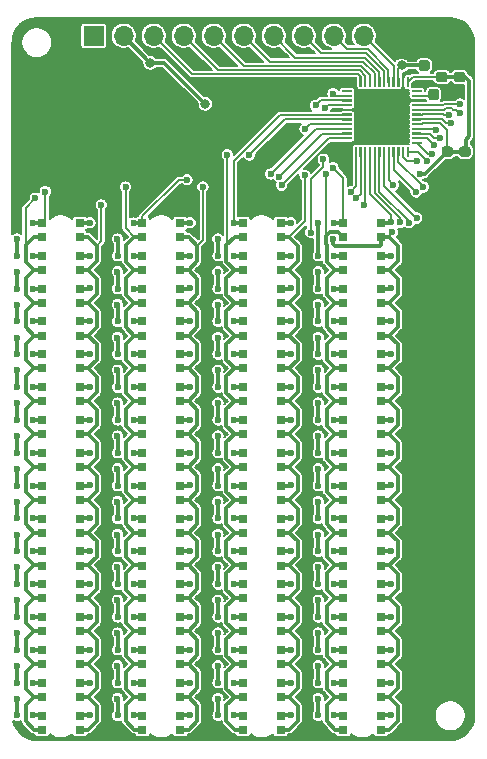
<source format=gtl>
G04 #@! TF.GenerationSoftware,KiCad,Pcbnew,(5.1.5)-3*
G04 #@! TF.CreationDate,2020-02-15T00:20:02-08:00*
G04 #@! TF.ProjectId,IS31FL3733-dev,49533331-464c-4333-9733-332d6465762e,0.1*
G04 #@! TF.SameCoordinates,Original*
G04 #@! TF.FileFunction,Copper,L1,Top*
G04 #@! TF.FilePolarity,Positive*
%FSLAX46Y46*%
G04 Gerber Fmt 4.6, Leading zero omitted, Abs format (unit mm)*
G04 Created by KiCad (PCBNEW (5.1.5)-3) date 2020-02-15 00:20:02*
%MOMM*%
%LPD*%
G04 APERTURE LIST*
%ADD10R,0.800000X0.700000*%
%ADD11C,0.500000*%
%ADD12R,4.200000X4.200000*%
%ADD13C,0.100000*%
%ADD14O,1.700000X1.700000*%
%ADD15R,1.700000X1.700000*%
%ADD16C,0.600000*%
%ADD17C,0.800000*%
%ADD18C,0.300000*%
%ADD19C,0.200000*%
%ADD20C,0.130000*%
G04 APERTURE END LIST*
D10*
X160634901Y-86265000D03*
X160634901Y-85065000D03*
X157434901Y-86265000D03*
X157434901Y-85065000D03*
X152134901Y-86265000D03*
X152134901Y-85065000D03*
X148934901Y-86265000D03*
X148934901Y-85065000D03*
X143634901Y-86265000D03*
X143634901Y-85065000D03*
X140434901Y-86265000D03*
X140434901Y-85065000D03*
X135134901Y-86265000D03*
X135134901Y-85065000D03*
X131934901Y-86265000D03*
X131934901Y-85065000D03*
X160634901Y-89046475D03*
X160634901Y-87846475D03*
X157434901Y-89046475D03*
X157434901Y-87846475D03*
X152134901Y-89046475D03*
X152134901Y-87846475D03*
X148934901Y-89046475D03*
X148934901Y-87846475D03*
X143634901Y-89046475D03*
X143634901Y-87846475D03*
X140434901Y-89046475D03*
X140434901Y-87846475D03*
X135134901Y-89046475D03*
X135134901Y-87846475D03*
X131934901Y-89046475D03*
X131934901Y-87846475D03*
X160634901Y-91827941D03*
X160634901Y-90627941D03*
X157434901Y-91827941D03*
X157434901Y-90627941D03*
X152134901Y-91827941D03*
X152134901Y-90627941D03*
X148934901Y-91827941D03*
X148934901Y-90627941D03*
X143634901Y-91827941D03*
X143634901Y-90627941D03*
X140434901Y-91827941D03*
X140434901Y-90627941D03*
X135134901Y-91827941D03*
X135134901Y-90627941D03*
X131934901Y-91827941D03*
X131934901Y-90627941D03*
X160634901Y-94609407D03*
X160634901Y-93409407D03*
X157434901Y-94609407D03*
X157434901Y-93409407D03*
X152134901Y-94609407D03*
X152134901Y-93409407D03*
X148934901Y-94609407D03*
X148934901Y-93409407D03*
X143634901Y-94609407D03*
X143634901Y-93409407D03*
X140434901Y-94609407D03*
X140434901Y-93409407D03*
X135134901Y-94609407D03*
X135134901Y-93409407D03*
X131934901Y-94609407D03*
X131934901Y-93409407D03*
X160634901Y-97390873D03*
X160634901Y-96190873D03*
X157434901Y-97390873D03*
X157434901Y-96190873D03*
X152134901Y-97390873D03*
X152134901Y-96190873D03*
X148934901Y-97390873D03*
X148934901Y-96190873D03*
X143634901Y-97390873D03*
X143634901Y-96190873D03*
X140434901Y-97390873D03*
X140434901Y-96190873D03*
X135134901Y-97390873D03*
X135134901Y-96190873D03*
X131934901Y-97390873D03*
X131934901Y-96190873D03*
X160634901Y-100172339D03*
X160634901Y-98972339D03*
X157434901Y-100172339D03*
X157434901Y-98972339D03*
X152134901Y-100172339D03*
X152134901Y-98972339D03*
X148934901Y-100172339D03*
X148934901Y-98972339D03*
X143634901Y-100172339D03*
X143634901Y-98972339D03*
X140434901Y-100172339D03*
X140434901Y-98972339D03*
X135134901Y-100172339D03*
X135134901Y-98972339D03*
X131934901Y-100172339D03*
X131934901Y-98972339D03*
X160634901Y-102953805D03*
X160634901Y-101753805D03*
X157434901Y-102953805D03*
X157434901Y-101753805D03*
X152134901Y-102953805D03*
X152134901Y-101753805D03*
X148934901Y-102953805D03*
X148934901Y-101753805D03*
X143634901Y-102953805D03*
X143634901Y-101753805D03*
X140434901Y-102953805D03*
X140434901Y-101753805D03*
X135134901Y-102953805D03*
X135134901Y-101753805D03*
X131934901Y-102953805D03*
X131934901Y-101753805D03*
X160634901Y-105735271D03*
X160634901Y-104535271D03*
X157434901Y-105735271D03*
X157434901Y-104535271D03*
X152134901Y-105735271D03*
X152134901Y-104535271D03*
X148934901Y-105735271D03*
X148934901Y-104535271D03*
X143634901Y-105735271D03*
X143634901Y-104535271D03*
X140434901Y-105735271D03*
X140434901Y-104535271D03*
X135134901Y-105735271D03*
X135134901Y-104535271D03*
X131934901Y-105735271D03*
X131934901Y-104535271D03*
X160634901Y-108516737D03*
X160634901Y-107316737D03*
X157434901Y-108516737D03*
X157434901Y-107316737D03*
X152134901Y-108516737D03*
X152134901Y-107316737D03*
X148934901Y-108516737D03*
X148934901Y-107316737D03*
X143634901Y-108516737D03*
X143634901Y-107316737D03*
X140434901Y-108516737D03*
X140434901Y-107316737D03*
X135134901Y-108516737D03*
X135134901Y-107316737D03*
X131934901Y-108516737D03*
X131934901Y-107316737D03*
X160634901Y-111298203D03*
X160634901Y-110098203D03*
X157434901Y-111298203D03*
X157434901Y-110098203D03*
X152134901Y-111298203D03*
X152134901Y-110098203D03*
X148934901Y-111298203D03*
X148934901Y-110098203D03*
X143634901Y-111298203D03*
X143634901Y-110098203D03*
X140434901Y-111298203D03*
X140434901Y-110098203D03*
X135134901Y-111298203D03*
X135134901Y-110098203D03*
X131934901Y-111298203D03*
X131934901Y-110098203D03*
X160634901Y-114079669D03*
X160634901Y-112879669D03*
X157434901Y-114079669D03*
X157434901Y-112879669D03*
X152134901Y-114079669D03*
X152134901Y-112879669D03*
X148934901Y-114079669D03*
X148934901Y-112879669D03*
X143634901Y-114079669D03*
X143634901Y-112879669D03*
X140434901Y-114079669D03*
X140434901Y-112879669D03*
X135134901Y-114079669D03*
X135134901Y-112879669D03*
X131934901Y-114079669D03*
X131934901Y-112879669D03*
X160634901Y-116861135D03*
X160634901Y-115661135D03*
X157434901Y-116861135D03*
X157434901Y-115661135D03*
X152134901Y-116861135D03*
X152134901Y-115661135D03*
X148934901Y-116861135D03*
X148934901Y-115661135D03*
X143634901Y-116861135D03*
X143634901Y-115661135D03*
X140434901Y-116861135D03*
X140434901Y-115661135D03*
X135134901Y-116861135D03*
X135134901Y-115661135D03*
X131934901Y-116861135D03*
X131934901Y-115661135D03*
X160634901Y-119642601D03*
X160634901Y-118442601D03*
X157434901Y-119642601D03*
X157434901Y-118442601D03*
X152134901Y-119642601D03*
X152134901Y-118442601D03*
X148934901Y-119642601D03*
X148934901Y-118442601D03*
X143634901Y-119642601D03*
X143634901Y-118442601D03*
X140434901Y-119642601D03*
X140434901Y-118442601D03*
X135134901Y-119642601D03*
X135134901Y-118442601D03*
X131934901Y-119642601D03*
X131934901Y-118442601D03*
X160634901Y-122424067D03*
X160634901Y-121224067D03*
X157434901Y-122424067D03*
X157434901Y-121224067D03*
X152134901Y-122424067D03*
X152134901Y-121224067D03*
X148934901Y-122424067D03*
X148934901Y-121224067D03*
X143634901Y-122424067D03*
X143634901Y-121224067D03*
X140434901Y-122424067D03*
X140434901Y-121224067D03*
X135134901Y-122424067D03*
X135134901Y-121224067D03*
X131934901Y-122424067D03*
X131934901Y-121224067D03*
X160634901Y-125205533D03*
X160634901Y-124005533D03*
X157434901Y-125205533D03*
X157434901Y-124005533D03*
X152134901Y-125205533D03*
X152134901Y-124005533D03*
X148934901Y-125205533D03*
X148934901Y-124005533D03*
X143634901Y-125205533D03*
X143634901Y-124005533D03*
X140434901Y-125205533D03*
X140434901Y-124005533D03*
X135134901Y-125205533D03*
X135134901Y-124005533D03*
X131934901Y-125205533D03*
X131934901Y-124005533D03*
X160634901Y-127986999D03*
X160634901Y-126786999D03*
X157434901Y-127986999D03*
X157434901Y-126786999D03*
X152134901Y-127986999D03*
X152134901Y-126786999D03*
X148934901Y-127986999D03*
X148934901Y-126786999D03*
X143634901Y-127986999D03*
X143634901Y-126786999D03*
X140434901Y-127986999D03*
X140434901Y-126786999D03*
X135134901Y-127986999D03*
X135134901Y-126786999D03*
X131934901Y-127986999D03*
X131934901Y-126786999D03*
D11*
X162275000Y-77675000D03*
X161225000Y-77675000D03*
X160175000Y-77675000D03*
X159125000Y-77675000D03*
X162275000Y-76625000D03*
X161225000Y-76625000D03*
X160175000Y-76625000D03*
X159125000Y-76625000D03*
X162275000Y-75575000D03*
X161225000Y-75575000D03*
X160175000Y-75575000D03*
X159125000Y-75575000D03*
X162275000Y-74525000D03*
X161225000Y-74525000D03*
X160175000Y-74525000D03*
X159125000Y-74525000D03*
D12*
X160700000Y-76100000D03*
G04 #@! TA.AperFunction,SMDPad,CuDef*
D13*
G36*
X158554901Y-72725241D02*
G01*
X158559755Y-72725961D01*
X158564514Y-72727153D01*
X158569134Y-72728806D01*
X158573570Y-72730904D01*
X158577779Y-72733427D01*
X158581720Y-72736349D01*
X158585355Y-72739645D01*
X158588651Y-72743280D01*
X158591573Y-72747221D01*
X158594096Y-72751430D01*
X158596194Y-72755866D01*
X158597847Y-72760486D01*
X158599039Y-72765245D01*
X158599759Y-72770099D01*
X158600000Y-72775000D01*
X158600000Y-73525000D01*
X158599759Y-73529901D01*
X158599039Y-73534755D01*
X158597847Y-73539514D01*
X158596194Y-73544134D01*
X158594096Y-73548570D01*
X158591573Y-73552779D01*
X158588651Y-73556720D01*
X158585355Y-73560355D01*
X158581720Y-73563651D01*
X158577779Y-73566573D01*
X158573570Y-73569096D01*
X158569134Y-73571194D01*
X158564514Y-73572847D01*
X158559755Y-73574039D01*
X158554901Y-73574759D01*
X158550000Y-73575000D01*
X158450000Y-73575000D01*
X158445099Y-73574759D01*
X158440245Y-73574039D01*
X158435486Y-73572847D01*
X158430866Y-73571194D01*
X158426430Y-73569096D01*
X158422221Y-73566573D01*
X158418280Y-73563651D01*
X158414645Y-73560355D01*
X158411349Y-73556720D01*
X158408427Y-73552779D01*
X158405904Y-73548570D01*
X158403806Y-73544134D01*
X158402153Y-73539514D01*
X158400961Y-73534755D01*
X158400241Y-73529901D01*
X158400000Y-73525000D01*
X158400000Y-72775000D01*
X158400241Y-72770099D01*
X158400961Y-72765245D01*
X158402153Y-72760486D01*
X158403806Y-72755866D01*
X158405904Y-72751430D01*
X158408427Y-72747221D01*
X158411349Y-72743280D01*
X158414645Y-72739645D01*
X158418280Y-72736349D01*
X158422221Y-72733427D01*
X158426430Y-72730904D01*
X158430866Y-72728806D01*
X158435486Y-72727153D01*
X158440245Y-72725961D01*
X158445099Y-72725241D01*
X158450000Y-72725000D01*
X158550000Y-72725000D01*
X158554901Y-72725241D01*
G37*
G04 #@! TD.AperFunction*
G04 #@! TA.AperFunction,SMDPad,CuDef*
G36*
X158954901Y-72725241D02*
G01*
X158959755Y-72725961D01*
X158964514Y-72727153D01*
X158969134Y-72728806D01*
X158973570Y-72730904D01*
X158977779Y-72733427D01*
X158981720Y-72736349D01*
X158985355Y-72739645D01*
X158988651Y-72743280D01*
X158991573Y-72747221D01*
X158994096Y-72751430D01*
X158996194Y-72755866D01*
X158997847Y-72760486D01*
X158999039Y-72765245D01*
X158999759Y-72770099D01*
X159000000Y-72775000D01*
X159000000Y-73525000D01*
X158999759Y-73529901D01*
X158999039Y-73534755D01*
X158997847Y-73539514D01*
X158996194Y-73544134D01*
X158994096Y-73548570D01*
X158991573Y-73552779D01*
X158988651Y-73556720D01*
X158985355Y-73560355D01*
X158981720Y-73563651D01*
X158977779Y-73566573D01*
X158973570Y-73569096D01*
X158969134Y-73571194D01*
X158964514Y-73572847D01*
X158959755Y-73574039D01*
X158954901Y-73574759D01*
X158950000Y-73575000D01*
X158850000Y-73575000D01*
X158845099Y-73574759D01*
X158840245Y-73574039D01*
X158835486Y-73572847D01*
X158830866Y-73571194D01*
X158826430Y-73569096D01*
X158822221Y-73566573D01*
X158818280Y-73563651D01*
X158814645Y-73560355D01*
X158811349Y-73556720D01*
X158808427Y-73552779D01*
X158805904Y-73548570D01*
X158803806Y-73544134D01*
X158802153Y-73539514D01*
X158800961Y-73534755D01*
X158800241Y-73529901D01*
X158800000Y-73525000D01*
X158800000Y-72775000D01*
X158800241Y-72770099D01*
X158800961Y-72765245D01*
X158802153Y-72760486D01*
X158803806Y-72755866D01*
X158805904Y-72751430D01*
X158808427Y-72747221D01*
X158811349Y-72743280D01*
X158814645Y-72739645D01*
X158818280Y-72736349D01*
X158822221Y-72733427D01*
X158826430Y-72730904D01*
X158830866Y-72728806D01*
X158835486Y-72727153D01*
X158840245Y-72725961D01*
X158845099Y-72725241D01*
X158850000Y-72725000D01*
X158950000Y-72725000D01*
X158954901Y-72725241D01*
G37*
G04 #@! TD.AperFunction*
G04 #@! TA.AperFunction,SMDPad,CuDef*
G36*
X159354901Y-72725241D02*
G01*
X159359755Y-72725961D01*
X159364514Y-72727153D01*
X159369134Y-72728806D01*
X159373570Y-72730904D01*
X159377779Y-72733427D01*
X159381720Y-72736349D01*
X159385355Y-72739645D01*
X159388651Y-72743280D01*
X159391573Y-72747221D01*
X159394096Y-72751430D01*
X159396194Y-72755866D01*
X159397847Y-72760486D01*
X159399039Y-72765245D01*
X159399759Y-72770099D01*
X159400000Y-72775000D01*
X159400000Y-73525000D01*
X159399759Y-73529901D01*
X159399039Y-73534755D01*
X159397847Y-73539514D01*
X159396194Y-73544134D01*
X159394096Y-73548570D01*
X159391573Y-73552779D01*
X159388651Y-73556720D01*
X159385355Y-73560355D01*
X159381720Y-73563651D01*
X159377779Y-73566573D01*
X159373570Y-73569096D01*
X159369134Y-73571194D01*
X159364514Y-73572847D01*
X159359755Y-73574039D01*
X159354901Y-73574759D01*
X159350000Y-73575000D01*
X159250000Y-73575000D01*
X159245099Y-73574759D01*
X159240245Y-73574039D01*
X159235486Y-73572847D01*
X159230866Y-73571194D01*
X159226430Y-73569096D01*
X159222221Y-73566573D01*
X159218280Y-73563651D01*
X159214645Y-73560355D01*
X159211349Y-73556720D01*
X159208427Y-73552779D01*
X159205904Y-73548570D01*
X159203806Y-73544134D01*
X159202153Y-73539514D01*
X159200961Y-73534755D01*
X159200241Y-73529901D01*
X159200000Y-73525000D01*
X159200000Y-72775000D01*
X159200241Y-72770099D01*
X159200961Y-72765245D01*
X159202153Y-72760486D01*
X159203806Y-72755866D01*
X159205904Y-72751430D01*
X159208427Y-72747221D01*
X159211349Y-72743280D01*
X159214645Y-72739645D01*
X159218280Y-72736349D01*
X159222221Y-72733427D01*
X159226430Y-72730904D01*
X159230866Y-72728806D01*
X159235486Y-72727153D01*
X159240245Y-72725961D01*
X159245099Y-72725241D01*
X159250000Y-72725000D01*
X159350000Y-72725000D01*
X159354901Y-72725241D01*
G37*
G04 #@! TD.AperFunction*
G04 #@! TA.AperFunction,SMDPad,CuDef*
G36*
X159754901Y-72725241D02*
G01*
X159759755Y-72725961D01*
X159764514Y-72727153D01*
X159769134Y-72728806D01*
X159773570Y-72730904D01*
X159777779Y-72733427D01*
X159781720Y-72736349D01*
X159785355Y-72739645D01*
X159788651Y-72743280D01*
X159791573Y-72747221D01*
X159794096Y-72751430D01*
X159796194Y-72755866D01*
X159797847Y-72760486D01*
X159799039Y-72765245D01*
X159799759Y-72770099D01*
X159800000Y-72775000D01*
X159800000Y-73525000D01*
X159799759Y-73529901D01*
X159799039Y-73534755D01*
X159797847Y-73539514D01*
X159796194Y-73544134D01*
X159794096Y-73548570D01*
X159791573Y-73552779D01*
X159788651Y-73556720D01*
X159785355Y-73560355D01*
X159781720Y-73563651D01*
X159777779Y-73566573D01*
X159773570Y-73569096D01*
X159769134Y-73571194D01*
X159764514Y-73572847D01*
X159759755Y-73574039D01*
X159754901Y-73574759D01*
X159750000Y-73575000D01*
X159650000Y-73575000D01*
X159645099Y-73574759D01*
X159640245Y-73574039D01*
X159635486Y-73572847D01*
X159630866Y-73571194D01*
X159626430Y-73569096D01*
X159622221Y-73566573D01*
X159618280Y-73563651D01*
X159614645Y-73560355D01*
X159611349Y-73556720D01*
X159608427Y-73552779D01*
X159605904Y-73548570D01*
X159603806Y-73544134D01*
X159602153Y-73539514D01*
X159600961Y-73534755D01*
X159600241Y-73529901D01*
X159600000Y-73525000D01*
X159600000Y-72775000D01*
X159600241Y-72770099D01*
X159600961Y-72765245D01*
X159602153Y-72760486D01*
X159603806Y-72755866D01*
X159605904Y-72751430D01*
X159608427Y-72747221D01*
X159611349Y-72743280D01*
X159614645Y-72739645D01*
X159618280Y-72736349D01*
X159622221Y-72733427D01*
X159626430Y-72730904D01*
X159630866Y-72728806D01*
X159635486Y-72727153D01*
X159640245Y-72725961D01*
X159645099Y-72725241D01*
X159650000Y-72725000D01*
X159750000Y-72725000D01*
X159754901Y-72725241D01*
G37*
G04 #@! TD.AperFunction*
G04 #@! TA.AperFunction,SMDPad,CuDef*
G36*
X160154901Y-72725241D02*
G01*
X160159755Y-72725961D01*
X160164514Y-72727153D01*
X160169134Y-72728806D01*
X160173570Y-72730904D01*
X160177779Y-72733427D01*
X160181720Y-72736349D01*
X160185355Y-72739645D01*
X160188651Y-72743280D01*
X160191573Y-72747221D01*
X160194096Y-72751430D01*
X160196194Y-72755866D01*
X160197847Y-72760486D01*
X160199039Y-72765245D01*
X160199759Y-72770099D01*
X160200000Y-72775000D01*
X160200000Y-73525000D01*
X160199759Y-73529901D01*
X160199039Y-73534755D01*
X160197847Y-73539514D01*
X160196194Y-73544134D01*
X160194096Y-73548570D01*
X160191573Y-73552779D01*
X160188651Y-73556720D01*
X160185355Y-73560355D01*
X160181720Y-73563651D01*
X160177779Y-73566573D01*
X160173570Y-73569096D01*
X160169134Y-73571194D01*
X160164514Y-73572847D01*
X160159755Y-73574039D01*
X160154901Y-73574759D01*
X160150000Y-73575000D01*
X160050000Y-73575000D01*
X160045099Y-73574759D01*
X160040245Y-73574039D01*
X160035486Y-73572847D01*
X160030866Y-73571194D01*
X160026430Y-73569096D01*
X160022221Y-73566573D01*
X160018280Y-73563651D01*
X160014645Y-73560355D01*
X160011349Y-73556720D01*
X160008427Y-73552779D01*
X160005904Y-73548570D01*
X160003806Y-73544134D01*
X160002153Y-73539514D01*
X160000961Y-73534755D01*
X160000241Y-73529901D01*
X160000000Y-73525000D01*
X160000000Y-72775000D01*
X160000241Y-72770099D01*
X160000961Y-72765245D01*
X160002153Y-72760486D01*
X160003806Y-72755866D01*
X160005904Y-72751430D01*
X160008427Y-72747221D01*
X160011349Y-72743280D01*
X160014645Y-72739645D01*
X160018280Y-72736349D01*
X160022221Y-72733427D01*
X160026430Y-72730904D01*
X160030866Y-72728806D01*
X160035486Y-72727153D01*
X160040245Y-72725961D01*
X160045099Y-72725241D01*
X160050000Y-72725000D01*
X160150000Y-72725000D01*
X160154901Y-72725241D01*
G37*
G04 #@! TD.AperFunction*
G04 #@! TA.AperFunction,SMDPad,CuDef*
G36*
X160554901Y-72725241D02*
G01*
X160559755Y-72725961D01*
X160564514Y-72727153D01*
X160569134Y-72728806D01*
X160573570Y-72730904D01*
X160577779Y-72733427D01*
X160581720Y-72736349D01*
X160585355Y-72739645D01*
X160588651Y-72743280D01*
X160591573Y-72747221D01*
X160594096Y-72751430D01*
X160596194Y-72755866D01*
X160597847Y-72760486D01*
X160599039Y-72765245D01*
X160599759Y-72770099D01*
X160600000Y-72775000D01*
X160600000Y-73525000D01*
X160599759Y-73529901D01*
X160599039Y-73534755D01*
X160597847Y-73539514D01*
X160596194Y-73544134D01*
X160594096Y-73548570D01*
X160591573Y-73552779D01*
X160588651Y-73556720D01*
X160585355Y-73560355D01*
X160581720Y-73563651D01*
X160577779Y-73566573D01*
X160573570Y-73569096D01*
X160569134Y-73571194D01*
X160564514Y-73572847D01*
X160559755Y-73574039D01*
X160554901Y-73574759D01*
X160550000Y-73575000D01*
X160450000Y-73575000D01*
X160445099Y-73574759D01*
X160440245Y-73574039D01*
X160435486Y-73572847D01*
X160430866Y-73571194D01*
X160426430Y-73569096D01*
X160422221Y-73566573D01*
X160418280Y-73563651D01*
X160414645Y-73560355D01*
X160411349Y-73556720D01*
X160408427Y-73552779D01*
X160405904Y-73548570D01*
X160403806Y-73544134D01*
X160402153Y-73539514D01*
X160400961Y-73534755D01*
X160400241Y-73529901D01*
X160400000Y-73525000D01*
X160400000Y-72775000D01*
X160400241Y-72770099D01*
X160400961Y-72765245D01*
X160402153Y-72760486D01*
X160403806Y-72755866D01*
X160405904Y-72751430D01*
X160408427Y-72747221D01*
X160411349Y-72743280D01*
X160414645Y-72739645D01*
X160418280Y-72736349D01*
X160422221Y-72733427D01*
X160426430Y-72730904D01*
X160430866Y-72728806D01*
X160435486Y-72727153D01*
X160440245Y-72725961D01*
X160445099Y-72725241D01*
X160450000Y-72725000D01*
X160550000Y-72725000D01*
X160554901Y-72725241D01*
G37*
G04 #@! TD.AperFunction*
G04 #@! TA.AperFunction,SMDPad,CuDef*
G36*
X160954901Y-72725241D02*
G01*
X160959755Y-72725961D01*
X160964514Y-72727153D01*
X160969134Y-72728806D01*
X160973570Y-72730904D01*
X160977779Y-72733427D01*
X160981720Y-72736349D01*
X160985355Y-72739645D01*
X160988651Y-72743280D01*
X160991573Y-72747221D01*
X160994096Y-72751430D01*
X160996194Y-72755866D01*
X160997847Y-72760486D01*
X160999039Y-72765245D01*
X160999759Y-72770099D01*
X161000000Y-72775000D01*
X161000000Y-73525000D01*
X160999759Y-73529901D01*
X160999039Y-73534755D01*
X160997847Y-73539514D01*
X160996194Y-73544134D01*
X160994096Y-73548570D01*
X160991573Y-73552779D01*
X160988651Y-73556720D01*
X160985355Y-73560355D01*
X160981720Y-73563651D01*
X160977779Y-73566573D01*
X160973570Y-73569096D01*
X160969134Y-73571194D01*
X160964514Y-73572847D01*
X160959755Y-73574039D01*
X160954901Y-73574759D01*
X160950000Y-73575000D01*
X160850000Y-73575000D01*
X160845099Y-73574759D01*
X160840245Y-73574039D01*
X160835486Y-73572847D01*
X160830866Y-73571194D01*
X160826430Y-73569096D01*
X160822221Y-73566573D01*
X160818280Y-73563651D01*
X160814645Y-73560355D01*
X160811349Y-73556720D01*
X160808427Y-73552779D01*
X160805904Y-73548570D01*
X160803806Y-73544134D01*
X160802153Y-73539514D01*
X160800961Y-73534755D01*
X160800241Y-73529901D01*
X160800000Y-73525000D01*
X160800000Y-72775000D01*
X160800241Y-72770099D01*
X160800961Y-72765245D01*
X160802153Y-72760486D01*
X160803806Y-72755866D01*
X160805904Y-72751430D01*
X160808427Y-72747221D01*
X160811349Y-72743280D01*
X160814645Y-72739645D01*
X160818280Y-72736349D01*
X160822221Y-72733427D01*
X160826430Y-72730904D01*
X160830866Y-72728806D01*
X160835486Y-72727153D01*
X160840245Y-72725961D01*
X160845099Y-72725241D01*
X160850000Y-72725000D01*
X160950000Y-72725000D01*
X160954901Y-72725241D01*
G37*
G04 #@! TD.AperFunction*
G04 #@! TA.AperFunction,SMDPad,CuDef*
G36*
X161354901Y-72725241D02*
G01*
X161359755Y-72725961D01*
X161364514Y-72727153D01*
X161369134Y-72728806D01*
X161373570Y-72730904D01*
X161377779Y-72733427D01*
X161381720Y-72736349D01*
X161385355Y-72739645D01*
X161388651Y-72743280D01*
X161391573Y-72747221D01*
X161394096Y-72751430D01*
X161396194Y-72755866D01*
X161397847Y-72760486D01*
X161399039Y-72765245D01*
X161399759Y-72770099D01*
X161400000Y-72775000D01*
X161400000Y-73525000D01*
X161399759Y-73529901D01*
X161399039Y-73534755D01*
X161397847Y-73539514D01*
X161396194Y-73544134D01*
X161394096Y-73548570D01*
X161391573Y-73552779D01*
X161388651Y-73556720D01*
X161385355Y-73560355D01*
X161381720Y-73563651D01*
X161377779Y-73566573D01*
X161373570Y-73569096D01*
X161369134Y-73571194D01*
X161364514Y-73572847D01*
X161359755Y-73574039D01*
X161354901Y-73574759D01*
X161350000Y-73575000D01*
X161250000Y-73575000D01*
X161245099Y-73574759D01*
X161240245Y-73574039D01*
X161235486Y-73572847D01*
X161230866Y-73571194D01*
X161226430Y-73569096D01*
X161222221Y-73566573D01*
X161218280Y-73563651D01*
X161214645Y-73560355D01*
X161211349Y-73556720D01*
X161208427Y-73552779D01*
X161205904Y-73548570D01*
X161203806Y-73544134D01*
X161202153Y-73539514D01*
X161200961Y-73534755D01*
X161200241Y-73529901D01*
X161200000Y-73525000D01*
X161200000Y-72775000D01*
X161200241Y-72770099D01*
X161200961Y-72765245D01*
X161202153Y-72760486D01*
X161203806Y-72755866D01*
X161205904Y-72751430D01*
X161208427Y-72747221D01*
X161211349Y-72743280D01*
X161214645Y-72739645D01*
X161218280Y-72736349D01*
X161222221Y-72733427D01*
X161226430Y-72730904D01*
X161230866Y-72728806D01*
X161235486Y-72727153D01*
X161240245Y-72725961D01*
X161245099Y-72725241D01*
X161250000Y-72725000D01*
X161350000Y-72725000D01*
X161354901Y-72725241D01*
G37*
G04 #@! TD.AperFunction*
G04 #@! TA.AperFunction,SMDPad,CuDef*
G36*
X161754901Y-72725241D02*
G01*
X161759755Y-72725961D01*
X161764514Y-72727153D01*
X161769134Y-72728806D01*
X161773570Y-72730904D01*
X161777779Y-72733427D01*
X161781720Y-72736349D01*
X161785355Y-72739645D01*
X161788651Y-72743280D01*
X161791573Y-72747221D01*
X161794096Y-72751430D01*
X161796194Y-72755866D01*
X161797847Y-72760486D01*
X161799039Y-72765245D01*
X161799759Y-72770099D01*
X161800000Y-72775000D01*
X161800000Y-73525000D01*
X161799759Y-73529901D01*
X161799039Y-73534755D01*
X161797847Y-73539514D01*
X161796194Y-73544134D01*
X161794096Y-73548570D01*
X161791573Y-73552779D01*
X161788651Y-73556720D01*
X161785355Y-73560355D01*
X161781720Y-73563651D01*
X161777779Y-73566573D01*
X161773570Y-73569096D01*
X161769134Y-73571194D01*
X161764514Y-73572847D01*
X161759755Y-73574039D01*
X161754901Y-73574759D01*
X161750000Y-73575000D01*
X161650000Y-73575000D01*
X161645099Y-73574759D01*
X161640245Y-73574039D01*
X161635486Y-73572847D01*
X161630866Y-73571194D01*
X161626430Y-73569096D01*
X161622221Y-73566573D01*
X161618280Y-73563651D01*
X161614645Y-73560355D01*
X161611349Y-73556720D01*
X161608427Y-73552779D01*
X161605904Y-73548570D01*
X161603806Y-73544134D01*
X161602153Y-73539514D01*
X161600961Y-73534755D01*
X161600241Y-73529901D01*
X161600000Y-73525000D01*
X161600000Y-72775000D01*
X161600241Y-72770099D01*
X161600961Y-72765245D01*
X161602153Y-72760486D01*
X161603806Y-72755866D01*
X161605904Y-72751430D01*
X161608427Y-72747221D01*
X161611349Y-72743280D01*
X161614645Y-72739645D01*
X161618280Y-72736349D01*
X161622221Y-72733427D01*
X161626430Y-72730904D01*
X161630866Y-72728806D01*
X161635486Y-72727153D01*
X161640245Y-72725961D01*
X161645099Y-72725241D01*
X161650000Y-72725000D01*
X161750000Y-72725000D01*
X161754901Y-72725241D01*
G37*
G04 #@! TD.AperFunction*
G04 #@! TA.AperFunction,SMDPad,CuDef*
G36*
X162154901Y-72725241D02*
G01*
X162159755Y-72725961D01*
X162164514Y-72727153D01*
X162169134Y-72728806D01*
X162173570Y-72730904D01*
X162177779Y-72733427D01*
X162181720Y-72736349D01*
X162185355Y-72739645D01*
X162188651Y-72743280D01*
X162191573Y-72747221D01*
X162194096Y-72751430D01*
X162196194Y-72755866D01*
X162197847Y-72760486D01*
X162199039Y-72765245D01*
X162199759Y-72770099D01*
X162200000Y-72775000D01*
X162200000Y-73525000D01*
X162199759Y-73529901D01*
X162199039Y-73534755D01*
X162197847Y-73539514D01*
X162196194Y-73544134D01*
X162194096Y-73548570D01*
X162191573Y-73552779D01*
X162188651Y-73556720D01*
X162185355Y-73560355D01*
X162181720Y-73563651D01*
X162177779Y-73566573D01*
X162173570Y-73569096D01*
X162169134Y-73571194D01*
X162164514Y-73572847D01*
X162159755Y-73574039D01*
X162154901Y-73574759D01*
X162150000Y-73575000D01*
X162050000Y-73575000D01*
X162045099Y-73574759D01*
X162040245Y-73574039D01*
X162035486Y-73572847D01*
X162030866Y-73571194D01*
X162026430Y-73569096D01*
X162022221Y-73566573D01*
X162018280Y-73563651D01*
X162014645Y-73560355D01*
X162011349Y-73556720D01*
X162008427Y-73552779D01*
X162005904Y-73548570D01*
X162003806Y-73544134D01*
X162002153Y-73539514D01*
X162000961Y-73534755D01*
X162000241Y-73529901D01*
X162000000Y-73525000D01*
X162000000Y-72775000D01*
X162000241Y-72770099D01*
X162000961Y-72765245D01*
X162002153Y-72760486D01*
X162003806Y-72755866D01*
X162005904Y-72751430D01*
X162008427Y-72747221D01*
X162011349Y-72743280D01*
X162014645Y-72739645D01*
X162018280Y-72736349D01*
X162022221Y-72733427D01*
X162026430Y-72730904D01*
X162030866Y-72728806D01*
X162035486Y-72727153D01*
X162040245Y-72725961D01*
X162045099Y-72725241D01*
X162050000Y-72725000D01*
X162150000Y-72725000D01*
X162154901Y-72725241D01*
G37*
G04 #@! TD.AperFunction*
G04 #@! TA.AperFunction,SMDPad,CuDef*
G36*
X162554901Y-72725241D02*
G01*
X162559755Y-72725961D01*
X162564514Y-72727153D01*
X162569134Y-72728806D01*
X162573570Y-72730904D01*
X162577779Y-72733427D01*
X162581720Y-72736349D01*
X162585355Y-72739645D01*
X162588651Y-72743280D01*
X162591573Y-72747221D01*
X162594096Y-72751430D01*
X162596194Y-72755866D01*
X162597847Y-72760486D01*
X162599039Y-72765245D01*
X162599759Y-72770099D01*
X162600000Y-72775000D01*
X162600000Y-73525000D01*
X162599759Y-73529901D01*
X162599039Y-73534755D01*
X162597847Y-73539514D01*
X162596194Y-73544134D01*
X162594096Y-73548570D01*
X162591573Y-73552779D01*
X162588651Y-73556720D01*
X162585355Y-73560355D01*
X162581720Y-73563651D01*
X162577779Y-73566573D01*
X162573570Y-73569096D01*
X162569134Y-73571194D01*
X162564514Y-73572847D01*
X162559755Y-73574039D01*
X162554901Y-73574759D01*
X162550000Y-73575000D01*
X162450000Y-73575000D01*
X162445099Y-73574759D01*
X162440245Y-73574039D01*
X162435486Y-73572847D01*
X162430866Y-73571194D01*
X162426430Y-73569096D01*
X162422221Y-73566573D01*
X162418280Y-73563651D01*
X162414645Y-73560355D01*
X162411349Y-73556720D01*
X162408427Y-73552779D01*
X162405904Y-73548570D01*
X162403806Y-73544134D01*
X162402153Y-73539514D01*
X162400961Y-73534755D01*
X162400241Y-73529901D01*
X162400000Y-73525000D01*
X162400000Y-72775000D01*
X162400241Y-72770099D01*
X162400961Y-72765245D01*
X162402153Y-72760486D01*
X162403806Y-72755866D01*
X162405904Y-72751430D01*
X162408427Y-72747221D01*
X162411349Y-72743280D01*
X162414645Y-72739645D01*
X162418280Y-72736349D01*
X162422221Y-72733427D01*
X162426430Y-72730904D01*
X162430866Y-72728806D01*
X162435486Y-72727153D01*
X162440245Y-72725961D01*
X162445099Y-72725241D01*
X162450000Y-72725000D01*
X162550000Y-72725000D01*
X162554901Y-72725241D01*
G37*
G04 #@! TD.AperFunction*
G04 #@! TA.AperFunction,SMDPad,CuDef*
G36*
X162954901Y-72725241D02*
G01*
X162959755Y-72725961D01*
X162964514Y-72727153D01*
X162969134Y-72728806D01*
X162973570Y-72730904D01*
X162977779Y-72733427D01*
X162981720Y-72736349D01*
X162985355Y-72739645D01*
X162988651Y-72743280D01*
X162991573Y-72747221D01*
X162994096Y-72751430D01*
X162996194Y-72755866D01*
X162997847Y-72760486D01*
X162999039Y-72765245D01*
X162999759Y-72770099D01*
X163000000Y-72775000D01*
X163000000Y-73525000D01*
X162999759Y-73529901D01*
X162999039Y-73534755D01*
X162997847Y-73539514D01*
X162996194Y-73544134D01*
X162994096Y-73548570D01*
X162991573Y-73552779D01*
X162988651Y-73556720D01*
X162985355Y-73560355D01*
X162981720Y-73563651D01*
X162977779Y-73566573D01*
X162973570Y-73569096D01*
X162969134Y-73571194D01*
X162964514Y-73572847D01*
X162959755Y-73574039D01*
X162954901Y-73574759D01*
X162950000Y-73575000D01*
X162850000Y-73575000D01*
X162845099Y-73574759D01*
X162840245Y-73574039D01*
X162835486Y-73572847D01*
X162830866Y-73571194D01*
X162826430Y-73569096D01*
X162822221Y-73566573D01*
X162818280Y-73563651D01*
X162814645Y-73560355D01*
X162811349Y-73556720D01*
X162808427Y-73552779D01*
X162805904Y-73548570D01*
X162803806Y-73544134D01*
X162802153Y-73539514D01*
X162800961Y-73534755D01*
X162800241Y-73529901D01*
X162800000Y-73525000D01*
X162800000Y-72775000D01*
X162800241Y-72770099D01*
X162800961Y-72765245D01*
X162802153Y-72760486D01*
X162803806Y-72755866D01*
X162805904Y-72751430D01*
X162808427Y-72747221D01*
X162811349Y-72743280D01*
X162814645Y-72739645D01*
X162818280Y-72736349D01*
X162822221Y-72733427D01*
X162826430Y-72730904D01*
X162830866Y-72728806D01*
X162835486Y-72727153D01*
X162840245Y-72725961D01*
X162845099Y-72725241D01*
X162850000Y-72725000D01*
X162950000Y-72725000D01*
X162954901Y-72725241D01*
G37*
G04 #@! TD.AperFunction*
G04 #@! TA.AperFunction,SMDPad,CuDef*
G36*
X164029901Y-73800241D02*
G01*
X164034755Y-73800961D01*
X164039514Y-73802153D01*
X164044134Y-73803806D01*
X164048570Y-73805904D01*
X164052779Y-73808427D01*
X164056720Y-73811349D01*
X164060355Y-73814645D01*
X164063651Y-73818280D01*
X164066573Y-73822221D01*
X164069096Y-73826430D01*
X164071194Y-73830866D01*
X164072847Y-73835486D01*
X164074039Y-73840245D01*
X164074759Y-73845099D01*
X164075000Y-73850000D01*
X164075000Y-73950000D01*
X164074759Y-73954901D01*
X164074039Y-73959755D01*
X164072847Y-73964514D01*
X164071194Y-73969134D01*
X164069096Y-73973570D01*
X164066573Y-73977779D01*
X164063651Y-73981720D01*
X164060355Y-73985355D01*
X164056720Y-73988651D01*
X164052779Y-73991573D01*
X164048570Y-73994096D01*
X164044134Y-73996194D01*
X164039514Y-73997847D01*
X164034755Y-73999039D01*
X164029901Y-73999759D01*
X164025000Y-74000000D01*
X163275000Y-74000000D01*
X163270099Y-73999759D01*
X163265245Y-73999039D01*
X163260486Y-73997847D01*
X163255866Y-73996194D01*
X163251430Y-73994096D01*
X163247221Y-73991573D01*
X163243280Y-73988651D01*
X163239645Y-73985355D01*
X163236349Y-73981720D01*
X163233427Y-73977779D01*
X163230904Y-73973570D01*
X163228806Y-73969134D01*
X163227153Y-73964514D01*
X163225961Y-73959755D01*
X163225241Y-73954901D01*
X163225000Y-73950000D01*
X163225000Y-73850000D01*
X163225241Y-73845099D01*
X163225961Y-73840245D01*
X163227153Y-73835486D01*
X163228806Y-73830866D01*
X163230904Y-73826430D01*
X163233427Y-73822221D01*
X163236349Y-73818280D01*
X163239645Y-73814645D01*
X163243280Y-73811349D01*
X163247221Y-73808427D01*
X163251430Y-73805904D01*
X163255866Y-73803806D01*
X163260486Y-73802153D01*
X163265245Y-73800961D01*
X163270099Y-73800241D01*
X163275000Y-73800000D01*
X164025000Y-73800000D01*
X164029901Y-73800241D01*
G37*
G04 #@! TD.AperFunction*
G04 #@! TA.AperFunction,SMDPad,CuDef*
G36*
X164029901Y-74200241D02*
G01*
X164034755Y-74200961D01*
X164039514Y-74202153D01*
X164044134Y-74203806D01*
X164048570Y-74205904D01*
X164052779Y-74208427D01*
X164056720Y-74211349D01*
X164060355Y-74214645D01*
X164063651Y-74218280D01*
X164066573Y-74222221D01*
X164069096Y-74226430D01*
X164071194Y-74230866D01*
X164072847Y-74235486D01*
X164074039Y-74240245D01*
X164074759Y-74245099D01*
X164075000Y-74250000D01*
X164075000Y-74350000D01*
X164074759Y-74354901D01*
X164074039Y-74359755D01*
X164072847Y-74364514D01*
X164071194Y-74369134D01*
X164069096Y-74373570D01*
X164066573Y-74377779D01*
X164063651Y-74381720D01*
X164060355Y-74385355D01*
X164056720Y-74388651D01*
X164052779Y-74391573D01*
X164048570Y-74394096D01*
X164044134Y-74396194D01*
X164039514Y-74397847D01*
X164034755Y-74399039D01*
X164029901Y-74399759D01*
X164025000Y-74400000D01*
X163275000Y-74400000D01*
X163270099Y-74399759D01*
X163265245Y-74399039D01*
X163260486Y-74397847D01*
X163255866Y-74396194D01*
X163251430Y-74394096D01*
X163247221Y-74391573D01*
X163243280Y-74388651D01*
X163239645Y-74385355D01*
X163236349Y-74381720D01*
X163233427Y-74377779D01*
X163230904Y-74373570D01*
X163228806Y-74369134D01*
X163227153Y-74364514D01*
X163225961Y-74359755D01*
X163225241Y-74354901D01*
X163225000Y-74350000D01*
X163225000Y-74250000D01*
X163225241Y-74245099D01*
X163225961Y-74240245D01*
X163227153Y-74235486D01*
X163228806Y-74230866D01*
X163230904Y-74226430D01*
X163233427Y-74222221D01*
X163236349Y-74218280D01*
X163239645Y-74214645D01*
X163243280Y-74211349D01*
X163247221Y-74208427D01*
X163251430Y-74205904D01*
X163255866Y-74203806D01*
X163260486Y-74202153D01*
X163265245Y-74200961D01*
X163270099Y-74200241D01*
X163275000Y-74200000D01*
X164025000Y-74200000D01*
X164029901Y-74200241D01*
G37*
G04 #@! TD.AperFunction*
G04 #@! TA.AperFunction,SMDPad,CuDef*
G36*
X164029901Y-74600241D02*
G01*
X164034755Y-74600961D01*
X164039514Y-74602153D01*
X164044134Y-74603806D01*
X164048570Y-74605904D01*
X164052779Y-74608427D01*
X164056720Y-74611349D01*
X164060355Y-74614645D01*
X164063651Y-74618280D01*
X164066573Y-74622221D01*
X164069096Y-74626430D01*
X164071194Y-74630866D01*
X164072847Y-74635486D01*
X164074039Y-74640245D01*
X164074759Y-74645099D01*
X164075000Y-74650000D01*
X164075000Y-74750000D01*
X164074759Y-74754901D01*
X164074039Y-74759755D01*
X164072847Y-74764514D01*
X164071194Y-74769134D01*
X164069096Y-74773570D01*
X164066573Y-74777779D01*
X164063651Y-74781720D01*
X164060355Y-74785355D01*
X164056720Y-74788651D01*
X164052779Y-74791573D01*
X164048570Y-74794096D01*
X164044134Y-74796194D01*
X164039514Y-74797847D01*
X164034755Y-74799039D01*
X164029901Y-74799759D01*
X164025000Y-74800000D01*
X163275000Y-74800000D01*
X163270099Y-74799759D01*
X163265245Y-74799039D01*
X163260486Y-74797847D01*
X163255866Y-74796194D01*
X163251430Y-74794096D01*
X163247221Y-74791573D01*
X163243280Y-74788651D01*
X163239645Y-74785355D01*
X163236349Y-74781720D01*
X163233427Y-74777779D01*
X163230904Y-74773570D01*
X163228806Y-74769134D01*
X163227153Y-74764514D01*
X163225961Y-74759755D01*
X163225241Y-74754901D01*
X163225000Y-74750000D01*
X163225000Y-74650000D01*
X163225241Y-74645099D01*
X163225961Y-74640245D01*
X163227153Y-74635486D01*
X163228806Y-74630866D01*
X163230904Y-74626430D01*
X163233427Y-74622221D01*
X163236349Y-74618280D01*
X163239645Y-74614645D01*
X163243280Y-74611349D01*
X163247221Y-74608427D01*
X163251430Y-74605904D01*
X163255866Y-74603806D01*
X163260486Y-74602153D01*
X163265245Y-74600961D01*
X163270099Y-74600241D01*
X163275000Y-74600000D01*
X164025000Y-74600000D01*
X164029901Y-74600241D01*
G37*
G04 #@! TD.AperFunction*
G04 #@! TA.AperFunction,SMDPad,CuDef*
G36*
X164029901Y-75000241D02*
G01*
X164034755Y-75000961D01*
X164039514Y-75002153D01*
X164044134Y-75003806D01*
X164048570Y-75005904D01*
X164052779Y-75008427D01*
X164056720Y-75011349D01*
X164060355Y-75014645D01*
X164063651Y-75018280D01*
X164066573Y-75022221D01*
X164069096Y-75026430D01*
X164071194Y-75030866D01*
X164072847Y-75035486D01*
X164074039Y-75040245D01*
X164074759Y-75045099D01*
X164075000Y-75050000D01*
X164075000Y-75150000D01*
X164074759Y-75154901D01*
X164074039Y-75159755D01*
X164072847Y-75164514D01*
X164071194Y-75169134D01*
X164069096Y-75173570D01*
X164066573Y-75177779D01*
X164063651Y-75181720D01*
X164060355Y-75185355D01*
X164056720Y-75188651D01*
X164052779Y-75191573D01*
X164048570Y-75194096D01*
X164044134Y-75196194D01*
X164039514Y-75197847D01*
X164034755Y-75199039D01*
X164029901Y-75199759D01*
X164025000Y-75200000D01*
X163275000Y-75200000D01*
X163270099Y-75199759D01*
X163265245Y-75199039D01*
X163260486Y-75197847D01*
X163255866Y-75196194D01*
X163251430Y-75194096D01*
X163247221Y-75191573D01*
X163243280Y-75188651D01*
X163239645Y-75185355D01*
X163236349Y-75181720D01*
X163233427Y-75177779D01*
X163230904Y-75173570D01*
X163228806Y-75169134D01*
X163227153Y-75164514D01*
X163225961Y-75159755D01*
X163225241Y-75154901D01*
X163225000Y-75150000D01*
X163225000Y-75050000D01*
X163225241Y-75045099D01*
X163225961Y-75040245D01*
X163227153Y-75035486D01*
X163228806Y-75030866D01*
X163230904Y-75026430D01*
X163233427Y-75022221D01*
X163236349Y-75018280D01*
X163239645Y-75014645D01*
X163243280Y-75011349D01*
X163247221Y-75008427D01*
X163251430Y-75005904D01*
X163255866Y-75003806D01*
X163260486Y-75002153D01*
X163265245Y-75000961D01*
X163270099Y-75000241D01*
X163275000Y-75000000D01*
X164025000Y-75000000D01*
X164029901Y-75000241D01*
G37*
G04 #@! TD.AperFunction*
G04 #@! TA.AperFunction,SMDPad,CuDef*
G36*
X164029901Y-75400241D02*
G01*
X164034755Y-75400961D01*
X164039514Y-75402153D01*
X164044134Y-75403806D01*
X164048570Y-75405904D01*
X164052779Y-75408427D01*
X164056720Y-75411349D01*
X164060355Y-75414645D01*
X164063651Y-75418280D01*
X164066573Y-75422221D01*
X164069096Y-75426430D01*
X164071194Y-75430866D01*
X164072847Y-75435486D01*
X164074039Y-75440245D01*
X164074759Y-75445099D01*
X164075000Y-75450000D01*
X164075000Y-75550000D01*
X164074759Y-75554901D01*
X164074039Y-75559755D01*
X164072847Y-75564514D01*
X164071194Y-75569134D01*
X164069096Y-75573570D01*
X164066573Y-75577779D01*
X164063651Y-75581720D01*
X164060355Y-75585355D01*
X164056720Y-75588651D01*
X164052779Y-75591573D01*
X164048570Y-75594096D01*
X164044134Y-75596194D01*
X164039514Y-75597847D01*
X164034755Y-75599039D01*
X164029901Y-75599759D01*
X164025000Y-75600000D01*
X163275000Y-75600000D01*
X163270099Y-75599759D01*
X163265245Y-75599039D01*
X163260486Y-75597847D01*
X163255866Y-75596194D01*
X163251430Y-75594096D01*
X163247221Y-75591573D01*
X163243280Y-75588651D01*
X163239645Y-75585355D01*
X163236349Y-75581720D01*
X163233427Y-75577779D01*
X163230904Y-75573570D01*
X163228806Y-75569134D01*
X163227153Y-75564514D01*
X163225961Y-75559755D01*
X163225241Y-75554901D01*
X163225000Y-75550000D01*
X163225000Y-75450000D01*
X163225241Y-75445099D01*
X163225961Y-75440245D01*
X163227153Y-75435486D01*
X163228806Y-75430866D01*
X163230904Y-75426430D01*
X163233427Y-75422221D01*
X163236349Y-75418280D01*
X163239645Y-75414645D01*
X163243280Y-75411349D01*
X163247221Y-75408427D01*
X163251430Y-75405904D01*
X163255866Y-75403806D01*
X163260486Y-75402153D01*
X163265245Y-75400961D01*
X163270099Y-75400241D01*
X163275000Y-75400000D01*
X164025000Y-75400000D01*
X164029901Y-75400241D01*
G37*
G04 #@! TD.AperFunction*
G04 #@! TA.AperFunction,SMDPad,CuDef*
G36*
X164029901Y-75800241D02*
G01*
X164034755Y-75800961D01*
X164039514Y-75802153D01*
X164044134Y-75803806D01*
X164048570Y-75805904D01*
X164052779Y-75808427D01*
X164056720Y-75811349D01*
X164060355Y-75814645D01*
X164063651Y-75818280D01*
X164066573Y-75822221D01*
X164069096Y-75826430D01*
X164071194Y-75830866D01*
X164072847Y-75835486D01*
X164074039Y-75840245D01*
X164074759Y-75845099D01*
X164075000Y-75850000D01*
X164075000Y-75950000D01*
X164074759Y-75954901D01*
X164074039Y-75959755D01*
X164072847Y-75964514D01*
X164071194Y-75969134D01*
X164069096Y-75973570D01*
X164066573Y-75977779D01*
X164063651Y-75981720D01*
X164060355Y-75985355D01*
X164056720Y-75988651D01*
X164052779Y-75991573D01*
X164048570Y-75994096D01*
X164044134Y-75996194D01*
X164039514Y-75997847D01*
X164034755Y-75999039D01*
X164029901Y-75999759D01*
X164025000Y-76000000D01*
X163275000Y-76000000D01*
X163270099Y-75999759D01*
X163265245Y-75999039D01*
X163260486Y-75997847D01*
X163255866Y-75996194D01*
X163251430Y-75994096D01*
X163247221Y-75991573D01*
X163243280Y-75988651D01*
X163239645Y-75985355D01*
X163236349Y-75981720D01*
X163233427Y-75977779D01*
X163230904Y-75973570D01*
X163228806Y-75969134D01*
X163227153Y-75964514D01*
X163225961Y-75959755D01*
X163225241Y-75954901D01*
X163225000Y-75950000D01*
X163225000Y-75850000D01*
X163225241Y-75845099D01*
X163225961Y-75840245D01*
X163227153Y-75835486D01*
X163228806Y-75830866D01*
X163230904Y-75826430D01*
X163233427Y-75822221D01*
X163236349Y-75818280D01*
X163239645Y-75814645D01*
X163243280Y-75811349D01*
X163247221Y-75808427D01*
X163251430Y-75805904D01*
X163255866Y-75803806D01*
X163260486Y-75802153D01*
X163265245Y-75800961D01*
X163270099Y-75800241D01*
X163275000Y-75800000D01*
X164025000Y-75800000D01*
X164029901Y-75800241D01*
G37*
G04 #@! TD.AperFunction*
G04 #@! TA.AperFunction,SMDPad,CuDef*
G36*
X164029901Y-76200241D02*
G01*
X164034755Y-76200961D01*
X164039514Y-76202153D01*
X164044134Y-76203806D01*
X164048570Y-76205904D01*
X164052779Y-76208427D01*
X164056720Y-76211349D01*
X164060355Y-76214645D01*
X164063651Y-76218280D01*
X164066573Y-76222221D01*
X164069096Y-76226430D01*
X164071194Y-76230866D01*
X164072847Y-76235486D01*
X164074039Y-76240245D01*
X164074759Y-76245099D01*
X164075000Y-76250000D01*
X164075000Y-76350000D01*
X164074759Y-76354901D01*
X164074039Y-76359755D01*
X164072847Y-76364514D01*
X164071194Y-76369134D01*
X164069096Y-76373570D01*
X164066573Y-76377779D01*
X164063651Y-76381720D01*
X164060355Y-76385355D01*
X164056720Y-76388651D01*
X164052779Y-76391573D01*
X164048570Y-76394096D01*
X164044134Y-76396194D01*
X164039514Y-76397847D01*
X164034755Y-76399039D01*
X164029901Y-76399759D01*
X164025000Y-76400000D01*
X163275000Y-76400000D01*
X163270099Y-76399759D01*
X163265245Y-76399039D01*
X163260486Y-76397847D01*
X163255866Y-76396194D01*
X163251430Y-76394096D01*
X163247221Y-76391573D01*
X163243280Y-76388651D01*
X163239645Y-76385355D01*
X163236349Y-76381720D01*
X163233427Y-76377779D01*
X163230904Y-76373570D01*
X163228806Y-76369134D01*
X163227153Y-76364514D01*
X163225961Y-76359755D01*
X163225241Y-76354901D01*
X163225000Y-76350000D01*
X163225000Y-76250000D01*
X163225241Y-76245099D01*
X163225961Y-76240245D01*
X163227153Y-76235486D01*
X163228806Y-76230866D01*
X163230904Y-76226430D01*
X163233427Y-76222221D01*
X163236349Y-76218280D01*
X163239645Y-76214645D01*
X163243280Y-76211349D01*
X163247221Y-76208427D01*
X163251430Y-76205904D01*
X163255866Y-76203806D01*
X163260486Y-76202153D01*
X163265245Y-76200961D01*
X163270099Y-76200241D01*
X163275000Y-76200000D01*
X164025000Y-76200000D01*
X164029901Y-76200241D01*
G37*
G04 #@! TD.AperFunction*
G04 #@! TA.AperFunction,SMDPad,CuDef*
G36*
X164029901Y-76600241D02*
G01*
X164034755Y-76600961D01*
X164039514Y-76602153D01*
X164044134Y-76603806D01*
X164048570Y-76605904D01*
X164052779Y-76608427D01*
X164056720Y-76611349D01*
X164060355Y-76614645D01*
X164063651Y-76618280D01*
X164066573Y-76622221D01*
X164069096Y-76626430D01*
X164071194Y-76630866D01*
X164072847Y-76635486D01*
X164074039Y-76640245D01*
X164074759Y-76645099D01*
X164075000Y-76650000D01*
X164075000Y-76750000D01*
X164074759Y-76754901D01*
X164074039Y-76759755D01*
X164072847Y-76764514D01*
X164071194Y-76769134D01*
X164069096Y-76773570D01*
X164066573Y-76777779D01*
X164063651Y-76781720D01*
X164060355Y-76785355D01*
X164056720Y-76788651D01*
X164052779Y-76791573D01*
X164048570Y-76794096D01*
X164044134Y-76796194D01*
X164039514Y-76797847D01*
X164034755Y-76799039D01*
X164029901Y-76799759D01*
X164025000Y-76800000D01*
X163275000Y-76800000D01*
X163270099Y-76799759D01*
X163265245Y-76799039D01*
X163260486Y-76797847D01*
X163255866Y-76796194D01*
X163251430Y-76794096D01*
X163247221Y-76791573D01*
X163243280Y-76788651D01*
X163239645Y-76785355D01*
X163236349Y-76781720D01*
X163233427Y-76777779D01*
X163230904Y-76773570D01*
X163228806Y-76769134D01*
X163227153Y-76764514D01*
X163225961Y-76759755D01*
X163225241Y-76754901D01*
X163225000Y-76750000D01*
X163225000Y-76650000D01*
X163225241Y-76645099D01*
X163225961Y-76640245D01*
X163227153Y-76635486D01*
X163228806Y-76630866D01*
X163230904Y-76626430D01*
X163233427Y-76622221D01*
X163236349Y-76618280D01*
X163239645Y-76614645D01*
X163243280Y-76611349D01*
X163247221Y-76608427D01*
X163251430Y-76605904D01*
X163255866Y-76603806D01*
X163260486Y-76602153D01*
X163265245Y-76600961D01*
X163270099Y-76600241D01*
X163275000Y-76600000D01*
X164025000Y-76600000D01*
X164029901Y-76600241D01*
G37*
G04 #@! TD.AperFunction*
G04 #@! TA.AperFunction,SMDPad,CuDef*
G36*
X164029901Y-77000241D02*
G01*
X164034755Y-77000961D01*
X164039514Y-77002153D01*
X164044134Y-77003806D01*
X164048570Y-77005904D01*
X164052779Y-77008427D01*
X164056720Y-77011349D01*
X164060355Y-77014645D01*
X164063651Y-77018280D01*
X164066573Y-77022221D01*
X164069096Y-77026430D01*
X164071194Y-77030866D01*
X164072847Y-77035486D01*
X164074039Y-77040245D01*
X164074759Y-77045099D01*
X164075000Y-77050000D01*
X164075000Y-77150000D01*
X164074759Y-77154901D01*
X164074039Y-77159755D01*
X164072847Y-77164514D01*
X164071194Y-77169134D01*
X164069096Y-77173570D01*
X164066573Y-77177779D01*
X164063651Y-77181720D01*
X164060355Y-77185355D01*
X164056720Y-77188651D01*
X164052779Y-77191573D01*
X164048570Y-77194096D01*
X164044134Y-77196194D01*
X164039514Y-77197847D01*
X164034755Y-77199039D01*
X164029901Y-77199759D01*
X164025000Y-77200000D01*
X163275000Y-77200000D01*
X163270099Y-77199759D01*
X163265245Y-77199039D01*
X163260486Y-77197847D01*
X163255866Y-77196194D01*
X163251430Y-77194096D01*
X163247221Y-77191573D01*
X163243280Y-77188651D01*
X163239645Y-77185355D01*
X163236349Y-77181720D01*
X163233427Y-77177779D01*
X163230904Y-77173570D01*
X163228806Y-77169134D01*
X163227153Y-77164514D01*
X163225961Y-77159755D01*
X163225241Y-77154901D01*
X163225000Y-77150000D01*
X163225000Y-77050000D01*
X163225241Y-77045099D01*
X163225961Y-77040245D01*
X163227153Y-77035486D01*
X163228806Y-77030866D01*
X163230904Y-77026430D01*
X163233427Y-77022221D01*
X163236349Y-77018280D01*
X163239645Y-77014645D01*
X163243280Y-77011349D01*
X163247221Y-77008427D01*
X163251430Y-77005904D01*
X163255866Y-77003806D01*
X163260486Y-77002153D01*
X163265245Y-77000961D01*
X163270099Y-77000241D01*
X163275000Y-77000000D01*
X164025000Y-77000000D01*
X164029901Y-77000241D01*
G37*
G04 #@! TD.AperFunction*
G04 #@! TA.AperFunction,SMDPad,CuDef*
G36*
X164029901Y-77400241D02*
G01*
X164034755Y-77400961D01*
X164039514Y-77402153D01*
X164044134Y-77403806D01*
X164048570Y-77405904D01*
X164052779Y-77408427D01*
X164056720Y-77411349D01*
X164060355Y-77414645D01*
X164063651Y-77418280D01*
X164066573Y-77422221D01*
X164069096Y-77426430D01*
X164071194Y-77430866D01*
X164072847Y-77435486D01*
X164074039Y-77440245D01*
X164074759Y-77445099D01*
X164075000Y-77450000D01*
X164075000Y-77550000D01*
X164074759Y-77554901D01*
X164074039Y-77559755D01*
X164072847Y-77564514D01*
X164071194Y-77569134D01*
X164069096Y-77573570D01*
X164066573Y-77577779D01*
X164063651Y-77581720D01*
X164060355Y-77585355D01*
X164056720Y-77588651D01*
X164052779Y-77591573D01*
X164048570Y-77594096D01*
X164044134Y-77596194D01*
X164039514Y-77597847D01*
X164034755Y-77599039D01*
X164029901Y-77599759D01*
X164025000Y-77600000D01*
X163275000Y-77600000D01*
X163270099Y-77599759D01*
X163265245Y-77599039D01*
X163260486Y-77597847D01*
X163255866Y-77596194D01*
X163251430Y-77594096D01*
X163247221Y-77591573D01*
X163243280Y-77588651D01*
X163239645Y-77585355D01*
X163236349Y-77581720D01*
X163233427Y-77577779D01*
X163230904Y-77573570D01*
X163228806Y-77569134D01*
X163227153Y-77564514D01*
X163225961Y-77559755D01*
X163225241Y-77554901D01*
X163225000Y-77550000D01*
X163225000Y-77450000D01*
X163225241Y-77445099D01*
X163225961Y-77440245D01*
X163227153Y-77435486D01*
X163228806Y-77430866D01*
X163230904Y-77426430D01*
X163233427Y-77422221D01*
X163236349Y-77418280D01*
X163239645Y-77414645D01*
X163243280Y-77411349D01*
X163247221Y-77408427D01*
X163251430Y-77405904D01*
X163255866Y-77403806D01*
X163260486Y-77402153D01*
X163265245Y-77400961D01*
X163270099Y-77400241D01*
X163275000Y-77400000D01*
X164025000Y-77400000D01*
X164029901Y-77400241D01*
G37*
G04 #@! TD.AperFunction*
G04 #@! TA.AperFunction,SMDPad,CuDef*
G36*
X164029901Y-77800241D02*
G01*
X164034755Y-77800961D01*
X164039514Y-77802153D01*
X164044134Y-77803806D01*
X164048570Y-77805904D01*
X164052779Y-77808427D01*
X164056720Y-77811349D01*
X164060355Y-77814645D01*
X164063651Y-77818280D01*
X164066573Y-77822221D01*
X164069096Y-77826430D01*
X164071194Y-77830866D01*
X164072847Y-77835486D01*
X164074039Y-77840245D01*
X164074759Y-77845099D01*
X164075000Y-77850000D01*
X164075000Y-77950000D01*
X164074759Y-77954901D01*
X164074039Y-77959755D01*
X164072847Y-77964514D01*
X164071194Y-77969134D01*
X164069096Y-77973570D01*
X164066573Y-77977779D01*
X164063651Y-77981720D01*
X164060355Y-77985355D01*
X164056720Y-77988651D01*
X164052779Y-77991573D01*
X164048570Y-77994096D01*
X164044134Y-77996194D01*
X164039514Y-77997847D01*
X164034755Y-77999039D01*
X164029901Y-77999759D01*
X164025000Y-78000000D01*
X163275000Y-78000000D01*
X163270099Y-77999759D01*
X163265245Y-77999039D01*
X163260486Y-77997847D01*
X163255866Y-77996194D01*
X163251430Y-77994096D01*
X163247221Y-77991573D01*
X163243280Y-77988651D01*
X163239645Y-77985355D01*
X163236349Y-77981720D01*
X163233427Y-77977779D01*
X163230904Y-77973570D01*
X163228806Y-77969134D01*
X163227153Y-77964514D01*
X163225961Y-77959755D01*
X163225241Y-77954901D01*
X163225000Y-77950000D01*
X163225000Y-77850000D01*
X163225241Y-77845099D01*
X163225961Y-77840245D01*
X163227153Y-77835486D01*
X163228806Y-77830866D01*
X163230904Y-77826430D01*
X163233427Y-77822221D01*
X163236349Y-77818280D01*
X163239645Y-77814645D01*
X163243280Y-77811349D01*
X163247221Y-77808427D01*
X163251430Y-77805904D01*
X163255866Y-77803806D01*
X163260486Y-77802153D01*
X163265245Y-77800961D01*
X163270099Y-77800241D01*
X163275000Y-77800000D01*
X164025000Y-77800000D01*
X164029901Y-77800241D01*
G37*
G04 #@! TD.AperFunction*
G04 #@! TA.AperFunction,SMDPad,CuDef*
G36*
X164029901Y-78200241D02*
G01*
X164034755Y-78200961D01*
X164039514Y-78202153D01*
X164044134Y-78203806D01*
X164048570Y-78205904D01*
X164052779Y-78208427D01*
X164056720Y-78211349D01*
X164060355Y-78214645D01*
X164063651Y-78218280D01*
X164066573Y-78222221D01*
X164069096Y-78226430D01*
X164071194Y-78230866D01*
X164072847Y-78235486D01*
X164074039Y-78240245D01*
X164074759Y-78245099D01*
X164075000Y-78250000D01*
X164075000Y-78350000D01*
X164074759Y-78354901D01*
X164074039Y-78359755D01*
X164072847Y-78364514D01*
X164071194Y-78369134D01*
X164069096Y-78373570D01*
X164066573Y-78377779D01*
X164063651Y-78381720D01*
X164060355Y-78385355D01*
X164056720Y-78388651D01*
X164052779Y-78391573D01*
X164048570Y-78394096D01*
X164044134Y-78396194D01*
X164039514Y-78397847D01*
X164034755Y-78399039D01*
X164029901Y-78399759D01*
X164025000Y-78400000D01*
X163275000Y-78400000D01*
X163270099Y-78399759D01*
X163265245Y-78399039D01*
X163260486Y-78397847D01*
X163255866Y-78396194D01*
X163251430Y-78394096D01*
X163247221Y-78391573D01*
X163243280Y-78388651D01*
X163239645Y-78385355D01*
X163236349Y-78381720D01*
X163233427Y-78377779D01*
X163230904Y-78373570D01*
X163228806Y-78369134D01*
X163227153Y-78364514D01*
X163225961Y-78359755D01*
X163225241Y-78354901D01*
X163225000Y-78350000D01*
X163225000Y-78250000D01*
X163225241Y-78245099D01*
X163225961Y-78240245D01*
X163227153Y-78235486D01*
X163228806Y-78230866D01*
X163230904Y-78226430D01*
X163233427Y-78222221D01*
X163236349Y-78218280D01*
X163239645Y-78214645D01*
X163243280Y-78211349D01*
X163247221Y-78208427D01*
X163251430Y-78205904D01*
X163255866Y-78203806D01*
X163260486Y-78202153D01*
X163265245Y-78200961D01*
X163270099Y-78200241D01*
X163275000Y-78200000D01*
X164025000Y-78200000D01*
X164029901Y-78200241D01*
G37*
G04 #@! TD.AperFunction*
G04 #@! TA.AperFunction,SMDPad,CuDef*
G36*
X162954901Y-78625241D02*
G01*
X162959755Y-78625961D01*
X162964514Y-78627153D01*
X162969134Y-78628806D01*
X162973570Y-78630904D01*
X162977779Y-78633427D01*
X162981720Y-78636349D01*
X162985355Y-78639645D01*
X162988651Y-78643280D01*
X162991573Y-78647221D01*
X162994096Y-78651430D01*
X162996194Y-78655866D01*
X162997847Y-78660486D01*
X162999039Y-78665245D01*
X162999759Y-78670099D01*
X163000000Y-78675000D01*
X163000000Y-79425000D01*
X162999759Y-79429901D01*
X162999039Y-79434755D01*
X162997847Y-79439514D01*
X162996194Y-79444134D01*
X162994096Y-79448570D01*
X162991573Y-79452779D01*
X162988651Y-79456720D01*
X162985355Y-79460355D01*
X162981720Y-79463651D01*
X162977779Y-79466573D01*
X162973570Y-79469096D01*
X162969134Y-79471194D01*
X162964514Y-79472847D01*
X162959755Y-79474039D01*
X162954901Y-79474759D01*
X162950000Y-79475000D01*
X162850000Y-79475000D01*
X162845099Y-79474759D01*
X162840245Y-79474039D01*
X162835486Y-79472847D01*
X162830866Y-79471194D01*
X162826430Y-79469096D01*
X162822221Y-79466573D01*
X162818280Y-79463651D01*
X162814645Y-79460355D01*
X162811349Y-79456720D01*
X162808427Y-79452779D01*
X162805904Y-79448570D01*
X162803806Y-79444134D01*
X162802153Y-79439514D01*
X162800961Y-79434755D01*
X162800241Y-79429901D01*
X162800000Y-79425000D01*
X162800000Y-78675000D01*
X162800241Y-78670099D01*
X162800961Y-78665245D01*
X162802153Y-78660486D01*
X162803806Y-78655866D01*
X162805904Y-78651430D01*
X162808427Y-78647221D01*
X162811349Y-78643280D01*
X162814645Y-78639645D01*
X162818280Y-78636349D01*
X162822221Y-78633427D01*
X162826430Y-78630904D01*
X162830866Y-78628806D01*
X162835486Y-78627153D01*
X162840245Y-78625961D01*
X162845099Y-78625241D01*
X162850000Y-78625000D01*
X162950000Y-78625000D01*
X162954901Y-78625241D01*
G37*
G04 #@! TD.AperFunction*
G04 #@! TA.AperFunction,SMDPad,CuDef*
G36*
X162554901Y-78625241D02*
G01*
X162559755Y-78625961D01*
X162564514Y-78627153D01*
X162569134Y-78628806D01*
X162573570Y-78630904D01*
X162577779Y-78633427D01*
X162581720Y-78636349D01*
X162585355Y-78639645D01*
X162588651Y-78643280D01*
X162591573Y-78647221D01*
X162594096Y-78651430D01*
X162596194Y-78655866D01*
X162597847Y-78660486D01*
X162599039Y-78665245D01*
X162599759Y-78670099D01*
X162600000Y-78675000D01*
X162600000Y-79425000D01*
X162599759Y-79429901D01*
X162599039Y-79434755D01*
X162597847Y-79439514D01*
X162596194Y-79444134D01*
X162594096Y-79448570D01*
X162591573Y-79452779D01*
X162588651Y-79456720D01*
X162585355Y-79460355D01*
X162581720Y-79463651D01*
X162577779Y-79466573D01*
X162573570Y-79469096D01*
X162569134Y-79471194D01*
X162564514Y-79472847D01*
X162559755Y-79474039D01*
X162554901Y-79474759D01*
X162550000Y-79475000D01*
X162450000Y-79475000D01*
X162445099Y-79474759D01*
X162440245Y-79474039D01*
X162435486Y-79472847D01*
X162430866Y-79471194D01*
X162426430Y-79469096D01*
X162422221Y-79466573D01*
X162418280Y-79463651D01*
X162414645Y-79460355D01*
X162411349Y-79456720D01*
X162408427Y-79452779D01*
X162405904Y-79448570D01*
X162403806Y-79444134D01*
X162402153Y-79439514D01*
X162400961Y-79434755D01*
X162400241Y-79429901D01*
X162400000Y-79425000D01*
X162400000Y-78675000D01*
X162400241Y-78670099D01*
X162400961Y-78665245D01*
X162402153Y-78660486D01*
X162403806Y-78655866D01*
X162405904Y-78651430D01*
X162408427Y-78647221D01*
X162411349Y-78643280D01*
X162414645Y-78639645D01*
X162418280Y-78636349D01*
X162422221Y-78633427D01*
X162426430Y-78630904D01*
X162430866Y-78628806D01*
X162435486Y-78627153D01*
X162440245Y-78625961D01*
X162445099Y-78625241D01*
X162450000Y-78625000D01*
X162550000Y-78625000D01*
X162554901Y-78625241D01*
G37*
G04 #@! TD.AperFunction*
G04 #@! TA.AperFunction,SMDPad,CuDef*
G36*
X162154901Y-78625241D02*
G01*
X162159755Y-78625961D01*
X162164514Y-78627153D01*
X162169134Y-78628806D01*
X162173570Y-78630904D01*
X162177779Y-78633427D01*
X162181720Y-78636349D01*
X162185355Y-78639645D01*
X162188651Y-78643280D01*
X162191573Y-78647221D01*
X162194096Y-78651430D01*
X162196194Y-78655866D01*
X162197847Y-78660486D01*
X162199039Y-78665245D01*
X162199759Y-78670099D01*
X162200000Y-78675000D01*
X162200000Y-79425000D01*
X162199759Y-79429901D01*
X162199039Y-79434755D01*
X162197847Y-79439514D01*
X162196194Y-79444134D01*
X162194096Y-79448570D01*
X162191573Y-79452779D01*
X162188651Y-79456720D01*
X162185355Y-79460355D01*
X162181720Y-79463651D01*
X162177779Y-79466573D01*
X162173570Y-79469096D01*
X162169134Y-79471194D01*
X162164514Y-79472847D01*
X162159755Y-79474039D01*
X162154901Y-79474759D01*
X162150000Y-79475000D01*
X162050000Y-79475000D01*
X162045099Y-79474759D01*
X162040245Y-79474039D01*
X162035486Y-79472847D01*
X162030866Y-79471194D01*
X162026430Y-79469096D01*
X162022221Y-79466573D01*
X162018280Y-79463651D01*
X162014645Y-79460355D01*
X162011349Y-79456720D01*
X162008427Y-79452779D01*
X162005904Y-79448570D01*
X162003806Y-79444134D01*
X162002153Y-79439514D01*
X162000961Y-79434755D01*
X162000241Y-79429901D01*
X162000000Y-79425000D01*
X162000000Y-78675000D01*
X162000241Y-78670099D01*
X162000961Y-78665245D01*
X162002153Y-78660486D01*
X162003806Y-78655866D01*
X162005904Y-78651430D01*
X162008427Y-78647221D01*
X162011349Y-78643280D01*
X162014645Y-78639645D01*
X162018280Y-78636349D01*
X162022221Y-78633427D01*
X162026430Y-78630904D01*
X162030866Y-78628806D01*
X162035486Y-78627153D01*
X162040245Y-78625961D01*
X162045099Y-78625241D01*
X162050000Y-78625000D01*
X162150000Y-78625000D01*
X162154901Y-78625241D01*
G37*
G04 #@! TD.AperFunction*
G04 #@! TA.AperFunction,SMDPad,CuDef*
G36*
X161754901Y-78625241D02*
G01*
X161759755Y-78625961D01*
X161764514Y-78627153D01*
X161769134Y-78628806D01*
X161773570Y-78630904D01*
X161777779Y-78633427D01*
X161781720Y-78636349D01*
X161785355Y-78639645D01*
X161788651Y-78643280D01*
X161791573Y-78647221D01*
X161794096Y-78651430D01*
X161796194Y-78655866D01*
X161797847Y-78660486D01*
X161799039Y-78665245D01*
X161799759Y-78670099D01*
X161800000Y-78675000D01*
X161800000Y-79425000D01*
X161799759Y-79429901D01*
X161799039Y-79434755D01*
X161797847Y-79439514D01*
X161796194Y-79444134D01*
X161794096Y-79448570D01*
X161791573Y-79452779D01*
X161788651Y-79456720D01*
X161785355Y-79460355D01*
X161781720Y-79463651D01*
X161777779Y-79466573D01*
X161773570Y-79469096D01*
X161769134Y-79471194D01*
X161764514Y-79472847D01*
X161759755Y-79474039D01*
X161754901Y-79474759D01*
X161750000Y-79475000D01*
X161650000Y-79475000D01*
X161645099Y-79474759D01*
X161640245Y-79474039D01*
X161635486Y-79472847D01*
X161630866Y-79471194D01*
X161626430Y-79469096D01*
X161622221Y-79466573D01*
X161618280Y-79463651D01*
X161614645Y-79460355D01*
X161611349Y-79456720D01*
X161608427Y-79452779D01*
X161605904Y-79448570D01*
X161603806Y-79444134D01*
X161602153Y-79439514D01*
X161600961Y-79434755D01*
X161600241Y-79429901D01*
X161600000Y-79425000D01*
X161600000Y-78675000D01*
X161600241Y-78670099D01*
X161600961Y-78665245D01*
X161602153Y-78660486D01*
X161603806Y-78655866D01*
X161605904Y-78651430D01*
X161608427Y-78647221D01*
X161611349Y-78643280D01*
X161614645Y-78639645D01*
X161618280Y-78636349D01*
X161622221Y-78633427D01*
X161626430Y-78630904D01*
X161630866Y-78628806D01*
X161635486Y-78627153D01*
X161640245Y-78625961D01*
X161645099Y-78625241D01*
X161650000Y-78625000D01*
X161750000Y-78625000D01*
X161754901Y-78625241D01*
G37*
G04 #@! TD.AperFunction*
G04 #@! TA.AperFunction,SMDPad,CuDef*
G36*
X161354901Y-78625241D02*
G01*
X161359755Y-78625961D01*
X161364514Y-78627153D01*
X161369134Y-78628806D01*
X161373570Y-78630904D01*
X161377779Y-78633427D01*
X161381720Y-78636349D01*
X161385355Y-78639645D01*
X161388651Y-78643280D01*
X161391573Y-78647221D01*
X161394096Y-78651430D01*
X161396194Y-78655866D01*
X161397847Y-78660486D01*
X161399039Y-78665245D01*
X161399759Y-78670099D01*
X161400000Y-78675000D01*
X161400000Y-79425000D01*
X161399759Y-79429901D01*
X161399039Y-79434755D01*
X161397847Y-79439514D01*
X161396194Y-79444134D01*
X161394096Y-79448570D01*
X161391573Y-79452779D01*
X161388651Y-79456720D01*
X161385355Y-79460355D01*
X161381720Y-79463651D01*
X161377779Y-79466573D01*
X161373570Y-79469096D01*
X161369134Y-79471194D01*
X161364514Y-79472847D01*
X161359755Y-79474039D01*
X161354901Y-79474759D01*
X161350000Y-79475000D01*
X161250000Y-79475000D01*
X161245099Y-79474759D01*
X161240245Y-79474039D01*
X161235486Y-79472847D01*
X161230866Y-79471194D01*
X161226430Y-79469096D01*
X161222221Y-79466573D01*
X161218280Y-79463651D01*
X161214645Y-79460355D01*
X161211349Y-79456720D01*
X161208427Y-79452779D01*
X161205904Y-79448570D01*
X161203806Y-79444134D01*
X161202153Y-79439514D01*
X161200961Y-79434755D01*
X161200241Y-79429901D01*
X161200000Y-79425000D01*
X161200000Y-78675000D01*
X161200241Y-78670099D01*
X161200961Y-78665245D01*
X161202153Y-78660486D01*
X161203806Y-78655866D01*
X161205904Y-78651430D01*
X161208427Y-78647221D01*
X161211349Y-78643280D01*
X161214645Y-78639645D01*
X161218280Y-78636349D01*
X161222221Y-78633427D01*
X161226430Y-78630904D01*
X161230866Y-78628806D01*
X161235486Y-78627153D01*
X161240245Y-78625961D01*
X161245099Y-78625241D01*
X161250000Y-78625000D01*
X161350000Y-78625000D01*
X161354901Y-78625241D01*
G37*
G04 #@! TD.AperFunction*
G04 #@! TA.AperFunction,SMDPad,CuDef*
G36*
X160954901Y-78625241D02*
G01*
X160959755Y-78625961D01*
X160964514Y-78627153D01*
X160969134Y-78628806D01*
X160973570Y-78630904D01*
X160977779Y-78633427D01*
X160981720Y-78636349D01*
X160985355Y-78639645D01*
X160988651Y-78643280D01*
X160991573Y-78647221D01*
X160994096Y-78651430D01*
X160996194Y-78655866D01*
X160997847Y-78660486D01*
X160999039Y-78665245D01*
X160999759Y-78670099D01*
X161000000Y-78675000D01*
X161000000Y-79425000D01*
X160999759Y-79429901D01*
X160999039Y-79434755D01*
X160997847Y-79439514D01*
X160996194Y-79444134D01*
X160994096Y-79448570D01*
X160991573Y-79452779D01*
X160988651Y-79456720D01*
X160985355Y-79460355D01*
X160981720Y-79463651D01*
X160977779Y-79466573D01*
X160973570Y-79469096D01*
X160969134Y-79471194D01*
X160964514Y-79472847D01*
X160959755Y-79474039D01*
X160954901Y-79474759D01*
X160950000Y-79475000D01*
X160850000Y-79475000D01*
X160845099Y-79474759D01*
X160840245Y-79474039D01*
X160835486Y-79472847D01*
X160830866Y-79471194D01*
X160826430Y-79469096D01*
X160822221Y-79466573D01*
X160818280Y-79463651D01*
X160814645Y-79460355D01*
X160811349Y-79456720D01*
X160808427Y-79452779D01*
X160805904Y-79448570D01*
X160803806Y-79444134D01*
X160802153Y-79439514D01*
X160800961Y-79434755D01*
X160800241Y-79429901D01*
X160800000Y-79425000D01*
X160800000Y-78675000D01*
X160800241Y-78670099D01*
X160800961Y-78665245D01*
X160802153Y-78660486D01*
X160803806Y-78655866D01*
X160805904Y-78651430D01*
X160808427Y-78647221D01*
X160811349Y-78643280D01*
X160814645Y-78639645D01*
X160818280Y-78636349D01*
X160822221Y-78633427D01*
X160826430Y-78630904D01*
X160830866Y-78628806D01*
X160835486Y-78627153D01*
X160840245Y-78625961D01*
X160845099Y-78625241D01*
X160850000Y-78625000D01*
X160950000Y-78625000D01*
X160954901Y-78625241D01*
G37*
G04 #@! TD.AperFunction*
G04 #@! TA.AperFunction,SMDPad,CuDef*
G36*
X160554901Y-78625241D02*
G01*
X160559755Y-78625961D01*
X160564514Y-78627153D01*
X160569134Y-78628806D01*
X160573570Y-78630904D01*
X160577779Y-78633427D01*
X160581720Y-78636349D01*
X160585355Y-78639645D01*
X160588651Y-78643280D01*
X160591573Y-78647221D01*
X160594096Y-78651430D01*
X160596194Y-78655866D01*
X160597847Y-78660486D01*
X160599039Y-78665245D01*
X160599759Y-78670099D01*
X160600000Y-78675000D01*
X160600000Y-79425000D01*
X160599759Y-79429901D01*
X160599039Y-79434755D01*
X160597847Y-79439514D01*
X160596194Y-79444134D01*
X160594096Y-79448570D01*
X160591573Y-79452779D01*
X160588651Y-79456720D01*
X160585355Y-79460355D01*
X160581720Y-79463651D01*
X160577779Y-79466573D01*
X160573570Y-79469096D01*
X160569134Y-79471194D01*
X160564514Y-79472847D01*
X160559755Y-79474039D01*
X160554901Y-79474759D01*
X160550000Y-79475000D01*
X160450000Y-79475000D01*
X160445099Y-79474759D01*
X160440245Y-79474039D01*
X160435486Y-79472847D01*
X160430866Y-79471194D01*
X160426430Y-79469096D01*
X160422221Y-79466573D01*
X160418280Y-79463651D01*
X160414645Y-79460355D01*
X160411349Y-79456720D01*
X160408427Y-79452779D01*
X160405904Y-79448570D01*
X160403806Y-79444134D01*
X160402153Y-79439514D01*
X160400961Y-79434755D01*
X160400241Y-79429901D01*
X160400000Y-79425000D01*
X160400000Y-78675000D01*
X160400241Y-78670099D01*
X160400961Y-78665245D01*
X160402153Y-78660486D01*
X160403806Y-78655866D01*
X160405904Y-78651430D01*
X160408427Y-78647221D01*
X160411349Y-78643280D01*
X160414645Y-78639645D01*
X160418280Y-78636349D01*
X160422221Y-78633427D01*
X160426430Y-78630904D01*
X160430866Y-78628806D01*
X160435486Y-78627153D01*
X160440245Y-78625961D01*
X160445099Y-78625241D01*
X160450000Y-78625000D01*
X160550000Y-78625000D01*
X160554901Y-78625241D01*
G37*
G04 #@! TD.AperFunction*
G04 #@! TA.AperFunction,SMDPad,CuDef*
G36*
X160154901Y-78625241D02*
G01*
X160159755Y-78625961D01*
X160164514Y-78627153D01*
X160169134Y-78628806D01*
X160173570Y-78630904D01*
X160177779Y-78633427D01*
X160181720Y-78636349D01*
X160185355Y-78639645D01*
X160188651Y-78643280D01*
X160191573Y-78647221D01*
X160194096Y-78651430D01*
X160196194Y-78655866D01*
X160197847Y-78660486D01*
X160199039Y-78665245D01*
X160199759Y-78670099D01*
X160200000Y-78675000D01*
X160200000Y-79425000D01*
X160199759Y-79429901D01*
X160199039Y-79434755D01*
X160197847Y-79439514D01*
X160196194Y-79444134D01*
X160194096Y-79448570D01*
X160191573Y-79452779D01*
X160188651Y-79456720D01*
X160185355Y-79460355D01*
X160181720Y-79463651D01*
X160177779Y-79466573D01*
X160173570Y-79469096D01*
X160169134Y-79471194D01*
X160164514Y-79472847D01*
X160159755Y-79474039D01*
X160154901Y-79474759D01*
X160150000Y-79475000D01*
X160050000Y-79475000D01*
X160045099Y-79474759D01*
X160040245Y-79474039D01*
X160035486Y-79472847D01*
X160030866Y-79471194D01*
X160026430Y-79469096D01*
X160022221Y-79466573D01*
X160018280Y-79463651D01*
X160014645Y-79460355D01*
X160011349Y-79456720D01*
X160008427Y-79452779D01*
X160005904Y-79448570D01*
X160003806Y-79444134D01*
X160002153Y-79439514D01*
X160000961Y-79434755D01*
X160000241Y-79429901D01*
X160000000Y-79425000D01*
X160000000Y-78675000D01*
X160000241Y-78670099D01*
X160000961Y-78665245D01*
X160002153Y-78660486D01*
X160003806Y-78655866D01*
X160005904Y-78651430D01*
X160008427Y-78647221D01*
X160011349Y-78643280D01*
X160014645Y-78639645D01*
X160018280Y-78636349D01*
X160022221Y-78633427D01*
X160026430Y-78630904D01*
X160030866Y-78628806D01*
X160035486Y-78627153D01*
X160040245Y-78625961D01*
X160045099Y-78625241D01*
X160050000Y-78625000D01*
X160150000Y-78625000D01*
X160154901Y-78625241D01*
G37*
G04 #@! TD.AperFunction*
G04 #@! TA.AperFunction,SMDPad,CuDef*
G36*
X159754901Y-78625241D02*
G01*
X159759755Y-78625961D01*
X159764514Y-78627153D01*
X159769134Y-78628806D01*
X159773570Y-78630904D01*
X159777779Y-78633427D01*
X159781720Y-78636349D01*
X159785355Y-78639645D01*
X159788651Y-78643280D01*
X159791573Y-78647221D01*
X159794096Y-78651430D01*
X159796194Y-78655866D01*
X159797847Y-78660486D01*
X159799039Y-78665245D01*
X159799759Y-78670099D01*
X159800000Y-78675000D01*
X159800000Y-79425000D01*
X159799759Y-79429901D01*
X159799039Y-79434755D01*
X159797847Y-79439514D01*
X159796194Y-79444134D01*
X159794096Y-79448570D01*
X159791573Y-79452779D01*
X159788651Y-79456720D01*
X159785355Y-79460355D01*
X159781720Y-79463651D01*
X159777779Y-79466573D01*
X159773570Y-79469096D01*
X159769134Y-79471194D01*
X159764514Y-79472847D01*
X159759755Y-79474039D01*
X159754901Y-79474759D01*
X159750000Y-79475000D01*
X159650000Y-79475000D01*
X159645099Y-79474759D01*
X159640245Y-79474039D01*
X159635486Y-79472847D01*
X159630866Y-79471194D01*
X159626430Y-79469096D01*
X159622221Y-79466573D01*
X159618280Y-79463651D01*
X159614645Y-79460355D01*
X159611349Y-79456720D01*
X159608427Y-79452779D01*
X159605904Y-79448570D01*
X159603806Y-79444134D01*
X159602153Y-79439514D01*
X159600961Y-79434755D01*
X159600241Y-79429901D01*
X159600000Y-79425000D01*
X159600000Y-78675000D01*
X159600241Y-78670099D01*
X159600961Y-78665245D01*
X159602153Y-78660486D01*
X159603806Y-78655866D01*
X159605904Y-78651430D01*
X159608427Y-78647221D01*
X159611349Y-78643280D01*
X159614645Y-78639645D01*
X159618280Y-78636349D01*
X159622221Y-78633427D01*
X159626430Y-78630904D01*
X159630866Y-78628806D01*
X159635486Y-78627153D01*
X159640245Y-78625961D01*
X159645099Y-78625241D01*
X159650000Y-78625000D01*
X159750000Y-78625000D01*
X159754901Y-78625241D01*
G37*
G04 #@! TD.AperFunction*
G04 #@! TA.AperFunction,SMDPad,CuDef*
G36*
X159354901Y-78625241D02*
G01*
X159359755Y-78625961D01*
X159364514Y-78627153D01*
X159369134Y-78628806D01*
X159373570Y-78630904D01*
X159377779Y-78633427D01*
X159381720Y-78636349D01*
X159385355Y-78639645D01*
X159388651Y-78643280D01*
X159391573Y-78647221D01*
X159394096Y-78651430D01*
X159396194Y-78655866D01*
X159397847Y-78660486D01*
X159399039Y-78665245D01*
X159399759Y-78670099D01*
X159400000Y-78675000D01*
X159400000Y-79425000D01*
X159399759Y-79429901D01*
X159399039Y-79434755D01*
X159397847Y-79439514D01*
X159396194Y-79444134D01*
X159394096Y-79448570D01*
X159391573Y-79452779D01*
X159388651Y-79456720D01*
X159385355Y-79460355D01*
X159381720Y-79463651D01*
X159377779Y-79466573D01*
X159373570Y-79469096D01*
X159369134Y-79471194D01*
X159364514Y-79472847D01*
X159359755Y-79474039D01*
X159354901Y-79474759D01*
X159350000Y-79475000D01*
X159250000Y-79475000D01*
X159245099Y-79474759D01*
X159240245Y-79474039D01*
X159235486Y-79472847D01*
X159230866Y-79471194D01*
X159226430Y-79469096D01*
X159222221Y-79466573D01*
X159218280Y-79463651D01*
X159214645Y-79460355D01*
X159211349Y-79456720D01*
X159208427Y-79452779D01*
X159205904Y-79448570D01*
X159203806Y-79444134D01*
X159202153Y-79439514D01*
X159200961Y-79434755D01*
X159200241Y-79429901D01*
X159200000Y-79425000D01*
X159200000Y-78675000D01*
X159200241Y-78670099D01*
X159200961Y-78665245D01*
X159202153Y-78660486D01*
X159203806Y-78655866D01*
X159205904Y-78651430D01*
X159208427Y-78647221D01*
X159211349Y-78643280D01*
X159214645Y-78639645D01*
X159218280Y-78636349D01*
X159222221Y-78633427D01*
X159226430Y-78630904D01*
X159230866Y-78628806D01*
X159235486Y-78627153D01*
X159240245Y-78625961D01*
X159245099Y-78625241D01*
X159250000Y-78625000D01*
X159350000Y-78625000D01*
X159354901Y-78625241D01*
G37*
G04 #@! TD.AperFunction*
G04 #@! TA.AperFunction,SMDPad,CuDef*
G36*
X158954901Y-78625241D02*
G01*
X158959755Y-78625961D01*
X158964514Y-78627153D01*
X158969134Y-78628806D01*
X158973570Y-78630904D01*
X158977779Y-78633427D01*
X158981720Y-78636349D01*
X158985355Y-78639645D01*
X158988651Y-78643280D01*
X158991573Y-78647221D01*
X158994096Y-78651430D01*
X158996194Y-78655866D01*
X158997847Y-78660486D01*
X158999039Y-78665245D01*
X158999759Y-78670099D01*
X159000000Y-78675000D01*
X159000000Y-79425000D01*
X158999759Y-79429901D01*
X158999039Y-79434755D01*
X158997847Y-79439514D01*
X158996194Y-79444134D01*
X158994096Y-79448570D01*
X158991573Y-79452779D01*
X158988651Y-79456720D01*
X158985355Y-79460355D01*
X158981720Y-79463651D01*
X158977779Y-79466573D01*
X158973570Y-79469096D01*
X158969134Y-79471194D01*
X158964514Y-79472847D01*
X158959755Y-79474039D01*
X158954901Y-79474759D01*
X158950000Y-79475000D01*
X158850000Y-79475000D01*
X158845099Y-79474759D01*
X158840245Y-79474039D01*
X158835486Y-79472847D01*
X158830866Y-79471194D01*
X158826430Y-79469096D01*
X158822221Y-79466573D01*
X158818280Y-79463651D01*
X158814645Y-79460355D01*
X158811349Y-79456720D01*
X158808427Y-79452779D01*
X158805904Y-79448570D01*
X158803806Y-79444134D01*
X158802153Y-79439514D01*
X158800961Y-79434755D01*
X158800241Y-79429901D01*
X158800000Y-79425000D01*
X158800000Y-78675000D01*
X158800241Y-78670099D01*
X158800961Y-78665245D01*
X158802153Y-78660486D01*
X158803806Y-78655866D01*
X158805904Y-78651430D01*
X158808427Y-78647221D01*
X158811349Y-78643280D01*
X158814645Y-78639645D01*
X158818280Y-78636349D01*
X158822221Y-78633427D01*
X158826430Y-78630904D01*
X158830866Y-78628806D01*
X158835486Y-78627153D01*
X158840245Y-78625961D01*
X158845099Y-78625241D01*
X158850000Y-78625000D01*
X158950000Y-78625000D01*
X158954901Y-78625241D01*
G37*
G04 #@! TD.AperFunction*
G04 #@! TA.AperFunction,SMDPad,CuDef*
G36*
X158554901Y-78625241D02*
G01*
X158559755Y-78625961D01*
X158564514Y-78627153D01*
X158569134Y-78628806D01*
X158573570Y-78630904D01*
X158577779Y-78633427D01*
X158581720Y-78636349D01*
X158585355Y-78639645D01*
X158588651Y-78643280D01*
X158591573Y-78647221D01*
X158594096Y-78651430D01*
X158596194Y-78655866D01*
X158597847Y-78660486D01*
X158599039Y-78665245D01*
X158599759Y-78670099D01*
X158600000Y-78675000D01*
X158600000Y-79425000D01*
X158599759Y-79429901D01*
X158599039Y-79434755D01*
X158597847Y-79439514D01*
X158596194Y-79444134D01*
X158594096Y-79448570D01*
X158591573Y-79452779D01*
X158588651Y-79456720D01*
X158585355Y-79460355D01*
X158581720Y-79463651D01*
X158577779Y-79466573D01*
X158573570Y-79469096D01*
X158569134Y-79471194D01*
X158564514Y-79472847D01*
X158559755Y-79474039D01*
X158554901Y-79474759D01*
X158550000Y-79475000D01*
X158450000Y-79475000D01*
X158445099Y-79474759D01*
X158440245Y-79474039D01*
X158435486Y-79472847D01*
X158430866Y-79471194D01*
X158426430Y-79469096D01*
X158422221Y-79466573D01*
X158418280Y-79463651D01*
X158414645Y-79460355D01*
X158411349Y-79456720D01*
X158408427Y-79452779D01*
X158405904Y-79448570D01*
X158403806Y-79444134D01*
X158402153Y-79439514D01*
X158400961Y-79434755D01*
X158400241Y-79429901D01*
X158400000Y-79425000D01*
X158400000Y-78675000D01*
X158400241Y-78670099D01*
X158400961Y-78665245D01*
X158402153Y-78660486D01*
X158403806Y-78655866D01*
X158405904Y-78651430D01*
X158408427Y-78647221D01*
X158411349Y-78643280D01*
X158414645Y-78639645D01*
X158418280Y-78636349D01*
X158422221Y-78633427D01*
X158426430Y-78630904D01*
X158430866Y-78628806D01*
X158435486Y-78627153D01*
X158440245Y-78625961D01*
X158445099Y-78625241D01*
X158450000Y-78625000D01*
X158550000Y-78625000D01*
X158554901Y-78625241D01*
G37*
G04 #@! TD.AperFunction*
G04 #@! TA.AperFunction,SMDPad,CuDef*
G36*
X158129901Y-78200241D02*
G01*
X158134755Y-78200961D01*
X158139514Y-78202153D01*
X158144134Y-78203806D01*
X158148570Y-78205904D01*
X158152779Y-78208427D01*
X158156720Y-78211349D01*
X158160355Y-78214645D01*
X158163651Y-78218280D01*
X158166573Y-78222221D01*
X158169096Y-78226430D01*
X158171194Y-78230866D01*
X158172847Y-78235486D01*
X158174039Y-78240245D01*
X158174759Y-78245099D01*
X158175000Y-78250000D01*
X158175000Y-78350000D01*
X158174759Y-78354901D01*
X158174039Y-78359755D01*
X158172847Y-78364514D01*
X158171194Y-78369134D01*
X158169096Y-78373570D01*
X158166573Y-78377779D01*
X158163651Y-78381720D01*
X158160355Y-78385355D01*
X158156720Y-78388651D01*
X158152779Y-78391573D01*
X158148570Y-78394096D01*
X158144134Y-78396194D01*
X158139514Y-78397847D01*
X158134755Y-78399039D01*
X158129901Y-78399759D01*
X158125000Y-78400000D01*
X157375000Y-78400000D01*
X157370099Y-78399759D01*
X157365245Y-78399039D01*
X157360486Y-78397847D01*
X157355866Y-78396194D01*
X157351430Y-78394096D01*
X157347221Y-78391573D01*
X157343280Y-78388651D01*
X157339645Y-78385355D01*
X157336349Y-78381720D01*
X157333427Y-78377779D01*
X157330904Y-78373570D01*
X157328806Y-78369134D01*
X157327153Y-78364514D01*
X157325961Y-78359755D01*
X157325241Y-78354901D01*
X157325000Y-78350000D01*
X157325000Y-78250000D01*
X157325241Y-78245099D01*
X157325961Y-78240245D01*
X157327153Y-78235486D01*
X157328806Y-78230866D01*
X157330904Y-78226430D01*
X157333427Y-78222221D01*
X157336349Y-78218280D01*
X157339645Y-78214645D01*
X157343280Y-78211349D01*
X157347221Y-78208427D01*
X157351430Y-78205904D01*
X157355866Y-78203806D01*
X157360486Y-78202153D01*
X157365245Y-78200961D01*
X157370099Y-78200241D01*
X157375000Y-78200000D01*
X158125000Y-78200000D01*
X158129901Y-78200241D01*
G37*
G04 #@! TD.AperFunction*
G04 #@! TA.AperFunction,SMDPad,CuDef*
G36*
X158129901Y-77800241D02*
G01*
X158134755Y-77800961D01*
X158139514Y-77802153D01*
X158144134Y-77803806D01*
X158148570Y-77805904D01*
X158152779Y-77808427D01*
X158156720Y-77811349D01*
X158160355Y-77814645D01*
X158163651Y-77818280D01*
X158166573Y-77822221D01*
X158169096Y-77826430D01*
X158171194Y-77830866D01*
X158172847Y-77835486D01*
X158174039Y-77840245D01*
X158174759Y-77845099D01*
X158175000Y-77850000D01*
X158175000Y-77950000D01*
X158174759Y-77954901D01*
X158174039Y-77959755D01*
X158172847Y-77964514D01*
X158171194Y-77969134D01*
X158169096Y-77973570D01*
X158166573Y-77977779D01*
X158163651Y-77981720D01*
X158160355Y-77985355D01*
X158156720Y-77988651D01*
X158152779Y-77991573D01*
X158148570Y-77994096D01*
X158144134Y-77996194D01*
X158139514Y-77997847D01*
X158134755Y-77999039D01*
X158129901Y-77999759D01*
X158125000Y-78000000D01*
X157375000Y-78000000D01*
X157370099Y-77999759D01*
X157365245Y-77999039D01*
X157360486Y-77997847D01*
X157355866Y-77996194D01*
X157351430Y-77994096D01*
X157347221Y-77991573D01*
X157343280Y-77988651D01*
X157339645Y-77985355D01*
X157336349Y-77981720D01*
X157333427Y-77977779D01*
X157330904Y-77973570D01*
X157328806Y-77969134D01*
X157327153Y-77964514D01*
X157325961Y-77959755D01*
X157325241Y-77954901D01*
X157325000Y-77950000D01*
X157325000Y-77850000D01*
X157325241Y-77845099D01*
X157325961Y-77840245D01*
X157327153Y-77835486D01*
X157328806Y-77830866D01*
X157330904Y-77826430D01*
X157333427Y-77822221D01*
X157336349Y-77818280D01*
X157339645Y-77814645D01*
X157343280Y-77811349D01*
X157347221Y-77808427D01*
X157351430Y-77805904D01*
X157355866Y-77803806D01*
X157360486Y-77802153D01*
X157365245Y-77800961D01*
X157370099Y-77800241D01*
X157375000Y-77800000D01*
X158125000Y-77800000D01*
X158129901Y-77800241D01*
G37*
G04 #@! TD.AperFunction*
G04 #@! TA.AperFunction,SMDPad,CuDef*
G36*
X158129901Y-77400241D02*
G01*
X158134755Y-77400961D01*
X158139514Y-77402153D01*
X158144134Y-77403806D01*
X158148570Y-77405904D01*
X158152779Y-77408427D01*
X158156720Y-77411349D01*
X158160355Y-77414645D01*
X158163651Y-77418280D01*
X158166573Y-77422221D01*
X158169096Y-77426430D01*
X158171194Y-77430866D01*
X158172847Y-77435486D01*
X158174039Y-77440245D01*
X158174759Y-77445099D01*
X158175000Y-77450000D01*
X158175000Y-77550000D01*
X158174759Y-77554901D01*
X158174039Y-77559755D01*
X158172847Y-77564514D01*
X158171194Y-77569134D01*
X158169096Y-77573570D01*
X158166573Y-77577779D01*
X158163651Y-77581720D01*
X158160355Y-77585355D01*
X158156720Y-77588651D01*
X158152779Y-77591573D01*
X158148570Y-77594096D01*
X158144134Y-77596194D01*
X158139514Y-77597847D01*
X158134755Y-77599039D01*
X158129901Y-77599759D01*
X158125000Y-77600000D01*
X157375000Y-77600000D01*
X157370099Y-77599759D01*
X157365245Y-77599039D01*
X157360486Y-77597847D01*
X157355866Y-77596194D01*
X157351430Y-77594096D01*
X157347221Y-77591573D01*
X157343280Y-77588651D01*
X157339645Y-77585355D01*
X157336349Y-77581720D01*
X157333427Y-77577779D01*
X157330904Y-77573570D01*
X157328806Y-77569134D01*
X157327153Y-77564514D01*
X157325961Y-77559755D01*
X157325241Y-77554901D01*
X157325000Y-77550000D01*
X157325000Y-77450000D01*
X157325241Y-77445099D01*
X157325961Y-77440245D01*
X157327153Y-77435486D01*
X157328806Y-77430866D01*
X157330904Y-77426430D01*
X157333427Y-77422221D01*
X157336349Y-77418280D01*
X157339645Y-77414645D01*
X157343280Y-77411349D01*
X157347221Y-77408427D01*
X157351430Y-77405904D01*
X157355866Y-77403806D01*
X157360486Y-77402153D01*
X157365245Y-77400961D01*
X157370099Y-77400241D01*
X157375000Y-77400000D01*
X158125000Y-77400000D01*
X158129901Y-77400241D01*
G37*
G04 #@! TD.AperFunction*
G04 #@! TA.AperFunction,SMDPad,CuDef*
G36*
X158129901Y-77000241D02*
G01*
X158134755Y-77000961D01*
X158139514Y-77002153D01*
X158144134Y-77003806D01*
X158148570Y-77005904D01*
X158152779Y-77008427D01*
X158156720Y-77011349D01*
X158160355Y-77014645D01*
X158163651Y-77018280D01*
X158166573Y-77022221D01*
X158169096Y-77026430D01*
X158171194Y-77030866D01*
X158172847Y-77035486D01*
X158174039Y-77040245D01*
X158174759Y-77045099D01*
X158175000Y-77050000D01*
X158175000Y-77150000D01*
X158174759Y-77154901D01*
X158174039Y-77159755D01*
X158172847Y-77164514D01*
X158171194Y-77169134D01*
X158169096Y-77173570D01*
X158166573Y-77177779D01*
X158163651Y-77181720D01*
X158160355Y-77185355D01*
X158156720Y-77188651D01*
X158152779Y-77191573D01*
X158148570Y-77194096D01*
X158144134Y-77196194D01*
X158139514Y-77197847D01*
X158134755Y-77199039D01*
X158129901Y-77199759D01*
X158125000Y-77200000D01*
X157375000Y-77200000D01*
X157370099Y-77199759D01*
X157365245Y-77199039D01*
X157360486Y-77197847D01*
X157355866Y-77196194D01*
X157351430Y-77194096D01*
X157347221Y-77191573D01*
X157343280Y-77188651D01*
X157339645Y-77185355D01*
X157336349Y-77181720D01*
X157333427Y-77177779D01*
X157330904Y-77173570D01*
X157328806Y-77169134D01*
X157327153Y-77164514D01*
X157325961Y-77159755D01*
X157325241Y-77154901D01*
X157325000Y-77150000D01*
X157325000Y-77050000D01*
X157325241Y-77045099D01*
X157325961Y-77040245D01*
X157327153Y-77035486D01*
X157328806Y-77030866D01*
X157330904Y-77026430D01*
X157333427Y-77022221D01*
X157336349Y-77018280D01*
X157339645Y-77014645D01*
X157343280Y-77011349D01*
X157347221Y-77008427D01*
X157351430Y-77005904D01*
X157355866Y-77003806D01*
X157360486Y-77002153D01*
X157365245Y-77000961D01*
X157370099Y-77000241D01*
X157375000Y-77000000D01*
X158125000Y-77000000D01*
X158129901Y-77000241D01*
G37*
G04 #@! TD.AperFunction*
G04 #@! TA.AperFunction,SMDPad,CuDef*
G36*
X158129901Y-76600241D02*
G01*
X158134755Y-76600961D01*
X158139514Y-76602153D01*
X158144134Y-76603806D01*
X158148570Y-76605904D01*
X158152779Y-76608427D01*
X158156720Y-76611349D01*
X158160355Y-76614645D01*
X158163651Y-76618280D01*
X158166573Y-76622221D01*
X158169096Y-76626430D01*
X158171194Y-76630866D01*
X158172847Y-76635486D01*
X158174039Y-76640245D01*
X158174759Y-76645099D01*
X158175000Y-76650000D01*
X158175000Y-76750000D01*
X158174759Y-76754901D01*
X158174039Y-76759755D01*
X158172847Y-76764514D01*
X158171194Y-76769134D01*
X158169096Y-76773570D01*
X158166573Y-76777779D01*
X158163651Y-76781720D01*
X158160355Y-76785355D01*
X158156720Y-76788651D01*
X158152779Y-76791573D01*
X158148570Y-76794096D01*
X158144134Y-76796194D01*
X158139514Y-76797847D01*
X158134755Y-76799039D01*
X158129901Y-76799759D01*
X158125000Y-76800000D01*
X157375000Y-76800000D01*
X157370099Y-76799759D01*
X157365245Y-76799039D01*
X157360486Y-76797847D01*
X157355866Y-76796194D01*
X157351430Y-76794096D01*
X157347221Y-76791573D01*
X157343280Y-76788651D01*
X157339645Y-76785355D01*
X157336349Y-76781720D01*
X157333427Y-76777779D01*
X157330904Y-76773570D01*
X157328806Y-76769134D01*
X157327153Y-76764514D01*
X157325961Y-76759755D01*
X157325241Y-76754901D01*
X157325000Y-76750000D01*
X157325000Y-76650000D01*
X157325241Y-76645099D01*
X157325961Y-76640245D01*
X157327153Y-76635486D01*
X157328806Y-76630866D01*
X157330904Y-76626430D01*
X157333427Y-76622221D01*
X157336349Y-76618280D01*
X157339645Y-76614645D01*
X157343280Y-76611349D01*
X157347221Y-76608427D01*
X157351430Y-76605904D01*
X157355866Y-76603806D01*
X157360486Y-76602153D01*
X157365245Y-76600961D01*
X157370099Y-76600241D01*
X157375000Y-76600000D01*
X158125000Y-76600000D01*
X158129901Y-76600241D01*
G37*
G04 #@! TD.AperFunction*
G04 #@! TA.AperFunction,SMDPad,CuDef*
G36*
X158129901Y-76200241D02*
G01*
X158134755Y-76200961D01*
X158139514Y-76202153D01*
X158144134Y-76203806D01*
X158148570Y-76205904D01*
X158152779Y-76208427D01*
X158156720Y-76211349D01*
X158160355Y-76214645D01*
X158163651Y-76218280D01*
X158166573Y-76222221D01*
X158169096Y-76226430D01*
X158171194Y-76230866D01*
X158172847Y-76235486D01*
X158174039Y-76240245D01*
X158174759Y-76245099D01*
X158175000Y-76250000D01*
X158175000Y-76350000D01*
X158174759Y-76354901D01*
X158174039Y-76359755D01*
X158172847Y-76364514D01*
X158171194Y-76369134D01*
X158169096Y-76373570D01*
X158166573Y-76377779D01*
X158163651Y-76381720D01*
X158160355Y-76385355D01*
X158156720Y-76388651D01*
X158152779Y-76391573D01*
X158148570Y-76394096D01*
X158144134Y-76396194D01*
X158139514Y-76397847D01*
X158134755Y-76399039D01*
X158129901Y-76399759D01*
X158125000Y-76400000D01*
X157375000Y-76400000D01*
X157370099Y-76399759D01*
X157365245Y-76399039D01*
X157360486Y-76397847D01*
X157355866Y-76396194D01*
X157351430Y-76394096D01*
X157347221Y-76391573D01*
X157343280Y-76388651D01*
X157339645Y-76385355D01*
X157336349Y-76381720D01*
X157333427Y-76377779D01*
X157330904Y-76373570D01*
X157328806Y-76369134D01*
X157327153Y-76364514D01*
X157325961Y-76359755D01*
X157325241Y-76354901D01*
X157325000Y-76350000D01*
X157325000Y-76250000D01*
X157325241Y-76245099D01*
X157325961Y-76240245D01*
X157327153Y-76235486D01*
X157328806Y-76230866D01*
X157330904Y-76226430D01*
X157333427Y-76222221D01*
X157336349Y-76218280D01*
X157339645Y-76214645D01*
X157343280Y-76211349D01*
X157347221Y-76208427D01*
X157351430Y-76205904D01*
X157355866Y-76203806D01*
X157360486Y-76202153D01*
X157365245Y-76200961D01*
X157370099Y-76200241D01*
X157375000Y-76200000D01*
X158125000Y-76200000D01*
X158129901Y-76200241D01*
G37*
G04 #@! TD.AperFunction*
G04 #@! TA.AperFunction,SMDPad,CuDef*
G36*
X158129901Y-75800241D02*
G01*
X158134755Y-75800961D01*
X158139514Y-75802153D01*
X158144134Y-75803806D01*
X158148570Y-75805904D01*
X158152779Y-75808427D01*
X158156720Y-75811349D01*
X158160355Y-75814645D01*
X158163651Y-75818280D01*
X158166573Y-75822221D01*
X158169096Y-75826430D01*
X158171194Y-75830866D01*
X158172847Y-75835486D01*
X158174039Y-75840245D01*
X158174759Y-75845099D01*
X158175000Y-75850000D01*
X158175000Y-75950000D01*
X158174759Y-75954901D01*
X158174039Y-75959755D01*
X158172847Y-75964514D01*
X158171194Y-75969134D01*
X158169096Y-75973570D01*
X158166573Y-75977779D01*
X158163651Y-75981720D01*
X158160355Y-75985355D01*
X158156720Y-75988651D01*
X158152779Y-75991573D01*
X158148570Y-75994096D01*
X158144134Y-75996194D01*
X158139514Y-75997847D01*
X158134755Y-75999039D01*
X158129901Y-75999759D01*
X158125000Y-76000000D01*
X157375000Y-76000000D01*
X157370099Y-75999759D01*
X157365245Y-75999039D01*
X157360486Y-75997847D01*
X157355866Y-75996194D01*
X157351430Y-75994096D01*
X157347221Y-75991573D01*
X157343280Y-75988651D01*
X157339645Y-75985355D01*
X157336349Y-75981720D01*
X157333427Y-75977779D01*
X157330904Y-75973570D01*
X157328806Y-75969134D01*
X157327153Y-75964514D01*
X157325961Y-75959755D01*
X157325241Y-75954901D01*
X157325000Y-75950000D01*
X157325000Y-75850000D01*
X157325241Y-75845099D01*
X157325961Y-75840245D01*
X157327153Y-75835486D01*
X157328806Y-75830866D01*
X157330904Y-75826430D01*
X157333427Y-75822221D01*
X157336349Y-75818280D01*
X157339645Y-75814645D01*
X157343280Y-75811349D01*
X157347221Y-75808427D01*
X157351430Y-75805904D01*
X157355866Y-75803806D01*
X157360486Y-75802153D01*
X157365245Y-75800961D01*
X157370099Y-75800241D01*
X157375000Y-75800000D01*
X158125000Y-75800000D01*
X158129901Y-75800241D01*
G37*
G04 #@! TD.AperFunction*
G04 #@! TA.AperFunction,SMDPad,CuDef*
G36*
X158129901Y-75400241D02*
G01*
X158134755Y-75400961D01*
X158139514Y-75402153D01*
X158144134Y-75403806D01*
X158148570Y-75405904D01*
X158152779Y-75408427D01*
X158156720Y-75411349D01*
X158160355Y-75414645D01*
X158163651Y-75418280D01*
X158166573Y-75422221D01*
X158169096Y-75426430D01*
X158171194Y-75430866D01*
X158172847Y-75435486D01*
X158174039Y-75440245D01*
X158174759Y-75445099D01*
X158175000Y-75450000D01*
X158175000Y-75550000D01*
X158174759Y-75554901D01*
X158174039Y-75559755D01*
X158172847Y-75564514D01*
X158171194Y-75569134D01*
X158169096Y-75573570D01*
X158166573Y-75577779D01*
X158163651Y-75581720D01*
X158160355Y-75585355D01*
X158156720Y-75588651D01*
X158152779Y-75591573D01*
X158148570Y-75594096D01*
X158144134Y-75596194D01*
X158139514Y-75597847D01*
X158134755Y-75599039D01*
X158129901Y-75599759D01*
X158125000Y-75600000D01*
X157375000Y-75600000D01*
X157370099Y-75599759D01*
X157365245Y-75599039D01*
X157360486Y-75597847D01*
X157355866Y-75596194D01*
X157351430Y-75594096D01*
X157347221Y-75591573D01*
X157343280Y-75588651D01*
X157339645Y-75585355D01*
X157336349Y-75581720D01*
X157333427Y-75577779D01*
X157330904Y-75573570D01*
X157328806Y-75569134D01*
X157327153Y-75564514D01*
X157325961Y-75559755D01*
X157325241Y-75554901D01*
X157325000Y-75550000D01*
X157325000Y-75450000D01*
X157325241Y-75445099D01*
X157325961Y-75440245D01*
X157327153Y-75435486D01*
X157328806Y-75430866D01*
X157330904Y-75426430D01*
X157333427Y-75422221D01*
X157336349Y-75418280D01*
X157339645Y-75414645D01*
X157343280Y-75411349D01*
X157347221Y-75408427D01*
X157351430Y-75405904D01*
X157355866Y-75403806D01*
X157360486Y-75402153D01*
X157365245Y-75400961D01*
X157370099Y-75400241D01*
X157375000Y-75400000D01*
X158125000Y-75400000D01*
X158129901Y-75400241D01*
G37*
G04 #@! TD.AperFunction*
G04 #@! TA.AperFunction,SMDPad,CuDef*
G36*
X158129901Y-75000241D02*
G01*
X158134755Y-75000961D01*
X158139514Y-75002153D01*
X158144134Y-75003806D01*
X158148570Y-75005904D01*
X158152779Y-75008427D01*
X158156720Y-75011349D01*
X158160355Y-75014645D01*
X158163651Y-75018280D01*
X158166573Y-75022221D01*
X158169096Y-75026430D01*
X158171194Y-75030866D01*
X158172847Y-75035486D01*
X158174039Y-75040245D01*
X158174759Y-75045099D01*
X158175000Y-75050000D01*
X158175000Y-75150000D01*
X158174759Y-75154901D01*
X158174039Y-75159755D01*
X158172847Y-75164514D01*
X158171194Y-75169134D01*
X158169096Y-75173570D01*
X158166573Y-75177779D01*
X158163651Y-75181720D01*
X158160355Y-75185355D01*
X158156720Y-75188651D01*
X158152779Y-75191573D01*
X158148570Y-75194096D01*
X158144134Y-75196194D01*
X158139514Y-75197847D01*
X158134755Y-75199039D01*
X158129901Y-75199759D01*
X158125000Y-75200000D01*
X157375000Y-75200000D01*
X157370099Y-75199759D01*
X157365245Y-75199039D01*
X157360486Y-75197847D01*
X157355866Y-75196194D01*
X157351430Y-75194096D01*
X157347221Y-75191573D01*
X157343280Y-75188651D01*
X157339645Y-75185355D01*
X157336349Y-75181720D01*
X157333427Y-75177779D01*
X157330904Y-75173570D01*
X157328806Y-75169134D01*
X157327153Y-75164514D01*
X157325961Y-75159755D01*
X157325241Y-75154901D01*
X157325000Y-75150000D01*
X157325000Y-75050000D01*
X157325241Y-75045099D01*
X157325961Y-75040245D01*
X157327153Y-75035486D01*
X157328806Y-75030866D01*
X157330904Y-75026430D01*
X157333427Y-75022221D01*
X157336349Y-75018280D01*
X157339645Y-75014645D01*
X157343280Y-75011349D01*
X157347221Y-75008427D01*
X157351430Y-75005904D01*
X157355866Y-75003806D01*
X157360486Y-75002153D01*
X157365245Y-75000961D01*
X157370099Y-75000241D01*
X157375000Y-75000000D01*
X158125000Y-75000000D01*
X158129901Y-75000241D01*
G37*
G04 #@! TD.AperFunction*
G04 #@! TA.AperFunction,SMDPad,CuDef*
G36*
X158129901Y-74600241D02*
G01*
X158134755Y-74600961D01*
X158139514Y-74602153D01*
X158144134Y-74603806D01*
X158148570Y-74605904D01*
X158152779Y-74608427D01*
X158156720Y-74611349D01*
X158160355Y-74614645D01*
X158163651Y-74618280D01*
X158166573Y-74622221D01*
X158169096Y-74626430D01*
X158171194Y-74630866D01*
X158172847Y-74635486D01*
X158174039Y-74640245D01*
X158174759Y-74645099D01*
X158175000Y-74650000D01*
X158175000Y-74750000D01*
X158174759Y-74754901D01*
X158174039Y-74759755D01*
X158172847Y-74764514D01*
X158171194Y-74769134D01*
X158169096Y-74773570D01*
X158166573Y-74777779D01*
X158163651Y-74781720D01*
X158160355Y-74785355D01*
X158156720Y-74788651D01*
X158152779Y-74791573D01*
X158148570Y-74794096D01*
X158144134Y-74796194D01*
X158139514Y-74797847D01*
X158134755Y-74799039D01*
X158129901Y-74799759D01*
X158125000Y-74800000D01*
X157375000Y-74800000D01*
X157370099Y-74799759D01*
X157365245Y-74799039D01*
X157360486Y-74797847D01*
X157355866Y-74796194D01*
X157351430Y-74794096D01*
X157347221Y-74791573D01*
X157343280Y-74788651D01*
X157339645Y-74785355D01*
X157336349Y-74781720D01*
X157333427Y-74777779D01*
X157330904Y-74773570D01*
X157328806Y-74769134D01*
X157327153Y-74764514D01*
X157325961Y-74759755D01*
X157325241Y-74754901D01*
X157325000Y-74750000D01*
X157325000Y-74650000D01*
X157325241Y-74645099D01*
X157325961Y-74640245D01*
X157327153Y-74635486D01*
X157328806Y-74630866D01*
X157330904Y-74626430D01*
X157333427Y-74622221D01*
X157336349Y-74618280D01*
X157339645Y-74614645D01*
X157343280Y-74611349D01*
X157347221Y-74608427D01*
X157351430Y-74605904D01*
X157355866Y-74603806D01*
X157360486Y-74602153D01*
X157365245Y-74600961D01*
X157370099Y-74600241D01*
X157375000Y-74600000D01*
X158125000Y-74600000D01*
X158129901Y-74600241D01*
G37*
G04 #@! TD.AperFunction*
G04 #@! TA.AperFunction,SMDPad,CuDef*
G36*
X158129901Y-74200241D02*
G01*
X158134755Y-74200961D01*
X158139514Y-74202153D01*
X158144134Y-74203806D01*
X158148570Y-74205904D01*
X158152779Y-74208427D01*
X158156720Y-74211349D01*
X158160355Y-74214645D01*
X158163651Y-74218280D01*
X158166573Y-74222221D01*
X158169096Y-74226430D01*
X158171194Y-74230866D01*
X158172847Y-74235486D01*
X158174039Y-74240245D01*
X158174759Y-74245099D01*
X158175000Y-74250000D01*
X158175000Y-74350000D01*
X158174759Y-74354901D01*
X158174039Y-74359755D01*
X158172847Y-74364514D01*
X158171194Y-74369134D01*
X158169096Y-74373570D01*
X158166573Y-74377779D01*
X158163651Y-74381720D01*
X158160355Y-74385355D01*
X158156720Y-74388651D01*
X158152779Y-74391573D01*
X158148570Y-74394096D01*
X158144134Y-74396194D01*
X158139514Y-74397847D01*
X158134755Y-74399039D01*
X158129901Y-74399759D01*
X158125000Y-74400000D01*
X157375000Y-74400000D01*
X157370099Y-74399759D01*
X157365245Y-74399039D01*
X157360486Y-74397847D01*
X157355866Y-74396194D01*
X157351430Y-74394096D01*
X157347221Y-74391573D01*
X157343280Y-74388651D01*
X157339645Y-74385355D01*
X157336349Y-74381720D01*
X157333427Y-74377779D01*
X157330904Y-74373570D01*
X157328806Y-74369134D01*
X157327153Y-74364514D01*
X157325961Y-74359755D01*
X157325241Y-74354901D01*
X157325000Y-74350000D01*
X157325000Y-74250000D01*
X157325241Y-74245099D01*
X157325961Y-74240245D01*
X157327153Y-74235486D01*
X157328806Y-74230866D01*
X157330904Y-74226430D01*
X157333427Y-74222221D01*
X157336349Y-74218280D01*
X157339645Y-74214645D01*
X157343280Y-74211349D01*
X157347221Y-74208427D01*
X157351430Y-74205904D01*
X157355866Y-74203806D01*
X157360486Y-74202153D01*
X157365245Y-74200961D01*
X157370099Y-74200241D01*
X157375000Y-74200000D01*
X158125000Y-74200000D01*
X158129901Y-74200241D01*
G37*
G04 #@! TD.AperFunction*
G04 #@! TA.AperFunction,SMDPad,CuDef*
G36*
X158129901Y-73800241D02*
G01*
X158134755Y-73800961D01*
X158139514Y-73802153D01*
X158144134Y-73803806D01*
X158148570Y-73805904D01*
X158152779Y-73808427D01*
X158156720Y-73811349D01*
X158160355Y-73814645D01*
X158163651Y-73818280D01*
X158166573Y-73822221D01*
X158169096Y-73826430D01*
X158171194Y-73830866D01*
X158172847Y-73835486D01*
X158174039Y-73840245D01*
X158174759Y-73845099D01*
X158175000Y-73850000D01*
X158175000Y-73950000D01*
X158174759Y-73954901D01*
X158174039Y-73959755D01*
X158172847Y-73964514D01*
X158171194Y-73969134D01*
X158169096Y-73973570D01*
X158166573Y-73977779D01*
X158163651Y-73981720D01*
X158160355Y-73985355D01*
X158156720Y-73988651D01*
X158152779Y-73991573D01*
X158148570Y-73994096D01*
X158144134Y-73996194D01*
X158139514Y-73997847D01*
X158134755Y-73999039D01*
X158129901Y-73999759D01*
X158125000Y-74000000D01*
X157375000Y-74000000D01*
X157370099Y-73999759D01*
X157365245Y-73999039D01*
X157360486Y-73997847D01*
X157355866Y-73996194D01*
X157351430Y-73994096D01*
X157347221Y-73991573D01*
X157343280Y-73988651D01*
X157339645Y-73985355D01*
X157336349Y-73981720D01*
X157333427Y-73977779D01*
X157330904Y-73973570D01*
X157328806Y-73969134D01*
X157327153Y-73964514D01*
X157325961Y-73959755D01*
X157325241Y-73954901D01*
X157325000Y-73950000D01*
X157325000Y-73850000D01*
X157325241Y-73845099D01*
X157325961Y-73840245D01*
X157327153Y-73835486D01*
X157328806Y-73830866D01*
X157330904Y-73826430D01*
X157333427Y-73822221D01*
X157336349Y-73818280D01*
X157339645Y-73814645D01*
X157343280Y-73811349D01*
X157347221Y-73808427D01*
X157351430Y-73805904D01*
X157355866Y-73803806D01*
X157360486Y-73802153D01*
X157365245Y-73800961D01*
X157370099Y-73800241D01*
X157375000Y-73800000D01*
X158125000Y-73800000D01*
X158129901Y-73800241D01*
G37*
G04 #@! TD.AperFunction*
D14*
X161705000Y-69225000D03*
X159165000Y-69225000D03*
X156625000Y-69225000D03*
X154085000Y-69225000D03*
X151545000Y-69225000D03*
X149005000Y-69225000D03*
X146465000Y-69225000D03*
X143925000Y-69225000D03*
X141385000Y-69225000D03*
X138845000Y-69225000D03*
D15*
X136305000Y-69225000D03*
G04 #@! TA.AperFunction,SMDPad,CuDef*
D13*
G36*
X165322691Y-73716053D02*
G01*
X165343926Y-73719203D01*
X165364750Y-73724419D01*
X165384962Y-73731651D01*
X165404368Y-73740830D01*
X165422781Y-73751866D01*
X165440024Y-73764654D01*
X165455930Y-73779070D01*
X165470346Y-73794976D01*
X165483134Y-73812219D01*
X165494170Y-73830632D01*
X165503349Y-73850038D01*
X165510581Y-73870250D01*
X165515797Y-73891074D01*
X165518947Y-73912309D01*
X165520000Y-73933750D01*
X165520000Y-74446250D01*
X165518947Y-74467691D01*
X165515797Y-74488926D01*
X165510581Y-74509750D01*
X165503349Y-74529962D01*
X165494170Y-74549368D01*
X165483134Y-74567781D01*
X165470346Y-74585024D01*
X165455930Y-74600930D01*
X165440024Y-74615346D01*
X165422781Y-74628134D01*
X165404368Y-74639170D01*
X165384962Y-74648349D01*
X165364750Y-74655581D01*
X165343926Y-74660797D01*
X165322691Y-74663947D01*
X165301250Y-74665000D01*
X164863750Y-74665000D01*
X164842309Y-74663947D01*
X164821074Y-74660797D01*
X164800250Y-74655581D01*
X164780038Y-74648349D01*
X164760632Y-74639170D01*
X164742219Y-74628134D01*
X164724976Y-74615346D01*
X164709070Y-74600930D01*
X164694654Y-74585024D01*
X164681866Y-74567781D01*
X164670830Y-74549368D01*
X164661651Y-74529962D01*
X164654419Y-74509750D01*
X164649203Y-74488926D01*
X164646053Y-74467691D01*
X164645000Y-74446250D01*
X164645000Y-73933750D01*
X164646053Y-73912309D01*
X164649203Y-73891074D01*
X164654419Y-73870250D01*
X164661651Y-73850038D01*
X164670830Y-73830632D01*
X164681866Y-73812219D01*
X164694654Y-73794976D01*
X164709070Y-73779070D01*
X164724976Y-73764654D01*
X164742219Y-73751866D01*
X164760632Y-73740830D01*
X164780038Y-73731651D01*
X164800250Y-73724419D01*
X164821074Y-73719203D01*
X164842309Y-73716053D01*
X164863750Y-73715000D01*
X165301250Y-73715000D01*
X165322691Y-73716053D01*
G37*
G04 #@! TD.AperFunction*
G04 #@! TA.AperFunction,SMDPad,CuDef*
G36*
X166897691Y-73716053D02*
G01*
X166918926Y-73719203D01*
X166939750Y-73724419D01*
X166959962Y-73731651D01*
X166979368Y-73740830D01*
X166997781Y-73751866D01*
X167015024Y-73764654D01*
X167030930Y-73779070D01*
X167045346Y-73794976D01*
X167058134Y-73812219D01*
X167069170Y-73830632D01*
X167078349Y-73850038D01*
X167085581Y-73870250D01*
X167090797Y-73891074D01*
X167093947Y-73912309D01*
X167095000Y-73933750D01*
X167095000Y-74446250D01*
X167093947Y-74467691D01*
X167090797Y-74488926D01*
X167085581Y-74509750D01*
X167078349Y-74529962D01*
X167069170Y-74549368D01*
X167058134Y-74567781D01*
X167045346Y-74585024D01*
X167030930Y-74600930D01*
X167015024Y-74615346D01*
X166997781Y-74628134D01*
X166979368Y-74639170D01*
X166959962Y-74648349D01*
X166939750Y-74655581D01*
X166918926Y-74660797D01*
X166897691Y-74663947D01*
X166876250Y-74665000D01*
X166438750Y-74665000D01*
X166417309Y-74663947D01*
X166396074Y-74660797D01*
X166375250Y-74655581D01*
X166355038Y-74648349D01*
X166335632Y-74639170D01*
X166317219Y-74628134D01*
X166299976Y-74615346D01*
X166284070Y-74600930D01*
X166269654Y-74585024D01*
X166256866Y-74567781D01*
X166245830Y-74549368D01*
X166236651Y-74529962D01*
X166229419Y-74509750D01*
X166224203Y-74488926D01*
X166221053Y-74467691D01*
X166220000Y-74446250D01*
X166220000Y-73933750D01*
X166221053Y-73912309D01*
X166224203Y-73891074D01*
X166229419Y-73870250D01*
X166236651Y-73850038D01*
X166245830Y-73830632D01*
X166256866Y-73812219D01*
X166269654Y-73794976D01*
X166284070Y-73779070D01*
X166299976Y-73764654D01*
X166317219Y-73751866D01*
X166335632Y-73740830D01*
X166355038Y-73731651D01*
X166375250Y-73724419D01*
X166396074Y-73719203D01*
X166417309Y-73716053D01*
X166438750Y-73715000D01*
X166876250Y-73715000D01*
X166897691Y-73716053D01*
G37*
G04 #@! TD.AperFunction*
G04 #@! TA.AperFunction,SMDPad,CuDef*
G36*
X166507691Y-78596053D02*
G01*
X166528926Y-78599203D01*
X166549750Y-78604419D01*
X166569962Y-78611651D01*
X166589368Y-78620830D01*
X166607781Y-78631866D01*
X166625024Y-78644654D01*
X166640930Y-78659070D01*
X166655346Y-78674976D01*
X166668134Y-78692219D01*
X166679170Y-78710632D01*
X166688349Y-78730038D01*
X166695581Y-78750250D01*
X166700797Y-78771074D01*
X166703947Y-78792309D01*
X166705000Y-78813750D01*
X166705000Y-79251250D01*
X166703947Y-79272691D01*
X166700797Y-79293926D01*
X166695581Y-79314750D01*
X166688349Y-79334962D01*
X166679170Y-79354368D01*
X166668134Y-79372781D01*
X166655346Y-79390024D01*
X166640930Y-79405930D01*
X166625024Y-79420346D01*
X166607781Y-79433134D01*
X166589368Y-79444170D01*
X166569962Y-79453349D01*
X166549750Y-79460581D01*
X166528926Y-79465797D01*
X166507691Y-79468947D01*
X166486250Y-79470000D01*
X165973750Y-79470000D01*
X165952309Y-79468947D01*
X165931074Y-79465797D01*
X165910250Y-79460581D01*
X165890038Y-79453349D01*
X165870632Y-79444170D01*
X165852219Y-79433134D01*
X165834976Y-79420346D01*
X165819070Y-79405930D01*
X165804654Y-79390024D01*
X165791866Y-79372781D01*
X165780830Y-79354368D01*
X165771651Y-79334962D01*
X165764419Y-79314750D01*
X165759203Y-79293926D01*
X165756053Y-79272691D01*
X165755000Y-79251250D01*
X165755000Y-78813750D01*
X165756053Y-78792309D01*
X165759203Y-78771074D01*
X165764419Y-78750250D01*
X165771651Y-78730038D01*
X165780830Y-78710632D01*
X165791866Y-78692219D01*
X165804654Y-78674976D01*
X165819070Y-78659070D01*
X165834976Y-78644654D01*
X165852219Y-78631866D01*
X165870632Y-78620830D01*
X165890038Y-78611651D01*
X165910250Y-78604419D01*
X165931074Y-78599203D01*
X165952309Y-78596053D01*
X165973750Y-78595000D01*
X166486250Y-78595000D01*
X166507691Y-78596053D01*
G37*
G04 #@! TD.AperFunction*
G04 #@! TA.AperFunction,SMDPad,CuDef*
G36*
X166507691Y-80171053D02*
G01*
X166528926Y-80174203D01*
X166549750Y-80179419D01*
X166569962Y-80186651D01*
X166589368Y-80195830D01*
X166607781Y-80206866D01*
X166625024Y-80219654D01*
X166640930Y-80234070D01*
X166655346Y-80249976D01*
X166668134Y-80267219D01*
X166679170Y-80285632D01*
X166688349Y-80305038D01*
X166695581Y-80325250D01*
X166700797Y-80346074D01*
X166703947Y-80367309D01*
X166705000Y-80388750D01*
X166705000Y-80826250D01*
X166703947Y-80847691D01*
X166700797Y-80868926D01*
X166695581Y-80889750D01*
X166688349Y-80909962D01*
X166679170Y-80929368D01*
X166668134Y-80947781D01*
X166655346Y-80965024D01*
X166640930Y-80980930D01*
X166625024Y-80995346D01*
X166607781Y-81008134D01*
X166589368Y-81019170D01*
X166569962Y-81028349D01*
X166549750Y-81035581D01*
X166528926Y-81040797D01*
X166507691Y-81043947D01*
X166486250Y-81045000D01*
X165973750Y-81045000D01*
X165952309Y-81043947D01*
X165931074Y-81040797D01*
X165910250Y-81035581D01*
X165890038Y-81028349D01*
X165870632Y-81019170D01*
X165852219Y-81008134D01*
X165834976Y-80995346D01*
X165819070Y-80980930D01*
X165804654Y-80965024D01*
X165791866Y-80947781D01*
X165780830Y-80929368D01*
X165771651Y-80909962D01*
X165764419Y-80889750D01*
X165759203Y-80868926D01*
X165756053Y-80847691D01*
X165755000Y-80826250D01*
X165755000Y-80388750D01*
X165756053Y-80367309D01*
X165759203Y-80346074D01*
X165764419Y-80325250D01*
X165771651Y-80305038D01*
X165780830Y-80285632D01*
X165791866Y-80267219D01*
X165804654Y-80249976D01*
X165819070Y-80234070D01*
X165834976Y-80219654D01*
X165852219Y-80206866D01*
X165870632Y-80195830D01*
X165890038Y-80186651D01*
X165910250Y-80179419D01*
X165931074Y-80174203D01*
X165952309Y-80171053D01*
X165973750Y-80170000D01*
X166486250Y-80170000D01*
X166507691Y-80171053D01*
G37*
G04 #@! TD.AperFunction*
G04 #@! TA.AperFunction,SMDPad,CuDef*
G36*
X166057691Y-72281053D02*
G01*
X166078926Y-72284203D01*
X166099750Y-72289419D01*
X166119962Y-72296651D01*
X166139368Y-72305830D01*
X166157781Y-72316866D01*
X166175024Y-72329654D01*
X166190930Y-72344070D01*
X166205346Y-72359976D01*
X166218134Y-72377219D01*
X166229170Y-72395632D01*
X166238349Y-72415038D01*
X166245581Y-72435250D01*
X166250797Y-72456074D01*
X166253947Y-72477309D01*
X166255000Y-72498750D01*
X166255000Y-72936250D01*
X166253947Y-72957691D01*
X166250797Y-72978926D01*
X166245581Y-72999750D01*
X166238349Y-73019962D01*
X166229170Y-73039368D01*
X166218134Y-73057781D01*
X166205346Y-73075024D01*
X166190930Y-73090930D01*
X166175024Y-73105346D01*
X166157781Y-73118134D01*
X166139368Y-73129170D01*
X166119962Y-73138349D01*
X166099750Y-73145581D01*
X166078926Y-73150797D01*
X166057691Y-73153947D01*
X166036250Y-73155000D01*
X165523750Y-73155000D01*
X165502309Y-73153947D01*
X165481074Y-73150797D01*
X165460250Y-73145581D01*
X165440038Y-73138349D01*
X165420632Y-73129170D01*
X165402219Y-73118134D01*
X165384976Y-73105346D01*
X165369070Y-73090930D01*
X165354654Y-73075024D01*
X165341866Y-73057781D01*
X165330830Y-73039368D01*
X165321651Y-73019962D01*
X165314419Y-72999750D01*
X165309203Y-72978926D01*
X165306053Y-72957691D01*
X165305000Y-72936250D01*
X165305000Y-72498750D01*
X165306053Y-72477309D01*
X165309203Y-72456074D01*
X165314419Y-72435250D01*
X165321651Y-72415038D01*
X165330830Y-72395632D01*
X165341866Y-72377219D01*
X165354654Y-72359976D01*
X165369070Y-72344070D01*
X165384976Y-72329654D01*
X165402219Y-72316866D01*
X165420632Y-72305830D01*
X165440038Y-72296651D01*
X165460250Y-72289419D01*
X165481074Y-72284203D01*
X165502309Y-72281053D01*
X165523750Y-72280000D01*
X166036250Y-72280000D01*
X166057691Y-72281053D01*
G37*
G04 #@! TD.AperFunction*
G04 #@! TA.AperFunction,SMDPad,CuDef*
G36*
X166057691Y-70706053D02*
G01*
X166078926Y-70709203D01*
X166099750Y-70714419D01*
X166119962Y-70721651D01*
X166139368Y-70730830D01*
X166157781Y-70741866D01*
X166175024Y-70754654D01*
X166190930Y-70769070D01*
X166205346Y-70784976D01*
X166218134Y-70802219D01*
X166229170Y-70820632D01*
X166238349Y-70840038D01*
X166245581Y-70860250D01*
X166250797Y-70881074D01*
X166253947Y-70902309D01*
X166255000Y-70923750D01*
X166255000Y-71361250D01*
X166253947Y-71382691D01*
X166250797Y-71403926D01*
X166245581Y-71424750D01*
X166238349Y-71444962D01*
X166229170Y-71464368D01*
X166218134Y-71482781D01*
X166205346Y-71500024D01*
X166190930Y-71515930D01*
X166175024Y-71530346D01*
X166157781Y-71543134D01*
X166139368Y-71554170D01*
X166119962Y-71563349D01*
X166099750Y-71570581D01*
X166078926Y-71575797D01*
X166057691Y-71578947D01*
X166036250Y-71580000D01*
X165523750Y-71580000D01*
X165502309Y-71578947D01*
X165481074Y-71575797D01*
X165460250Y-71570581D01*
X165440038Y-71563349D01*
X165420632Y-71554170D01*
X165402219Y-71543134D01*
X165384976Y-71530346D01*
X165369070Y-71515930D01*
X165354654Y-71500024D01*
X165341866Y-71482781D01*
X165330830Y-71464368D01*
X165321651Y-71444962D01*
X165314419Y-71424750D01*
X165309203Y-71403926D01*
X165306053Y-71382691D01*
X165305000Y-71361250D01*
X165305000Y-70923750D01*
X165306053Y-70902309D01*
X165309203Y-70881074D01*
X165314419Y-70860250D01*
X165321651Y-70840038D01*
X165330830Y-70820632D01*
X165341866Y-70802219D01*
X165354654Y-70784976D01*
X165369070Y-70769070D01*
X165384976Y-70754654D01*
X165402219Y-70741866D01*
X165420632Y-70730830D01*
X165440038Y-70721651D01*
X165460250Y-70714419D01*
X165481074Y-70709203D01*
X165502309Y-70706053D01*
X165523750Y-70705000D01*
X166036250Y-70705000D01*
X166057691Y-70706053D01*
G37*
G04 #@! TD.AperFunction*
G04 #@! TA.AperFunction,SMDPad,CuDef*
G36*
X167567691Y-72281053D02*
G01*
X167588926Y-72284203D01*
X167609750Y-72289419D01*
X167629962Y-72296651D01*
X167649368Y-72305830D01*
X167667781Y-72316866D01*
X167685024Y-72329654D01*
X167700930Y-72344070D01*
X167715346Y-72359976D01*
X167728134Y-72377219D01*
X167739170Y-72395632D01*
X167748349Y-72415038D01*
X167755581Y-72435250D01*
X167760797Y-72456074D01*
X167763947Y-72477309D01*
X167765000Y-72498750D01*
X167765000Y-72936250D01*
X167763947Y-72957691D01*
X167760797Y-72978926D01*
X167755581Y-72999750D01*
X167748349Y-73019962D01*
X167739170Y-73039368D01*
X167728134Y-73057781D01*
X167715346Y-73075024D01*
X167700930Y-73090930D01*
X167685024Y-73105346D01*
X167667781Y-73118134D01*
X167649368Y-73129170D01*
X167629962Y-73138349D01*
X167609750Y-73145581D01*
X167588926Y-73150797D01*
X167567691Y-73153947D01*
X167546250Y-73155000D01*
X167033750Y-73155000D01*
X167012309Y-73153947D01*
X166991074Y-73150797D01*
X166970250Y-73145581D01*
X166950038Y-73138349D01*
X166930632Y-73129170D01*
X166912219Y-73118134D01*
X166894976Y-73105346D01*
X166879070Y-73090930D01*
X166864654Y-73075024D01*
X166851866Y-73057781D01*
X166840830Y-73039368D01*
X166831651Y-73019962D01*
X166824419Y-72999750D01*
X166819203Y-72978926D01*
X166816053Y-72957691D01*
X166815000Y-72936250D01*
X166815000Y-72498750D01*
X166816053Y-72477309D01*
X166819203Y-72456074D01*
X166824419Y-72435250D01*
X166831651Y-72415038D01*
X166840830Y-72395632D01*
X166851866Y-72377219D01*
X166864654Y-72359976D01*
X166879070Y-72344070D01*
X166894976Y-72329654D01*
X166912219Y-72316866D01*
X166930632Y-72305830D01*
X166950038Y-72296651D01*
X166970250Y-72289419D01*
X166991074Y-72284203D01*
X167012309Y-72281053D01*
X167033750Y-72280000D01*
X167546250Y-72280000D01*
X167567691Y-72281053D01*
G37*
G04 #@! TD.AperFunction*
G04 #@! TA.AperFunction,SMDPad,CuDef*
G36*
X167567691Y-70706053D02*
G01*
X167588926Y-70709203D01*
X167609750Y-70714419D01*
X167629962Y-70721651D01*
X167649368Y-70730830D01*
X167667781Y-70741866D01*
X167685024Y-70754654D01*
X167700930Y-70769070D01*
X167715346Y-70784976D01*
X167728134Y-70802219D01*
X167739170Y-70820632D01*
X167748349Y-70840038D01*
X167755581Y-70860250D01*
X167760797Y-70881074D01*
X167763947Y-70902309D01*
X167765000Y-70923750D01*
X167765000Y-71361250D01*
X167763947Y-71382691D01*
X167760797Y-71403926D01*
X167755581Y-71424750D01*
X167748349Y-71444962D01*
X167739170Y-71464368D01*
X167728134Y-71482781D01*
X167715346Y-71500024D01*
X167700930Y-71515930D01*
X167685024Y-71530346D01*
X167667781Y-71543134D01*
X167649368Y-71554170D01*
X167629962Y-71563349D01*
X167609750Y-71570581D01*
X167588926Y-71575797D01*
X167567691Y-71578947D01*
X167546250Y-71580000D01*
X167033750Y-71580000D01*
X167012309Y-71578947D01*
X166991074Y-71575797D01*
X166970250Y-71570581D01*
X166950038Y-71563349D01*
X166930632Y-71554170D01*
X166912219Y-71543134D01*
X166894976Y-71530346D01*
X166879070Y-71515930D01*
X166864654Y-71500024D01*
X166851866Y-71482781D01*
X166840830Y-71464368D01*
X166831651Y-71444962D01*
X166824419Y-71424750D01*
X166819203Y-71403926D01*
X166816053Y-71382691D01*
X166815000Y-71361250D01*
X166815000Y-70923750D01*
X166816053Y-70902309D01*
X166819203Y-70881074D01*
X166824419Y-70860250D01*
X166831651Y-70840038D01*
X166840830Y-70820632D01*
X166851866Y-70802219D01*
X166864654Y-70784976D01*
X166879070Y-70769070D01*
X166894976Y-70754654D01*
X166912219Y-70741866D01*
X166930632Y-70730830D01*
X166950038Y-70721651D01*
X166970250Y-70714419D01*
X166991074Y-70709203D01*
X167012309Y-70706053D01*
X167033750Y-70705000D01*
X167546250Y-70705000D01*
X167567691Y-70706053D01*
G37*
G04 #@! TD.AperFunction*
G04 #@! TA.AperFunction,SMDPad,CuDef*
G36*
X168017691Y-78596053D02*
G01*
X168038926Y-78599203D01*
X168059750Y-78604419D01*
X168079962Y-78611651D01*
X168099368Y-78620830D01*
X168117781Y-78631866D01*
X168135024Y-78644654D01*
X168150930Y-78659070D01*
X168165346Y-78674976D01*
X168178134Y-78692219D01*
X168189170Y-78710632D01*
X168198349Y-78730038D01*
X168205581Y-78750250D01*
X168210797Y-78771074D01*
X168213947Y-78792309D01*
X168215000Y-78813750D01*
X168215000Y-79251250D01*
X168213947Y-79272691D01*
X168210797Y-79293926D01*
X168205581Y-79314750D01*
X168198349Y-79334962D01*
X168189170Y-79354368D01*
X168178134Y-79372781D01*
X168165346Y-79390024D01*
X168150930Y-79405930D01*
X168135024Y-79420346D01*
X168117781Y-79433134D01*
X168099368Y-79444170D01*
X168079962Y-79453349D01*
X168059750Y-79460581D01*
X168038926Y-79465797D01*
X168017691Y-79468947D01*
X167996250Y-79470000D01*
X167483750Y-79470000D01*
X167462309Y-79468947D01*
X167441074Y-79465797D01*
X167420250Y-79460581D01*
X167400038Y-79453349D01*
X167380632Y-79444170D01*
X167362219Y-79433134D01*
X167344976Y-79420346D01*
X167329070Y-79405930D01*
X167314654Y-79390024D01*
X167301866Y-79372781D01*
X167290830Y-79354368D01*
X167281651Y-79334962D01*
X167274419Y-79314750D01*
X167269203Y-79293926D01*
X167266053Y-79272691D01*
X167265000Y-79251250D01*
X167265000Y-78813750D01*
X167266053Y-78792309D01*
X167269203Y-78771074D01*
X167274419Y-78750250D01*
X167281651Y-78730038D01*
X167290830Y-78710632D01*
X167301866Y-78692219D01*
X167314654Y-78674976D01*
X167329070Y-78659070D01*
X167344976Y-78644654D01*
X167362219Y-78631866D01*
X167380632Y-78620830D01*
X167400038Y-78611651D01*
X167420250Y-78604419D01*
X167441074Y-78599203D01*
X167462309Y-78596053D01*
X167483750Y-78595000D01*
X167996250Y-78595000D01*
X168017691Y-78596053D01*
G37*
G04 #@! TD.AperFunction*
G04 #@! TA.AperFunction,SMDPad,CuDef*
G36*
X168017691Y-80171053D02*
G01*
X168038926Y-80174203D01*
X168059750Y-80179419D01*
X168079962Y-80186651D01*
X168099368Y-80195830D01*
X168117781Y-80206866D01*
X168135024Y-80219654D01*
X168150930Y-80234070D01*
X168165346Y-80249976D01*
X168178134Y-80267219D01*
X168189170Y-80285632D01*
X168198349Y-80305038D01*
X168205581Y-80325250D01*
X168210797Y-80346074D01*
X168213947Y-80367309D01*
X168215000Y-80388750D01*
X168215000Y-80826250D01*
X168213947Y-80847691D01*
X168210797Y-80868926D01*
X168205581Y-80889750D01*
X168198349Y-80909962D01*
X168189170Y-80929368D01*
X168178134Y-80947781D01*
X168165346Y-80965024D01*
X168150930Y-80980930D01*
X168135024Y-80995346D01*
X168117781Y-81008134D01*
X168099368Y-81019170D01*
X168079962Y-81028349D01*
X168059750Y-81035581D01*
X168038926Y-81040797D01*
X168017691Y-81043947D01*
X167996250Y-81045000D01*
X167483750Y-81045000D01*
X167462309Y-81043947D01*
X167441074Y-81040797D01*
X167420250Y-81035581D01*
X167400038Y-81028349D01*
X167380632Y-81019170D01*
X167362219Y-81008134D01*
X167344976Y-80995346D01*
X167329070Y-80980930D01*
X167314654Y-80965024D01*
X167301866Y-80947781D01*
X167290830Y-80929368D01*
X167281651Y-80909962D01*
X167274419Y-80889750D01*
X167269203Y-80868926D01*
X167266053Y-80847691D01*
X167265000Y-80826250D01*
X167265000Y-80388750D01*
X167266053Y-80367309D01*
X167269203Y-80346074D01*
X167274419Y-80325250D01*
X167281651Y-80305038D01*
X167290830Y-80285632D01*
X167301866Y-80267219D01*
X167314654Y-80249976D01*
X167329070Y-80234070D01*
X167344976Y-80219654D01*
X167362219Y-80206866D01*
X167380632Y-80195830D01*
X167400038Y-80186651D01*
X167420250Y-80179419D01*
X167441074Y-80174203D01*
X167462309Y-80171053D01*
X167483750Y-80170000D01*
X167996250Y-80170000D01*
X168017691Y-80171053D01*
G37*
G04 #@! TD.AperFunction*
G04 #@! TA.AperFunction,SMDPad,CuDef*
G36*
X164567691Y-71301053D02*
G01*
X164588926Y-71304203D01*
X164609750Y-71309419D01*
X164629962Y-71316651D01*
X164649368Y-71325830D01*
X164667781Y-71336866D01*
X164685024Y-71349654D01*
X164700930Y-71364070D01*
X164715346Y-71379976D01*
X164728134Y-71397219D01*
X164739170Y-71415632D01*
X164748349Y-71435038D01*
X164755581Y-71455250D01*
X164760797Y-71476074D01*
X164763947Y-71497309D01*
X164765000Y-71518750D01*
X164765000Y-71956250D01*
X164763947Y-71977691D01*
X164760797Y-71998926D01*
X164755581Y-72019750D01*
X164748349Y-72039962D01*
X164739170Y-72059368D01*
X164728134Y-72077781D01*
X164715346Y-72095024D01*
X164700930Y-72110930D01*
X164685024Y-72125346D01*
X164667781Y-72138134D01*
X164649368Y-72149170D01*
X164629962Y-72158349D01*
X164609750Y-72165581D01*
X164588926Y-72170797D01*
X164567691Y-72173947D01*
X164546250Y-72175000D01*
X164033750Y-72175000D01*
X164012309Y-72173947D01*
X163991074Y-72170797D01*
X163970250Y-72165581D01*
X163950038Y-72158349D01*
X163930632Y-72149170D01*
X163912219Y-72138134D01*
X163894976Y-72125346D01*
X163879070Y-72110930D01*
X163864654Y-72095024D01*
X163851866Y-72077781D01*
X163840830Y-72059368D01*
X163831651Y-72039962D01*
X163824419Y-72019750D01*
X163819203Y-71998926D01*
X163816053Y-71977691D01*
X163815000Y-71956250D01*
X163815000Y-71518750D01*
X163816053Y-71497309D01*
X163819203Y-71476074D01*
X163824419Y-71455250D01*
X163831651Y-71435038D01*
X163840830Y-71415632D01*
X163851866Y-71397219D01*
X163864654Y-71379976D01*
X163879070Y-71364070D01*
X163894976Y-71349654D01*
X163912219Y-71336866D01*
X163930632Y-71325830D01*
X163950038Y-71316651D01*
X163970250Y-71309419D01*
X163991074Y-71304203D01*
X164012309Y-71301053D01*
X164033750Y-71300000D01*
X164546250Y-71300000D01*
X164567691Y-71301053D01*
G37*
G04 #@! TD.AperFunction*
G04 #@! TA.AperFunction,SMDPad,CuDef*
G36*
X164567691Y-69726053D02*
G01*
X164588926Y-69729203D01*
X164609750Y-69734419D01*
X164629962Y-69741651D01*
X164649368Y-69750830D01*
X164667781Y-69761866D01*
X164685024Y-69774654D01*
X164700930Y-69789070D01*
X164715346Y-69804976D01*
X164728134Y-69822219D01*
X164739170Y-69840632D01*
X164748349Y-69860038D01*
X164755581Y-69880250D01*
X164760797Y-69901074D01*
X164763947Y-69922309D01*
X164765000Y-69943750D01*
X164765000Y-70381250D01*
X164763947Y-70402691D01*
X164760797Y-70423926D01*
X164755581Y-70444750D01*
X164748349Y-70464962D01*
X164739170Y-70484368D01*
X164728134Y-70502781D01*
X164715346Y-70520024D01*
X164700930Y-70535930D01*
X164685024Y-70550346D01*
X164667781Y-70563134D01*
X164649368Y-70574170D01*
X164629962Y-70583349D01*
X164609750Y-70590581D01*
X164588926Y-70595797D01*
X164567691Y-70598947D01*
X164546250Y-70600000D01*
X164033750Y-70600000D01*
X164012309Y-70598947D01*
X163991074Y-70595797D01*
X163970250Y-70590581D01*
X163950038Y-70583349D01*
X163930632Y-70574170D01*
X163912219Y-70563134D01*
X163894976Y-70550346D01*
X163879070Y-70535930D01*
X163864654Y-70520024D01*
X163851866Y-70502781D01*
X163840830Y-70484368D01*
X163831651Y-70464962D01*
X163824419Y-70444750D01*
X163819203Y-70423926D01*
X163816053Y-70402691D01*
X163815000Y-70381250D01*
X163815000Y-69943750D01*
X163816053Y-69922309D01*
X163819203Y-69901074D01*
X163824419Y-69880250D01*
X163831651Y-69860038D01*
X163840830Y-69840632D01*
X163851866Y-69822219D01*
X163864654Y-69804976D01*
X163879070Y-69789070D01*
X163894976Y-69774654D01*
X163912219Y-69761866D01*
X163930632Y-69750830D01*
X163950038Y-69741651D01*
X163970250Y-69734419D01*
X163991074Y-69729203D01*
X164012309Y-69726053D01*
X164033750Y-69725000D01*
X164546250Y-69725000D01*
X164567691Y-69726053D01*
G37*
G04 #@! TD.AperFunction*
D16*
X151960000Y-78830000D03*
X164370000Y-73330000D03*
X167300000Y-119770000D03*
X167010000Y-117030000D03*
X166560000Y-114600000D03*
X166230000Y-112130000D03*
X165860000Y-109910000D03*
X165480000Y-107530000D03*
X165080000Y-104970000D03*
X164590000Y-102870000D03*
X164220000Y-100150000D03*
X164020000Y-97810000D03*
X163550000Y-95590000D03*
X163320000Y-93050000D03*
X162930000Y-90660000D03*
X162850000Y-88090000D03*
X163290000Y-83390000D03*
D17*
X141080000Y-71520000D03*
X145760000Y-74990000D03*
X162370000Y-71740000D03*
D16*
X161673935Y-81846591D03*
X163950000Y-80920000D03*
X135980000Y-126760000D03*
X144480000Y-126760000D03*
X161480000Y-126760000D03*
X152980000Y-126760000D03*
X167319990Y-75010075D03*
X135980000Y-123980000D03*
X144480000Y-123980000D03*
X161480000Y-123980000D03*
X152980000Y-123980000D03*
X167319990Y-75783956D03*
X135980000Y-121200000D03*
X144480000Y-121200000D03*
X161480000Y-121200000D03*
X152980000Y-121200000D03*
X166385072Y-75918528D03*
X135980000Y-118420000D03*
X144480000Y-118420000D03*
X152980000Y-118420000D03*
X166590000Y-76640000D03*
X161480000Y-118420000D03*
X135980000Y-115640000D03*
X144480000Y-115640000D03*
X161480000Y-115640000D03*
X152980000Y-115640000D03*
X165296888Y-77200021D03*
X135980000Y-112860000D03*
X144480000Y-112860000D03*
X161480000Y-112860000D03*
X152980000Y-112860000D03*
X165643178Y-77865303D03*
X135980000Y-110080000D03*
X144480000Y-110080000D03*
X161480000Y-110080000D03*
X152980000Y-110080000D03*
X165088868Y-78487526D03*
X135980000Y-107300000D03*
X144480000Y-107300000D03*
X161480000Y-107300000D03*
X152980000Y-107300000D03*
X164952009Y-79224945D03*
X135980000Y-104520000D03*
X144480000Y-104520000D03*
X161480000Y-104520000D03*
X152980000Y-104520000D03*
X164553580Y-79860376D03*
X135980000Y-101740000D03*
X144480000Y-101740000D03*
X161480000Y-101740000D03*
X152980000Y-101740000D03*
X163700000Y-79840000D03*
X135980000Y-98960000D03*
X144480000Y-98960000D03*
X161480000Y-98960000D03*
X152980000Y-98960000D03*
X164214845Y-82027170D03*
X135980000Y-96180000D03*
X144480000Y-96180000D03*
X161480000Y-96180000D03*
X152980000Y-96180000D03*
X163590000Y-82450000D03*
X135980000Y-93400000D03*
X144480000Y-93400000D03*
X161480000Y-93400000D03*
X152980000Y-93400000D03*
X163654899Y-84661463D03*
X135980000Y-90620000D03*
X144480000Y-90620000D03*
X152980000Y-90620000D03*
X163009646Y-85043779D03*
X161480000Y-90620000D03*
X135980000Y-87840000D03*
X144480000Y-87840000D03*
X161480000Y-87840000D03*
X152980000Y-87840000D03*
X162260011Y-85020031D03*
X135980000Y-85060000D03*
X144480000Y-85060000D03*
X152980000Y-85060000D03*
X161500000Y-85000000D03*
X136950000Y-83560000D03*
X159183873Y-83569621D03*
X131370000Y-82980000D03*
X158553886Y-82984441D03*
X129820000Y-86430000D03*
X131180000Y-85070000D03*
X131180000Y-87850000D03*
X131180000Y-90630000D03*
X131180000Y-93410000D03*
X131180000Y-96190000D03*
X131180000Y-98970000D03*
X131180000Y-101750000D03*
X131180000Y-104530000D03*
X131180000Y-107310000D03*
X131180000Y-110090000D03*
X131180000Y-112870000D03*
X131180000Y-115650000D03*
X131180000Y-118430000D03*
X131180000Y-121210000D03*
X131180000Y-123990000D03*
X131180000Y-126770000D03*
X129830000Y-87850000D03*
X129820000Y-89210000D03*
X129820000Y-91990000D03*
X129830000Y-90630000D03*
X129820000Y-97550000D03*
X129830000Y-96190000D03*
X129820000Y-94770000D03*
X129830000Y-93410000D03*
X129820000Y-100330000D03*
X129830000Y-98970000D03*
X129830000Y-101750000D03*
X129830000Y-110090000D03*
X129820000Y-117010000D03*
X129830000Y-123990000D03*
X129820000Y-125350000D03*
X129830000Y-118430000D03*
X129830000Y-126770000D03*
X129830000Y-121210000D03*
X129820000Y-114230000D03*
X129820000Y-111450000D03*
X129830000Y-112870000D03*
X129830000Y-104530000D03*
X129830000Y-115650000D03*
X129820000Y-122570000D03*
X129820000Y-119790000D03*
X129820000Y-108670000D03*
X129830000Y-107310000D03*
X129820000Y-105890000D03*
X129820000Y-103110000D03*
X158060000Y-82420000D03*
X132210000Y-82420000D03*
X145550000Y-82030010D03*
X152214674Y-81878854D03*
X139000000Y-82030000D03*
X152009040Y-81157583D03*
X138330000Y-87850000D03*
X138330000Y-90630000D03*
X138330000Y-93410000D03*
X138330000Y-96190000D03*
X138330000Y-98970000D03*
X138330000Y-101750000D03*
X138330000Y-104530000D03*
X138330000Y-107310000D03*
X138330000Y-110090000D03*
X138330000Y-112870000D03*
X138330000Y-115650000D03*
X138330000Y-118430000D03*
X138330000Y-121210000D03*
X138330000Y-123990000D03*
X138320000Y-86430000D03*
X138320000Y-89210000D03*
X138320000Y-91990000D03*
X138320000Y-94770000D03*
X138320000Y-97550000D03*
X138320000Y-100330000D03*
X138320000Y-103110000D03*
X138320000Y-105890000D03*
X138320000Y-108670000D03*
X138320000Y-111450000D03*
X138320000Y-114230000D03*
X138320000Y-117010000D03*
X138320000Y-119790000D03*
X138320000Y-122570000D03*
X138320000Y-125350000D03*
X139680000Y-85070000D03*
X139680000Y-87850000D03*
X139680000Y-90630000D03*
X139680000Y-93410000D03*
X139680000Y-96190000D03*
X139680000Y-98970000D03*
X139680000Y-101750000D03*
X139680000Y-104530000D03*
X139680000Y-107310000D03*
X139680000Y-110090000D03*
X139680000Y-112870000D03*
X139680000Y-115650000D03*
X139680000Y-118430000D03*
X139680000Y-121210000D03*
X139680000Y-123990000D03*
X139680000Y-126770000D03*
X138330000Y-126770000D03*
X151280000Y-80930000D03*
X144200000Y-81420000D03*
X154210000Y-77100000D03*
X154210000Y-81050000D03*
X149490000Y-79309990D03*
X147620000Y-79309990D03*
X146830000Y-87850000D03*
X146830000Y-90630000D03*
X146830000Y-93410000D03*
X146830000Y-96190000D03*
X146830000Y-98970000D03*
X146830000Y-101750000D03*
X146830000Y-104530000D03*
X146830000Y-107310000D03*
X146830000Y-110090000D03*
X146830000Y-112870000D03*
X146830000Y-115650000D03*
X146830000Y-118430000D03*
X146830000Y-121210000D03*
X146830000Y-123990000D03*
X146830000Y-126770000D03*
X146820000Y-86430000D03*
X146820000Y-89210000D03*
X146820000Y-91990000D03*
X146820000Y-94770000D03*
X146820000Y-97550000D03*
X146820000Y-100330000D03*
X146820000Y-103110000D03*
X146820000Y-105890000D03*
X146820000Y-108670000D03*
X146820000Y-111450000D03*
X146820000Y-114230000D03*
X146820000Y-117010000D03*
X146820000Y-119790000D03*
X146820000Y-122570000D03*
X146820000Y-125350000D03*
X148180000Y-85070000D03*
X148180000Y-87850000D03*
X148180000Y-90630000D03*
X148180000Y-93410000D03*
X148180000Y-96190000D03*
X148180000Y-98970000D03*
X148180000Y-101750000D03*
X148180000Y-104530000D03*
X148180000Y-107310000D03*
X148180000Y-110090000D03*
X148180000Y-112870000D03*
X148180000Y-115650000D03*
X148180000Y-118430000D03*
X148180000Y-121210000D03*
X148180000Y-123990000D03*
X148180000Y-126770000D03*
X155920000Y-75310000D03*
X156584899Y-86450000D03*
X155750000Y-79690000D03*
X154680000Y-85880000D03*
X161584411Y-85870000D03*
X155088869Y-75122175D03*
X156000000Y-80930000D03*
X155330000Y-87850000D03*
X155330000Y-90630000D03*
X155330000Y-93410000D03*
X155330000Y-96190000D03*
X155330000Y-98970000D03*
X155330000Y-101750000D03*
X155330000Y-104530000D03*
X155330000Y-107310000D03*
X155330000Y-110090000D03*
X155330000Y-112870000D03*
X155330000Y-115650000D03*
X155330000Y-118430000D03*
X155330000Y-121210000D03*
X155330000Y-123990000D03*
X155330000Y-126770000D03*
X155320000Y-89210000D03*
X155320000Y-91990000D03*
X155320000Y-94770000D03*
X155320000Y-97550000D03*
X155320000Y-100330000D03*
X155320000Y-103110000D03*
X155320000Y-105890000D03*
X155320000Y-108670000D03*
X155320000Y-111450000D03*
X155320000Y-114230000D03*
X155320000Y-117010000D03*
X155320000Y-119790000D03*
X155320000Y-122570000D03*
X155320000Y-125350000D03*
X156680000Y-85070000D03*
X156680000Y-87850000D03*
X156680000Y-90630000D03*
X156680000Y-93410000D03*
X156680000Y-96190000D03*
X156680000Y-98970000D03*
X156680000Y-101750000D03*
X156680000Y-104530000D03*
X156680000Y-107310000D03*
X156680000Y-110090000D03*
X156680000Y-112870000D03*
X156680000Y-115650000D03*
X156680000Y-118430000D03*
X156680000Y-121210000D03*
X156680000Y-123990000D03*
X156680000Y-126770000D03*
X156570000Y-74120000D03*
X156560000Y-80380000D03*
X155330000Y-85060000D03*
D18*
X164290000Y-71737500D02*
X162372500Y-71737500D01*
X162372500Y-71737500D02*
X162370000Y-71740000D01*
X138845000Y-69285000D02*
X138845000Y-69225000D01*
X141080000Y-71520000D02*
X138845000Y-69285000D01*
X142290000Y-71520000D02*
X141080000Y-71520000D01*
X145760000Y-74990000D02*
X142290000Y-71520000D01*
D19*
X162100000Y-72010000D02*
X162370000Y-71740000D01*
X162100000Y-73150000D02*
X162100000Y-72010000D01*
X163332500Y-72717500D02*
X162900000Y-73150000D01*
X165780000Y-72717500D02*
X163332500Y-72717500D01*
X161300000Y-79050000D02*
X161300000Y-81472656D01*
X161300000Y-81472656D02*
X161673935Y-81846591D01*
D18*
X167290000Y-72717500D02*
X165780000Y-72717500D01*
X167730000Y-79032500D02*
X167740000Y-79042500D01*
X166480000Y-79032500D02*
X167730000Y-79032500D01*
X166240000Y-79042500D02*
X166230000Y-79032500D01*
X167740000Y-79042500D02*
X166240000Y-79042500D01*
X167980000Y-79032500D02*
X167990000Y-79042500D01*
X167740000Y-79032500D02*
X167980000Y-79032500D01*
X167740000Y-79042500D02*
X167740000Y-79032500D01*
X167765000Y-72717500D02*
X167290000Y-72717500D01*
X167800000Y-78972500D02*
X167800000Y-78040000D01*
X167740000Y-79032500D02*
X167800000Y-78972500D01*
X168110000Y-77730000D02*
X168110000Y-73062500D01*
X167800000Y-78040000D02*
X168110000Y-77730000D01*
X168110000Y-73062500D02*
X167765000Y-72717500D01*
D19*
X164124989Y-76650011D02*
X164075000Y-76700000D01*
X166230000Y-77237583D02*
X165642428Y-76650011D01*
X164075000Y-76700000D02*
X163650000Y-76700000D01*
X165642428Y-76650011D02*
X164124989Y-76650011D01*
X166230000Y-79032500D02*
X166230000Y-77237583D01*
D18*
X166230000Y-79032500D02*
X164342500Y-80920000D01*
X164342500Y-80920000D02*
X163950000Y-80920000D01*
D19*
X160450010Y-73150000D02*
X160500000Y-73150000D01*
X160450010Y-72270778D02*
X160450010Y-73150000D01*
X159249233Y-71070001D02*
X160450010Y-72270778D01*
X153390001Y-71070001D02*
X159249233Y-71070001D01*
X151545000Y-69225000D02*
X153390001Y-71070001D01*
X160100000Y-72725000D02*
X160100000Y-73150000D01*
X159104255Y-71420011D02*
X160100000Y-72415756D01*
X149005000Y-69225000D02*
X151200011Y-71420011D01*
X151200011Y-71420011D02*
X159104255Y-71420011D01*
X160100000Y-72415756D02*
X160100000Y-72725000D01*
X158669318Y-72470044D02*
X144630044Y-72470044D01*
X158900000Y-73150000D02*
X158900000Y-72700726D01*
X144630044Y-72470044D02*
X142234999Y-70074999D01*
X158900000Y-72700726D02*
X158669318Y-72470044D01*
X142234999Y-70074999D02*
X141385000Y-69225000D01*
X161700000Y-71760000D02*
X159165000Y-69225000D01*
X161700000Y-73150000D02*
X161700000Y-71760000D01*
D18*
X135134901Y-126765000D02*
X135975000Y-126765000D01*
X135975000Y-126765000D02*
X135980000Y-126760000D01*
X161475000Y-126765000D02*
X161480000Y-126760000D01*
X152975000Y-126765000D02*
X152980000Y-126760000D01*
X143634901Y-126765000D02*
X144475000Y-126765000D01*
X152134901Y-126765000D02*
X152975000Y-126765000D01*
X160634901Y-126765000D02*
X161475000Y-126765000D01*
X144475000Y-126765000D02*
X144480000Y-126760000D01*
D19*
X163650000Y-75100000D02*
X165891006Y-75100000D01*
X165891006Y-75100000D02*
X165980931Y-75010075D01*
X165980931Y-75010075D02*
X166895726Y-75010075D01*
X166895726Y-75010075D02*
X167319990Y-75010075D01*
D18*
X135134901Y-123985000D02*
X135975000Y-123985000D01*
X135975000Y-123985000D02*
X135980000Y-123980000D01*
X161475000Y-123985000D02*
X161480000Y-123980000D01*
X152975000Y-123985000D02*
X152980000Y-123980000D01*
X143634901Y-123985000D02*
X144475000Y-123985000D01*
X152134901Y-123985000D02*
X152975000Y-123985000D01*
X160634901Y-123985000D02*
X161475000Y-123985000D01*
X144475000Y-123985000D02*
X144480000Y-123980000D01*
D19*
X166121070Y-75368526D02*
X166620296Y-75368526D01*
X166620296Y-75368526D02*
X166735727Y-75483957D01*
X167019991Y-75483957D02*
X167319990Y-75783956D01*
X165989596Y-75500000D02*
X166121070Y-75368526D01*
X163650000Y-75500000D02*
X165989596Y-75500000D01*
X166735727Y-75483957D02*
X167019991Y-75483957D01*
D18*
X135134901Y-121205000D02*
X135975000Y-121205000D01*
X135975000Y-121205000D02*
X135980000Y-121200000D01*
X161475000Y-121205000D02*
X161480000Y-121200000D01*
X152975000Y-121205000D02*
X152980000Y-121200000D01*
X143634901Y-121205000D02*
X144475000Y-121205000D01*
X152134901Y-121205000D02*
X152975000Y-121205000D01*
X160634901Y-121205000D02*
X161475000Y-121205000D01*
X144475000Y-121205000D02*
X144480000Y-121200000D01*
D19*
X165910731Y-75868451D02*
X165960808Y-75918528D01*
X164075000Y-75900000D02*
X164106549Y-75868451D01*
X165960808Y-75918528D02*
X166385072Y-75918528D01*
X163650000Y-75900000D02*
X164075000Y-75900000D01*
X164106549Y-75868451D02*
X165910731Y-75868451D01*
D18*
X135134901Y-118425000D02*
X135975000Y-118425000D01*
X135975000Y-118425000D02*
X135980000Y-118420000D01*
X152975000Y-118425000D02*
X152980000Y-118420000D01*
X143634901Y-118425000D02*
X144475000Y-118425000D01*
X152134901Y-118425000D02*
X152975000Y-118425000D01*
X144475000Y-118425000D02*
X144480000Y-118420000D01*
D19*
X166165736Y-76640000D02*
X166590000Y-76640000D01*
X165825736Y-76300000D02*
X166165736Y-76640000D01*
X163650000Y-76300000D02*
X165825736Y-76300000D01*
D18*
X161475000Y-118425000D02*
X161480000Y-118420000D01*
X160634901Y-118425000D02*
X161475000Y-118425000D01*
X135134901Y-115645000D02*
X135975000Y-115645000D01*
X135975000Y-115645000D02*
X135980000Y-115640000D01*
X161475000Y-115645000D02*
X161480000Y-115640000D01*
X152975000Y-115645000D02*
X152980000Y-115640000D01*
X143634901Y-115645000D02*
X144475000Y-115645000D01*
X152134901Y-115645000D02*
X152975000Y-115645000D01*
X160634901Y-115645000D02*
X161475000Y-115645000D01*
X144475000Y-115645000D02*
X144480000Y-115640000D01*
D19*
X163650000Y-77100000D02*
X165196867Y-77100000D01*
X165196867Y-77100000D02*
X165296888Y-77200021D01*
D18*
X135134901Y-112865000D02*
X135975000Y-112865000D01*
X135975000Y-112865000D02*
X135980000Y-112860000D01*
X161475000Y-112865000D02*
X161480000Y-112860000D01*
X152975000Y-112865000D02*
X152980000Y-112860000D01*
X143634901Y-112865000D02*
X144475000Y-112865000D01*
X152134901Y-112865000D02*
X152975000Y-112865000D01*
X160634901Y-112865000D02*
X161475000Y-112865000D01*
X144475000Y-112865000D02*
X144480000Y-112860000D01*
D19*
X165218914Y-77865303D02*
X165643178Y-77865303D01*
X165148168Y-77865303D02*
X165218914Y-77865303D01*
X164782865Y-77500000D02*
X165148168Y-77865303D01*
X163650000Y-77500000D02*
X164782865Y-77500000D01*
D18*
X135134901Y-110085000D02*
X135975000Y-110085000D01*
X135975000Y-110085000D02*
X135980000Y-110080000D01*
X161475000Y-110085000D02*
X161480000Y-110080000D01*
X152975000Y-110085000D02*
X152980000Y-110080000D01*
X143634901Y-110085000D02*
X144475000Y-110085000D01*
X152134901Y-110085000D02*
X152975000Y-110085000D01*
X160634901Y-110085000D02*
X161475000Y-110085000D01*
X144475000Y-110085000D02*
X144480000Y-110080000D01*
D19*
X163650000Y-77900000D02*
X164501342Y-77900000D01*
X164501342Y-77900000D02*
X165088868Y-78487526D01*
D18*
X135134901Y-107305000D02*
X135975000Y-107305000D01*
X135975000Y-107305000D02*
X135980000Y-107300000D01*
X161475000Y-107305000D02*
X161480000Y-107300000D01*
X152975000Y-107305000D02*
X152980000Y-107300000D01*
X143634901Y-107305000D02*
X144475000Y-107305000D01*
X152134901Y-107305000D02*
X152975000Y-107305000D01*
X160634901Y-107305000D02*
X161475000Y-107305000D01*
X144475000Y-107305000D02*
X144480000Y-107300000D01*
D19*
X163650000Y-78300000D02*
X164574945Y-79224945D01*
X164574945Y-79224945D02*
X164952009Y-79224945D01*
D18*
X135134901Y-104525000D02*
X135975000Y-104525000D01*
X135975000Y-104525000D02*
X135980000Y-104520000D01*
X161475000Y-104525000D02*
X161480000Y-104520000D01*
X152975000Y-104525000D02*
X152980000Y-104520000D01*
X143634901Y-104525000D02*
X144475000Y-104525000D01*
X152134901Y-104525000D02*
X152975000Y-104525000D01*
X160634901Y-104525000D02*
X161475000Y-104525000D01*
X144475000Y-104525000D02*
X144480000Y-104520000D01*
D19*
X163743204Y-79050000D02*
X164553580Y-79860376D01*
X162900000Y-79050000D02*
X163743204Y-79050000D01*
D18*
X135134901Y-101745000D02*
X135975000Y-101745000D01*
X135975000Y-101745000D02*
X135980000Y-101740000D01*
X161475000Y-101745000D02*
X161480000Y-101740000D01*
X152975000Y-101745000D02*
X152980000Y-101740000D01*
X143634901Y-101745000D02*
X144475000Y-101745000D01*
X152134901Y-101745000D02*
X152975000Y-101745000D01*
X160634901Y-101745000D02*
X161475000Y-101745000D01*
X144475000Y-101745000D02*
X144480000Y-101740000D01*
D19*
X162500000Y-79499280D02*
X162840720Y-79840000D01*
X162840720Y-79840000D02*
X163275736Y-79840000D01*
X163275736Y-79840000D02*
X163700000Y-79840000D01*
X162500000Y-79050000D02*
X162500000Y-79499280D01*
D18*
X135134901Y-98965000D02*
X135975000Y-98965000D01*
X135975000Y-98965000D02*
X135980000Y-98960000D01*
X161475000Y-98965000D02*
X161480000Y-98960000D01*
X152975000Y-98965000D02*
X152980000Y-98960000D01*
X143634901Y-98965000D02*
X144475000Y-98965000D01*
X152134901Y-98965000D02*
X152975000Y-98965000D01*
X160634901Y-98965000D02*
X161475000Y-98965000D01*
X144475000Y-98965000D02*
X144480000Y-98960000D01*
D19*
X162100000Y-79912325D02*
X163914846Y-81727171D01*
X162100000Y-79050000D02*
X162100000Y-79912325D01*
X163914846Y-81727171D02*
X164214845Y-82027170D01*
D18*
X135134901Y-96185000D02*
X135975000Y-96185000D01*
X135975000Y-96185000D02*
X135980000Y-96180000D01*
X161475000Y-96185000D02*
X161480000Y-96180000D01*
X152975000Y-96185000D02*
X152980000Y-96180000D01*
X143634901Y-96185000D02*
X144475000Y-96185000D01*
X152134901Y-96185000D02*
X152975000Y-96185000D01*
X160634901Y-96185000D02*
X161475000Y-96185000D01*
X144475000Y-96185000D02*
X144480000Y-96180000D01*
D19*
X161700000Y-80560000D02*
X163590000Y-82450000D01*
X161700000Y-79050000D02*
X161700000Y-80560000D01*
D18*
X135134901Y-93405000D02*
X135975000Y-93405000D01*
X135975000Y-93405000D02*
X135980000Y-93400000D01*
X161475000Y-93405000D02*
X161480000Y-93400000D01*
X152975000Y-93405000D02*
X152980000Y-93400000D01*
X143634901Y-93405000D02*
X144475000Y-93405000D01*
X152134901Y-93405000D02*
X152975000Y-93405000D01*
X160634901Y-93405000D02*
X161475000Y-93405000D01*
X144475000Y-93405000D02*
X144480000Y-93400000D01*
D19*
X160900000Y-81906564D02*
X163354900Y-84361464D01*
X163354900Y-84361464D02*
X163654899Y-84661463D01*
X160900000Y-79050000D02*
X160900000Y-81906564D01*
D18*
X135134901Y-90625000D02*
X135975000Y-90625000D01*
X135975000Y-90625000D02*
X135980000Y-90620000D01*
X152975000Y-90625000D02*
X152980000Y-90620000D01*
X143634901Y-90625000D02*
X144475000Y-90625000D01*
X152134901Y-90625000D02*
X152975000Y-90625000D01*
X144475000Y-90625000D02*
X144480000Y-90620000D01*
D19*
X160500000Y-82410020D02*
X163009646Y-84919666D01*
X163009646Y-84919666D02*
X163009646Y-85043779D01*
X160500000Y-79050000D02*
X160500000Y-82410020D01*
D18*
X160634901Y-90625000D02*
X161475000Y-90625000D01*
X161475000Y-90625000D02*
X161480000Y-90620000D01*
X135134901Y-87845000D02*
X135975000Y-87845000D01*
X135975000Y-87845000D02*
X135980000Y-87840000D01*
X161475000Y-87845000D02*
X161480000Y-87840000D01*
X152975000Y-87845000D02*
X152980000Y-87840000D01*
X143634901Y-87845000D02*
X144475000Y-87845000D01*
X152134901Y-87845000D02*
X152975000Y-87845000D01*
X160634901Y-87845000D02*
X161475000Y-87845000D01*
X144475000Y-87845000D02*
X144480000Y-87840000D01*
D19*
X162260011Y-84665021D02*
X162260011Y-85020031D01*
X160100000Y-82505010D02*
X162260011Y-84665021D01*
X160100000Y-79050000D02*
X160100000Y-82505010D01*
D18*
X135134901Y-85065000D02*
X135975000Y-85065000D01*
X135975000Y-85065000D02*
X135980000Y-85060000D01*
X143634901Y-85065000D02*
X144475000Y-85065000D01*
X152134901Y-85065000D02*
X152975000Y-85065000D01*
X144475000Y-85065000D02*
X144480000Y-85060000D01*
X152975000Y-85065000D02*
X152980000Y-85060000D01*
X160634901Y-85065000D02*
X161435000Y-85065000D01*
X161435000Y-85065000D02*
X161500000Y-85000000D01*
D19*
X159700000Y-82600000D02*
X161500000Y-84400000D01*
X161500000Y-84400000D02*
X161500000Y-85000000D01*
X159700000Y-79050000D02*
X159700000Y-82600000D01*
D18*
X135834901Y-89046475D02*
X135134901Y-89046475D01*
X136580000Y-88301376D02*
X135834901Y-89046475D01*
X136580000Y-87010099D02*
X136580000Y-88301376D01*
X135834901Y-86265000D02*
X136580000Y-87010099D01*
X135134901Y-86265000D02*
X135834901Y-86265000D01*
X135834901Y-91826475D02*
X135134901Y-91826475D01*
X135834901Y-94606475D02*
X135134901Y-94606475D01*
X135834901Y-97386475D02*
X135134901Y-97386475D01*
X135834901Y-100166475D02*
X135134901Y-100166475D01*
X135834901Y-102946475D02*
X135134901Y-102946475D01*
X135834901Y-105726475D02*
X135134901Y-105726475D01*
X135834901Y-108506475D02*
X135134901Y-108506475D01*
X135834901Y-111286475D02*
X135134901Y-111286475D01*
X135834901Y-114066475D02*
X135134901Y-114066475D01*
X135834901Y-116846475D02*
X135134901Y-116846475D01*
X135834901Y-119626475D02*
X135134901Y-119626475D01*
X135834901Y-122406475D02*
X135134901Y-122406475D01*
X135834901Y-125186475D02*
X135134901Y-125186475D01*
X135834901Y-127966475D02*
X135134901Y-127966475D01*
X135834901Y-89045000D02*
X136580000Y-89790099D01*
X135834901Y-91825000D02*
X136580000Y-92570099D01*
X135834901Y-94605000D02*
X136580000Y-95350099D01*
X135834901Y-97385000D02*
X136580000Y-98130099D01*
X135834901Y-100165000D02*
X136580000Y-100910099D01*
X135834901Y-102945000D02*
X136580000Y-103690099D01*
X135834901Y-105725000D02*
X136580000Y-106470099D01*
X135834901Y-108505000D02*
X136580000Y-109250099D01*
X135834901Y-111285000D02*
X136580000Y-112030099D01*
X135834901Y-114065000D02*
X136580000Y-114810099D01*
X135834901Y-116845000D02*
X136580000Y-117590099D01*
X135834901Y-119625000D02*
X136580000Y-120370099D01*
X135834901Y-122405000D02*
X136580000Y-123150099D01*
X135834901Y-125185000D02*
X136580000Y-125930099D01*
X136580000Y-89790099D02*
X136580000Y-91081376D01*
X136580000Y-92570099D02*
X136580000Y-93861376D01*
X136580000Y-95350099D02*
X136580000Y-96641376D01*
X136580000Y-98130099D02*
X136580000Y-99421376D01*
X136580000Y-100910099D02*
X136580000Y-102201376D01*
X136580000Y-103690099D02*
X136580000Y-104981376D01*
X136580000Y-106470099D02*
X136580000Y-107761376D01*
X136580000Y-109250099D02*
X136580000Y-110541376D01*
X136580000Y-112030099D02*
X136580000Y-113321376D01*
X136580000Y-114810099D02*
X136580000Y-116101376D01*
X136580000Y-117590099D02*
X136580000Y-118881376D01*
X136580000Y-120370099D02*
X136580000Y-121661376D01*
X136580000Y-123150099D02*
X136580000Y-124441376D01*
X136580000Y-125930099D02*
X136580000Y-127221376D01*
X136580000Y-91081376D02*
X135834901Y-91826475D01*
X136580000Y-93861376D02*
X135834901Y-94606475D01*
X136580000Y-96641376D02*
X135834901Y-97386475D01*
X136580000Y-99421376D02*
X135834901Y-100166475D01*
X136580000Y-102201376D02*
X135834901Y-102946475D01*
X136580000Y-104981376D02*
X135834901Y-105726475D01*
X136580000Y-107761376D02*
X135834901Y-108506475D01*
X136580000Y-110541376D02*
X135834901Y-111286475D01*
X136580000Y-113321376D02*
X135834901Y-114066475D01*
X136580000Y-116101376D02*
X135834901Y-116846475D01*
X136580000Y-118881376D02*
X135834901Y-119626475D01*
X136580000Y-121661376D02*
X135834901Y-122406475D01*
X136580000Y-124441376D02*
X135834901Y-125186475D01*
X136580000Y-127221376D02*
X135834901Y-127966475D01*
X135134901Y-89045000D02*
X135834901Y-89045000D01*
X135134901Y-91825000D02*
X135834901Y-91825000D01*
X135134901Y-94605000D02*
X135834901Y-94605000D01*
X135134901Y-97385000D02*
X135834901Y-97385000D01*
X135134901Y-100165000D02*
X135834901Y-100165000D01*
X135134901Y-102945000D02*
X135834901Y-102945000D01*
X135134901Y-105725000D02*
X135834901Y-105725000D01*
X135134901Y-108505000D02*
X135834901Y-108505000D01*
X135134901Y-111285000D02*
X135834901Y-111285000D01*
X135134901Y-114065000D02*
X135834901Y-114065000D01*
X135134901Y-116845000D02*
X135834901Y-116845000D01*
X135134901Y-119625000D02*
X135834901Y-119625000D01*
X135134901Y-122405000D02*
X135834901Y-122405000D01*
X135134901Y-125185000D02*
X135834901Y-125185000D01*
D19*
X136950000Y-86640099D02*
X136950000Y-83560000D01*
X136580000Y-87010099D02*
X136950000Y-86640099D01*
X159300000Y-79050000D02*
X159300000Y-83453494D01*
X159300000Y-83453494D02*
X159183873Y-83569621D01*
D18*
X130549999Y-86949902D02*
X131234901Y-86265000D01*
X131234901Y-89046475D02*
X130549999Y-88361573D01*
X130549999Y-88361573D02*
X130549999Y-86949902D01*
X131234901Y-86265000D02*
X131934901Y-86265000D01*
X131934901Y-89046475D02*
X131234901Y-89046475D01*
X131234901Y-89045000D02*
X131934901Y-89045000D01*
X131234901Y-91825000D02*
X131934901Y-91825000D01*
X131234901Y-94605000D02*
X131934901Y-94605000D01*
X131234901Y-97385000D02*
X131934901Y-97385000D01*
X131234901Y-100165000D02*
X131934901Y-100165000D01*
X131234901Y-102945000D02*
X131934901Y-102945000D01*
X131234901Y-105725000D02*
X131934901Y-105725000D01*
X131234901Y-108505000D02*
X131934901Y-108505000D01*
X131234901Y-111285000D02*
X131934901Y-111285000D01*
X131234901Y-114065000D02*
X131934901Y-114065000D01*
X131234901Y-116845000D02*
X131934901Y-116845000D01*
X131234901Y-119625000D02*
X131934901Y-119625000D01*
X131234901Y-122405000D02*
X131934901Y-122405000D01*
X131234901Y-125185000D02*
X131934901Y-125185000D01*
X131234901Y-91826475D02*
X130549999Y-91141573D01*
X131234901Y-94606475D02*
X130549999Y-93921573D01*
X131234901Y-97386475D02*
X130549999Y-96701573D01*
X131234901Y-100166475D02*
X130549999Y-99481573D01*
X131234901Y-102946475D02*
X130549999Y-102261573D01*
X131234901Y-105726475D02*
X130549999Y-105041573D01*
X131234901Y-108506475D02*
X130549999Y-107821573D01*
X131234901Y-111286475D02*
X130549999Y-110601573D01*
X131234901Y-114066475D02*
X130549999Y-113381573D01*
X131234901Y-116846475D02*
X130549999Y-116161573D01*
X131234901Y-119626475D02*
X130549999Y-118941573D01*
X131234901Y-122406475D02*
X130549999Y-121721573D01*
X131234901Y-125186475D02*
X130549999Y-124501573D01*
X131234901Y-127966475D02*
X130549999Y-127281573D01*
X130549999Y-91141573D02*
X130549999Y-89729902D01*
X130549999Y-93921573D02*
X130549999Y-92509902D01*
X130549999Y-96701573D02*
X130549999Y-95289902D01*
X130549999Y-99481573D02*
X130549999Y-98069902D01*
X130549999Y-102261573D02*
X130549999Y-100849902D01*
X130549999Y-105041573D02*
X130549999Y-103629902D01*
X130549999Y-107821573D02*
X130549999Y-106409902D01*
X130549999Y-110601573D02*
X130549999Y-109189902D01*
X130549999Y-113381573D02*
X130549999Y-111969902D01*
X130549999Y-116161573D02*
X130549999Y-114749902D01*
X130549999Y-118941573D02*
X130549999Y-117529902D01*
X130549999Y-121721573D02*
X130549999Y-120309902D01*
X130549999Y-124501573D02*
X130549999Y-123089902D01*
X130549999Y-127281573D02*
X130549999Y-125869902D01*
X130549999Y-89729902D02*
X131234901Y-89045000D01*
X130549999Y-92509902D02*
X131234901Y-91825000D01*
X130549999Y-95289902D02*
X131234901Y-94605000D01*
X130549999Y-98069902D02*
X131234901Y-97385000D01*
X130549999Y-100849902D02*
X131234901Y-100165000D01*
X130549999Y-103629902D02*
X131234901Y-102945000D01*
X130549999Y-106409902D02*
X131234901Y-105725000D01*
X130549999Y-109189902D02*
X131234901Y-108505000D01*
X130549999Y-111969902D02*
X131234901Y-111285000D01*
X130549999Y-114749902D02*
X131234901Y-114065000D01*
X130549999Y-117529902D02*
X131234901Y-116845000D01*
X130549999Y-120309902D02*
X131234901Y-119625000D01*
X130549999Y-123089902D02*
X131234901Y-122405000D01*
X130549999Y-125869902D02*
X131234901Y-125185000D01*
X131934901Y-91826475D02*
X131234901Y-91826475D01*
X131934901Y-94606475D02*
X131234901Y-94606475D01*
X131934901Y-97386475D02*
X131234901Y-97386475D01*
X131934901Y-100166475D02*
X131234901Y-100166475D01*
X131934901Y-102946475D02*
X131234901Y-102946475D01*
X131934901Y-105726475D02*
X131234901Y-105726475D01*
X131934901Y-108506475D02*
X131234901Y-108506475D01*
X131934901Y-111286475D02*
X131234901Y-111286475D01*
X131934901Y-114066475D02*
X131234901Y-114066475D01*
X131934901Y-116846475D02*
X131234901Y-116846475D01*
X131934901Y-119626475D02*
X131234901Y-119626475D01*
X131934901Y-122406475D02*
X131234901Y-122406475D01*
X131934901Y-125186475D02*
X131234901Y-125186475D01*
X131934901Y-127966475D02*
X131234901Y-127966475D01*
D19*
X158900000Y-82638327D02*
X158553886Y-82984441D01*
X158900000Y-79050000D02*
X158900000Y-82638327D01*
X130549999Y-83800001D02*
X130549999Y-86949902D01*
X131370000Y-82980000D02*
X130549999Y-83800001D01*
D18*
X131234901Y-85065000D02*
X131234901Y-85065000D01*
X131185000Y-85065000D02*
X131180000Y-85070000D01*
X131934901Y-85065000D02*
X131185000Y-85065000D01*
X131234901Y-87845000D02*
X131234901Y-87845000D01*
X131234901Y-90625000D02*
X131234901Y-90625000D01*
X131234901Y-93405000D02*
X131234901Y-93405000D01*
X131234901Y-96185000D02*
X131234901Y-96185000D01*
X131234901Y-98965000D02*
X131234901Y-98965000D01*
X131234901Y-101745000D02*
X131234901Y-101745000D01*
X131234901Y-104525000D02*
X131234901Y-104525000D01*
X131234901Y-107305000D02*
X131234901Y-107305000D01*
X131234901Y-110085000D02*
X131234901Y-110085000D01*
X131234901Y-112865000D02*
X131234901Y-112865000D01*
X131234901Y-115645000D02*
X131234901Y-115645000D01*
X131234901Y-118425000D02*
X131234901Y-118425000D01*
X131234901Y-121205000D02*
X131234901Y-121205000D01*
X131234901Y-123985000D02*
X131234901Y-123985000D01*
X131934901Y-87845000D02*
X131185000Y-87845000D01*
X131934901Y-90625000D02*
X131185000Y-90625000D01*
X131934901Y-93405000D02*
X131185000Y-93405000D01*
X131934901Y-96185000D02*
X131185000Y-96185000D01*
X131934901Y-98965000D02*
X131185000Y-98965000D01*
X131934901Y-101745000D02*
X131185000Y-101745000D01*
X131934901Y-104525000D02*
X131185000Y-104525000D01*
X131934901Y-107305000D02*
X131185000Y-107305000D01*
X131934901Y-110085000D02*
X131185000Y-110085000D01*
X131934901Y-112865000D02*
X131185000Y-112865000D01*
X131934901Y-115645000D02*
X131185000Y-115645000D01*
X131934901Y-118425000D02*
X131185000Y-118425000D01*
X131934901Y-121205000D02*
X131185000Y-121205000D01*
X131934901Y-123985000D02*
X131185000Y-123985000D01*
X131185000Y-87845000D02*
X131180000Y-87850000D01*
X131185000Y-90625000D02*
X131180000Y-90630000D01*
X131185000Y-93405000D02*
X131180000Y-93410000D01*
X131185000Y-96185000D02*
X131180000Y-96190000D01*
X131185000Y-98965000D02*
X131180000Y-98970000D01*
X131185000Y-101745000D02*
X131180000Y-101750000D01*
X131185000Y-104525000D02*
X131180000Y-104530000D01*
X131185000Y-107305000D02*
X131180000Y-107310000D01*
X131185000Y-110085000D02*
X131180000Y-110090000D01*
X131185000Y-112865000D02*
X131180000Y-112870000D01*
X131185000Y-115645000D02*
X131180000Y-115650000D01*
X131185000Y-118425000D02*
X131180000Y-118430000D01*
X131185000Y-121205000D02*
X131180000Y-121210000D01*
X131185000Y-123985000D02*
X131180000Y-123990000D01*
X131185000Y-126765000D02*
X131180000Y-126770000D01*
X131934901Y-126765000D02*
X131185000Y-126765000D01*
X129830000Y-86440000D02*
X129820000Y-86430000D01*
X129830000Y-87850000D02*
X129830000Y-86440000D01*
X129830000Y-90630000D02*
X129830000Y-89220000D01*
X129830000Y-89220000D02*
X129820000Y-89210000D01*
X129830000Y-93410000D02*
X129830000Y-92000000D01*
X129830000Y-96190000D02*
X129830000Y-94780000D01*
X129830000Y-94780000D02*
X129820000Y-94770000D01*
X129830000Y-92000000D02*
X129820000Y-91990000D01*
X129830000Y-97560000D02*
X129820000Y-97550000D01*
X129830000Y-98970000D02*
X129830000Y-97560000D01*
X129830000Y-101750000D02*
X129830000Y-100340000D01*
X129830000Y-100340000D02*
X129820000Y-100330000D01*
X129830000Y-112870000D02*
X129830000Y-111460000D01*
X129830000Y-114240000D02*
X129820000Y-114230000D01*
X129830000Y-118430000D02*
X129830000Y-117020000D01*
X129830000Y-121210000D02*
X129830000Y-119800000D01*
X129830000Y-119800000D02*
X129820000Y-119790000D01*
X129830000Y-126770000D02*
X129830000Y-125360000D01*
X129830000Y-125360000D02*
X129820000Y-125350000D01*
X129830000Y-108680000D02*
X129820000Y-108670000D01*
X129830000Y-115650000D02*
X129830000Y-114240000D01*
X129830000Y-117020000D02*
X129820000Y-117010000D01*
X129830000Y-122580000D02*
X129820000Y-122570000D01*
X129830000Y-111460000D02*
X129820000Y-111450000D01*
X129830000Y-123990000D02*
X129830000Y-122580000D01*
X129830000Y-107310000D02*
X129830000Y-105900000D01*
X129830000Y-110090000D02*
X129830000Y-108680000D01*
X129830000Y-103120000D02*
X129820000Y-103110000D01*
X129830000Y-105900000D02*
X129820000Y-105890000D01*
X129830000Y-104530000D02*
X129830000Y-103120000D01*
D19*
X132210000Y-84789901D02*
X131934901Y-85065000D01*
X132210000Y-82420000D02*
X132210000Y-84789901D01*
X158500000Y-81980000D02*
X158060000Y-82420000D01*
X158500000Y-79050000D02*
X158500000Y-81980000D01*
D18*
X144334901Y-89046475D02*
X143634901Y-89046475D01*
X144334901Y-91826475D02*
X143634901Y-91826475D01*
X144334901Y-94606475D02*
X143634901Y-94606475D01*
X144334901Y-97386475D02*
X143634901Y-97386475D01*
X144334901Y-100166475D02*
X143634901Y-100166475D01*
X144334901Y-102946475D02*
X143634901Y-102946475D01*
X144334901Y-105726475D02*
X143634901Y-105726475D01*
X144334901Y-108506475D02*
X143634901Y-108506475D01*
X144334901Y-111286475D02*
X143634901Y-111286475D01*
X144334901Y-114066475D02*
X143634901Y-114066475D01*
X144334901Y-116846475D02*
X143634901Y-116846475D01*
X144334901Y-119626475D02*
X143634901Y-119626475D01*
X144334901Y-122406475D02*
X143634901Y-122406475D01*
X144334901Y-125186475D02*
X143634901Y-125186475D01*
X144334901Y-127966475D02*
X143634901Y-127966475D01*
X144334901Y-86265000D02*
X145080000Y-87010099D01*
X144334901Y-89045000D02*
X145080000Y-89790099D01*
X144334901Y-91825000D02*
X145080000Y-92570099D01*
X144334901Y-94605000D02*
X145080000Y-95350099D01*
X144334901Y-97385000D02*
X145080000Y-98130099D01*
X144334901Y-100165000D02*
X145080000Y-100910099D01*
X144334901Y-102945000D02*
X145080000Y-103690099D01*
X144334901Y-105725000D02*
X145080000Y-106470099D01*
X144334901Y-108505000D02*
X145080000Y-109250099D01*
X144334901Y-111285000D02*
X145080000Y-112030099D01*
X144334901Y-114065000D02*
X145080000Y-114810099D01*
X144334901Y-116845000D02*
X145080000Y-117590099D01*
X144334901Y-119625000D02*
X145080000Y-120370099D01*
X144334901Y-122405000D02*
X145080000Y-123150099D01*
X144334901Y-125185000D02*
X145080000Y-125930099D01*
X145080000Y-87010099D02*
X145080000Y-88301376D01*
X145080000Y-89790099D02*
X145080000Y-91081376D01*
X145080000Y-92570099D02*
X145080000Y-93861376D01*
X145080000Y-95350099D02*
X145080000Y-96641376D01*
X145080000Y-98130099D02*
X145080000Y-99421376D01*
X145080000Y-100910099D02*
X145080000Y-102201376D01*
X145080000Y-103690099D02*
X145080000Y-104981376D01*
X145080000Y-106470099D02*
X145080000Y-107761376D01*
X145080000Y-109250099D02*
X145080000Y-110541376D01*
X145080000Y-112030099D02*
X145080000Y-113321376D01*
X145080000Y-114810099D02*
X145080000Y-116101376D01*
X145080000Y-117590099D02*
X145080000Y-118881376D01*
X145080000Y-120370099D02*
X145080000Y-121661376D01*
X145080000Y-123150099D02*
X145080000Y-124441376D01*
X145080000Y-125930099D02*
X145080000Y-127221376D01*
X145080000Y-88301376D02*
X144334901Y-89046475D01*
X145080000Y-91081376D02*
X144334901Y-91826475D01*
X145080000Y-93861376D02*
X144334901Y-94606475D01*
X145080000Y-96641376D02*
X144334901Y-97386475D01*
X145080000Y-99421376D02*
X144334901Y-100166475D01*
X145080000Y-102201376D02*
X144334901Y-102946475D01*
X145080000Y-104981376D02*
X144334901Y-105726475D01*
X145080000Y-107761376D02*
X144334901Y-108506475D01*
X145080000Y-110541376D02*
X144334901Y-111286475D01*
X145080000Y-113321376D02*
X144334901Y-114066475D01*
X145080000Y-116101376D02*
X144334901Y-116846475D01*
X145080000Y-118881376D02*
X144334901Y-119626475D01*
X145080000Y-121661376D02*
X144334901Y-122406475D01*
X145080000Y-124441376D02*
X144334901Y-125186475D01*
X145080000Y-127221376D02*
X144334901Y-127966475D01*
X143634901Y-86265000D02*
X144334901Y-86265000D01*
X143634901Y-89045000D02*
X144334901Y-89045000D01*
X143634901Y-91825000D02*
X144334901Y-91825000D01*
X143634901Y-94605000D02*
X144334901Y-94605000D01*
X143634901Y-97385000D02*
X144334901Y-97385000D01*
X143634901Y-100165000D02*
X144334901Y-100165000D01*
X143634901Y-102945000D02*
X144334901Y-102945000D01*
X143634901Y-105725000D02*
X144334901Y-105725000D01*
X143634901Y-108505000D02*
X144334901Y-108505000D01*
X143634901Y-111285000D02*
X144334901Y-111285000D01*
X143634901Y-114065000D02*
X144334901Y-114065000D01*
X143634901Y-116845000D02*
X144334901Y-116845000D01*
X143634901Y-119625000D02*
X144334901Y-119625000D01*
X143634901Y-122405000D02*
X144334901Y-122405000D01*
X143634901Y-125185000D02*
X144334901Y-125185000D01*
D19*
X145550000Y-82454274D02*
X145550000Y-82030010D01*
X145550000Y-86540099D02*
X145550000Y-82454274D01*
X145080000Y-87010099D02*
X145550000Y-86540099D01*
X157750000Y-77900000D02*
X156193528Y-77900000D01*
X156193528Y-77900000D02*
X152514673Y-81578855D01*
X152514673Y-81578855D02*
X152214674Y-81878854D01*
D18*
X139734901Y-86265000D02*
X140434901Y-86265000D01*
X139734901Y-89045000D02*
X140434901Y-89045000D01*
X139734901Y-91825000D02*
X140434901Y-91825000D01*
X139734901Y-94605000D02*
X140434901Y-94605000D01*
X139734901Y-97385000D02*
X140434901Y-97385000D01*
X139734901Y-100165000D02*
X140434901Y-100165000D01*
X139734901Y-102945000D02*
X140434901Y-102945000D01*
X139734901Y-105725000D02*
X140434901Y-105725000D01*
X139734901Y-108505000D02*
X140434901Y-108505000D01*
X139734901Y-111285000D02*
X140434901Y-111285000D01*
X139734901Y-114065000D02*
X140434901Y-114065000D01*
X139734901Y-116845000D02*
X140434901Y-116845000D01*
X139734901Y-119625000D02*
X140434901Y-119625000D01*
X139734901Y-122405000D02*
X140434901Y-122405000D01*
X139734901Y-125185000D02*
X140434901Y-125185000D01*
X139734901Y-89046475D02*
X139049999Y-88361573D01*
X139734901Y-91826475D02*
X139049999Y-91141573D01*
X139734901Y-94606475D02*
X139049999Y-93921573D01*
X139734901Y-97386475D02*
X139049999Y-96701573D01*
X139734901Y-100166475D02*
X139049999Y-99481573D01*
X139734901Y-102946475D02*
X139049999Y-102261573D01*
X139734901Y-105726475D02*
X139049999Y-105041573D01*
X139734901Y-108506475D02*
X139049999Y-107821573D01*
X139734901Y-111286475D02*
X139049999Y-110601573D01*
X139734901Y-114066475D02*
X139049999Y-113381573D01*
X139734901Y-116846475D02*
X139049999Y-116161573D01*
X139734901Y-119626475D02*
X139049999Y-118941573D01*
X139734901Y-122406475D02*
X139049999Y-121721573D01*
X139734901Y-125186475D02*
X139049999Y-124501573D01*
X139734901Y-127966475D02*
X139049999Y-127281573D01*
X139049999Y-88361573D02*
X139049999Y-86949902D01*
X139049999Y-91141573D02*
X139049999Y-89729902D01*
X139049999Y-93921573D02*
X139049999Y-92509902D01*
X139049999Y-96701573D02*
X139049999Y-95289902D01*
X139049999Y-99481573D02*
X139049999Y-98069902D01*
X139049999Y-102261573D02*
X139049999Y-100849902D01*
X139049999Y-105041573D02*
X139049999Y-103629902D01*
X139049999Y-107821573D02*
X139049999Y-106409902D01*
X139049999Y-110601573D02*
X139049999Y-109189902D01*
X139049999Y-113381573D02*
X139049999Y-111969902D01*
X139049999Y-116161573D02*
X139049999Y-114749902D01*
X139049999Y-118941573D02*
X139049999Y-117529902D01*
X139049999Y-121721573D02*
X139049999Y-120309902D01*
X139049999Y-124501573D02*
X139049999Y-123089902D01*
X139049999Y-127281573D02*
X139049999Y-125869902D01*
X139049999Y-86949902D02*
X139734901Y-86265000D01*
X139049999Y-89729902D02*
X139734901Y-89045000D01*
X139049999Y-92509902D02*
X139734901Y-91825000D01*
X139049999Y-95289902D02*
X139734901Y-94605000D01*
X139049999Y-98069902D02*
X139734901Y-97385000D01*
X139049999Y-100849902D02*
X139734901Y-100165000D01*
X139049999Y-103629902D02*
X139734901Y-102945000D01*
X139049999Y-106409902D02*
X139734901Y-105725000D01*
X139049999Y-109189902D02*
X139734901Y-108505000D01*
X139049999Y-111969902D02*
X139734901Y-111285000D01*
X139049999Y-114749902D02*
X139734901Y-114065000D01*
X139049999Y-117529902D02*
X139734901Y-116845000D01*
X139049999Y-120309902D02*
X139734901Y-119625000D01*
X139049999Y-123089902D02*
X139734901Y-122405000D01*
X139049999Y-125869902D02*
X139734901Y-125185000D01*
X140434901Y-89046475D02*
X139734901Y-89046475D01*
X140434901Y-91826475D02*
X139734901Y-91826475D01*
X140434901Y-94606475D02*
X139734901Y-94606475D01*
X140434901Y-97386475D02*
X139734901Y-97386475D01*
X140434901Y-100166475D02*
X139734901Y-100166475D01*
X140434901Y-102946475D02*
X139734901Y-102946475D01*
X140434901Y-105726475D02*
X139734901Y-105726475D01*
X140434901Y-108506475D02*
X139734901Y-108506475D01*
X140434901Y-111286475D02*
X139734901Y-111286475D01*
X140434901Y-114066475D02*
X139734901Y-114066475D01*
X140434901Y-116846475D02*
X139734901Y-116846475D01*
X140434901Y-119626475D02*
X139734901Y-119626475D01*
X140434901Y-122406475D02*
X139734901Y-122406475D01*
X140434901Y-125186475D02*
X139734901Y-125186475D01*
X140434901Y-127966475D02*
X139734901Y-127966475D01*
D19*
X139000000Y-85530099D02*
X139000000Y-82454264D01*
X139000000Y-82454264D02*
X139000000Y-82030000D01*
X139734901Y-86265000D02*
X139000000Y-85530099D01*
X155666623Y-77500000D02*
X152009040Y-81157583D01*
X157750000Y-77500000D02*
X155666623Y-77500000D01*
D18*
X139734901Y-85065000D02*
X139734901Y-85065000D01*
X139734901Y-87845000D02*
X139734901Y-87845000D01*
X139734901Y-90625000D02*
X139734901Y-90625000D01*
X139734901Y-93405000D02*
X139734901Y-93405000D01*
X139734901Y-96185000D02*
X139734901Y-96185000D01*
X139734901Y-98965000D02*
X139734901Y-98965000D01*
X139734901Y-101745000D02*
X139734901Y-101745000D01*
X139734901Y-104525000D02*
X139734901Y-104525000D01*
X139734901Y-107305000D02*
X139734901Y-107305000D01*
X139734901Y-110085000D02*
X139734901Y-110085000D01*
X139734901Y-112865000D02*
X139734901Y-112865000D01*
X139734901Y-115645000D02*
X139734901Y-115645000D01*
X139734901Y-118425000D02*
X139734901Y-118425000D01*
X139734901Y-121205000D02*
X139734901Y-121205000D01*
X139734901Y-123985000D02*
X139734901Y-123985000D01*
X140434901Y-85065000D02*
X139685000Y-85065000D01*
X140434901Y-87845000D02*
X139685000Y-87845000D01*
X140434901Y-90625000D02*
X139685000Y-90625000D01*
X140434901Y-93405000D02*
X139685000Y-93405000D01*
X140434901Y-96185000D02*
X139685000Y-96185000D01*
X140434901Y-98965000D02*
X139685000Y-98965000D01*
X140434901Y-101745000D02*
X139685000Y-101745000D01*
X140434901Y-104525000D02*
X139685000Y-104525000D01*
X140434901Y-107305000D02*
X139685000Y-107305000D01*
X140434901Y-110085000D02*
X139685000Y-110085000D01*
X140434901Y-112865000D02*
X139685000Y-112865000D01*
X140434901Y-115645000D02*
X139685000Y-115645000D01*
X140434901Y-118425000D02*
X139685000Y-118425000D01*
X140434901Y-121205000D02*
X139685000Y-121205000D01*
X140434901Y-123985000D02*
X139685000Y-123985000D01*
X138330000Y-86440000D02*
X138320000Y-86430000D01*
X138330000Y-89220000D02*
X138320000Y-89210000D01*
X138330000Y-92000000D02*
X138320000Y-91990000D01*
X138330000Y-94780000D02*
X138320000Y-94770000D01*
X138330000Y-97560000D02*
X138320000Y-97550000D01*
X138330000Y-100340000D02*
X138320000Y-100330000D01*
X138330000Y-103120000D02*
X138320000Y-103110000D01*
X138330000Y-105900000D02*
X138320000Y-105890000D01*
X138330000Y-108680000D02*
X138320000Y-108670000D01*
X138330000Y-111460000D02*
X138320000Y-111450000D01*
X138330000Y-114240000D02*
X138320000Y-114230000D01*
X138330000Y-117020000D02*
X138320000Y-117010000D01*
X138330000Y-119800000D02*
X138320000Y-119790000D01*
X138330000Y-122580000D02*
X138320000Y-122570000D01*
X138330000Y-87850000D02*
X138330000Y-86440000D01*
X138330000Y-90630000D02*
X138330000Y-89220000D01*
X138330000Y-93410000D02*
X138330000Y-92000000D01*
X138330000Y-96190000D02*
X138330000Y-94780000D01*
X138330000Y-98970000D02*
X138330000Y-97560000D01*
X138330000Y-101750000D02*
X138330000Y-100340000D01*
X138330000Y-104530000D02*
X138330000Y-103120000D01*
X138330000Y-107310000D02*
X138330000Y-105900000D01*
X138330000Y-110090000D02*
X138330000Y-108680000D01*
X138330000Y-112870000D02*
X138330000Y-111460000D01*
X138330000Y-115650000D02*
X138330000Y-114240000D01*
X138330000Y-118430000D02*
X138330000Y-117020000D01*
X138330000Y-121210000D02*
X138330000Y-119800000D01*
X138330000Y-123990000D02*
X138330000Y-122580000D01*
X139685000Y-85065000D02*
X139680000Y-85070000D01*
X139685000Y-87845000D02*
X139680000Y-87850000D01*
X139685000Y-90625000D02*
X139680000Y-90630000D01*
X139685000Y-93405000D02*
X139680000Y-93410000D01*
X139685000Y-96185000D02*
X139680000Y-96190000D01*
X139685000Y-98965000D02*
X139680000Y-98970000D01*
X139685000Y-101745000D02*
X139680000Y-101750000D01*
X139685000Y-104525000D02*
X139680000Y-104530000D01*
X139685000Y-107305000D02*
X139680000Y-107310000D01*
X139685000Y-110085000D02*
X139680000Y-110090000D01*
X139685000Y-112865000D02*
X139680000Y-112870000D01*
X139685000Y-115645000D02*
X139680000Y-115650000D01*
X139685000Y-118425000D02*
X139680000Y-118430000D01*
X139685000Y-121205000D02*
X139680000Y-121210000D01*
X139685000Y-123985000D02*
X139680000Y-123990000D01*
X139685000Y-126765000D02*
X139680000Y-126770000D01*
X140434901Y-126765000D02*
X139685000Y-126765000D01*
X138330000Y-125360000D02*
X138320000Y-125350000D01*
X138330000Y-126770000D02*
X138330000Y-125360000D01*
D19*
X157750000Y-77100000D02*
X155110000Y-77100000D01*
X155110000Y-77100000D02*
X151280000Y-80930000D01*
X140434901Y-85065000D02*
X140434901Y-84515000D01*
X143529901Y-81420000D02*
X144200000Y-81420000D01*
X140434901Y-84515000D02*
X143529901Y-81420000D01*
D18*
X152834901Y-89046475D02*
X152134901Y-89046475D01*
X152834901Y-91826475D02*
X152134901Y-91826475D01*
X152834901Y-94606475D02*
X152134901Y-94606475D01*
X152834901Y-97386475D02*
X152134901Y-97386475D01*
X152834901Y-100166475D02*
X152134901Y-100166475D01*
X152834901Y-102946475D02*
X152134901Y-102946475D01*
X152834901Y-105726475D02*
X152134901Y-105726475D01*
X152834901Y-108506475D02*
X152134901Y-108506475D01*
X152834901Y-111286475D02*
X152134901Y-111286475D01*
X152834901Y-114066475D02*
X152134901Y-114066475D01*
X152834901Y-116846475D02*
X152134901Y-116846475D01*
X152834901Y-119626475D02*
X152134901Y-119626475D01*
X152834901Y-122406475D02*
X152134901Y-122406475D01*
X152834901Y-125186475D02*
X152134901Y-125186475D01*
X152834901Y-127966475D02*
X152134901Y-127966475D01*
X152834901Y-86265000D02*
X153580000Y-87010099D01*
X152834901Y-89045000D02*
X153580000Y-89790099D01*
X152834901Y-91825000D02*
X153580000Y-92570099D01*
X152834901Y-94605000D02*
X153580000Y-95350099D01*
X152834901Y-97385000D02*
X153580000Y-98130099D01*
X152834901Y-100165000D02*
X153580000Y-100910099D01*
X152834901Y-102945000D02*
X153580000Y-103690099D01*
X152834901Y-105725000D02*
X153580000Y-106470099D01*
X152834901Y-108505000D02*
X153580000Y-109250099D01*
X152834901Y-111285000D02*
X153580000Y-112030099D01*
X152834901Y-114065000D02*
X153580000Y-114810099D01*
X152834901Y-116845000D02*
X153580000Y-117590099D01*
X152834901Y-119625000D02*
X153580000Y-120370099D01*
X152834901Y-122405000D02*
X153580000Y-123150099D01*
X152834901Y-125185000D02*
X153580000Y-125930099D01*
X153580000Y-87010099D02*
X153580000Y-88301376D01*
X153580000Y-89790099D02*
X153580000Y-91081376D01*
X153580000Y-92570099D02*
X153580000Y-93861376D01*
X153580000Y-95350099D02*
X153580000Y-96641376D01*
X153580000Y-98130099D02*
X153580000Y-99421376D01*
X153580000Y-100910099D02*
X153580000Y-102201376D01*
X153580000Y-103690099D02*
X153580000Y-104981376D01*
X153580000Y-106470099D02*
X153580000Y-107761376D01*
X153580000Y-109250099D02*
X153580000Y-110541376D01*
X153580000Y-112030099D02*
X153580000Y-113321376D01*
X153580000Y-114810099D02*
X153580000Y-116101376D01*
X153580000Y-117590099D02*
X153580000Y-118881376D01*
X153580000Y-120370099D02*
X153580000Y-121661376D01*
X153580000Y-123150099D02*
X153580000Y-124441376D01*
X153580000Y-125930099D02*
X153580000Y-127221376D01*
X153580000Y-88301376D02*
X152834901Y-89046475D01*
X153580000Y-91081376D02*
X152834901Y-91826475D01*
X153580000Y-93861376D02*
X152834901Y-94606475D01*
X153580000Y-96641376D02*
X152834901Y-97386475D01*
X153580000Y-99421376D02*
X152834901Y-100166475D01*
X153580000Y-102201376D02*
X152834901Y-102946475D01*
X153580000Y-104981376D02*
X152834901Y-105726475D01*
X153580000Y-107761376D02*
X152834901Y-108506475D01*
X153580000Y-110541376D02*
X152834901Y-111286475D01*
X153580000Y-113321376D02*
X152834901Y-114066475D01*
X153580000Y-116101376D02*
X152834901Y-116846475D01*
X153580000Y-118881376D02*
X152834901Y-119626475D01*
X153580000Y-121661376D02*
X152834901Y-122406475D01*
X153580000Y-124441376D02*
X152834901Y-125186475D01*
X153580000Y-127221376D02*
X152834901Y-127966475D01*
X152134901Y-86265000D02*
X152834901Y-86265000D01*
X152134901Y-89045000D02*
X152834901Y-89045000D01*
X152134901Y-91825000D02*
X152834901Y-91825000D01*
X152134901Y-94605000D02*
X152834901Y-94605000D01*
X152134901Y-97385000D02*
X152834901Y-97385000D01*
X152134901Y-100165000D02*
X152834901Y-100165000D01*
X152134901Y-102945000D02*
X152834901Y-102945000D01*
X152134901Y-105725000D02*
X152834901Y-105725000D01*
X152134901Y-108505000D02*
X152834901Y-108505000D01*
X152134901Y-111285000D02*
X152834901Y-111285000D01*
X152134901Y-114065000D02*
X152834901Y-114065000D01*
X152134901Y-116845000D02*
X152834901Y-116845000D01*
X152134901Y-119625000D02*
X152834901Y-119625000D01*
X152134901Y-122405000D02*
X152834901Y-122405000D01*
X152134901Y-125185000D02*
X152834901Y-125185000D01*
D19*
X154610000Y-76700000D02*
X154210000Y-77100000D01*
X157750000Y-76700000D02*
X154610000Y-76700000D01*
X154210000Y-81474264D02*
X154210000Y-81050000D01*
X152834901Y-86265000D02*
X154210000Y-84889901D01*
X154210000Y-84889901D02*
X154210000Y-81474264D01*
D18*
X148234901Y-86265000D02*
X148934901Y-86265000D01*
X148234901Y-89045000D02*
X148934901Y-89045000D01*
X148234901Y-91825000D02*
X148934901Y-91825000D01*
X148234901Y-94605000D02*
X148934901Y-94605000D01*
X148234901Y-97385000D02*
X148934901Y-97385000D01*
X148234901Y-100165000D02*
X148934901Y-100165000D01*
X148234901Y-102945000D02*
X148934901Y-102945000D01*
X148234901Y-105725000D02*
X148934901Y-105725000D01*
X148234901Y-108505000D02*
X148934901Y-108505000D01*
X148234901Y-111285000D02*
X148934901Y-111285000D01*
X148234901Y-114065000D02*
X148934901Y-114065000D01*
X148234901Y-116845000D02*
X148934901Y-116845000D01*
X148234901Y-119625000D02*
X148934901Y-119625000D01*
X148234901Y-122405000D02*
X148934901Y-122405000D01*
X148234901Y-89046475D02*
X147549999Y-88361573D01*
X148234901Y-91826475D02*
X147549999Y-91141573D01*
X148234901Y-94606475D02*
X147549999Y-93921573D01*
X148234901Y-97386475D02*
X147549999Y-96701573D01*
X148234901Y-100166475D02*
X147549999Y-99481573D01*
X148234901Y-102946475D02*
X147549999Y-102261573D01*
X148234901Y-105726475D02*
X147549999Y-105041573D01*
X148234901Y-108506475D02*
X147549999Y-107821573D01*
X148234901Y-111286475D02*
X147549999Y-110601573D01*
X148234901Y-114066475D02*
X147549999Y-113381573D01*
X148234901Y-116846475D02*
X147549999Y-116161573D01*
X148234901Y-119626475D02*
X147549999Y-118941573D01*
X148234901Y-122406475D02*
X147549999Y-121721573D01*
X148234901Y-125186475D02*
X147549999Y-124501573D01*
X147549999Y-88361573D02*
X147549999Y-86949902D01*
X147549999Y-91141573D02*
X147549999Y-89729902D01*
X147549999Y-93921573D02*
X147549999Y-92509902D01*
X147549999Y-96701573D02*
X147549999Y-95289902D01*
X147549999Y-99481573D02*
X147549999Y-98069902D01*
X147549999Y-102261573D02*
X147549999Y-100849902D01*
X147549999Y-105041573D02*
X147549999Y-103629902D01*
X147549999Y-107821573D02*
X147549999Y-106409902D01*
X147549999Y-110601573D02*
X147549999Y-109189902D01*
X147549999Y-113381573D02*
X147549999Y-111969902D01*
X147549999Y-116161573D02*
X147549999Y-114749902D01*
X147549999Y-118941573D02*
X147549999Y-117529902D01*
X147549999Y-121721573D02*
X147549999Y-120309902D01*
X147549999Y-124501573D02*
X147549999Y-123089902D01*
X147549999Y-86949902D02*
X148234901Y-86265000D01*
X147549999Y-89729902D02*
X148234901Y-89045000D01*
X147549999Y-92509902D02*
X148234901Y-91825000D01*
X147549999Y-95289902D02*
X148234901Y-94605000D01*
X147549999Y-98069902D02*
X148234901Y-97385000D01*
X147549999Y-100849902D02*
X148234901Y-100165000D01*
X147549999Y-103629902D02*
X148234901Y-102945000D01*
X147549999Y-106409902D02*
X148234901Y-105725000D01*
X147549999Y-109189902D02*
X148234901Y-108505000D01*
X147549999Y-111969902D02*
X148234901Y-111285000D01*
X147549999Y-114749902D02*
X148234901Y-114065000D01*
X147549999Y-117529902D02*
X148234901Y-116845000D01*
X147549999Y-120309902D02*
X148234901Y-119625000D01*
X147549999Y-123089902D02*
X148234901Y-122405000D01*
X148934901Y-89046475D02*
X148234901Y-89046475D01*
X148934901Y-91826475D02*
X148234901Y-91826475D01*
X148934901Y-94606475D02*
X148234901Y-94606475D01*
X148934901Y-97386475D02*
X148234901Y-97386475D01*
X148934901Y-100166475D02*
X148234901Y-100166475D01*
X148934901Y-102946475D02*
X148234901Y-102946475D01*
X148934901Y-105726475D02*
X148234901Y-105726475D01*
X148934901Y-108506475D02*
X148234901Y-108506475D01*
X148934901Y-111286475D02*
X148234901Y-111286475D01*
X148934901Y-114066475D02*
X148234901Y-114066475D01*
X148934901Y-116846475D02*
X148234901Y-116846475D01*
X148934901Y-119626475D02*
X148234901Y-119626475D01*
X148934901Y-122406475D02*
X148234901Y-122406475D01*
X148934901Y-125186475D02*
X148234901Y-125186475D01*
X148234901Y-127966475D02*
X147549999Y-127281573D01*
X148934901Y-127966475D02*
X148234901Y-127966475D01*
X147549999Y-127281573D02*
X147549999Y-125869902D01*
X147549999Y-125869902D02*
X148234901Y-125185000D01*
X148234901Y-125185000D02*
X148934901Y-125185000D01*
D19*
X147620000Y-86879901D02*
X147620000Y-79734254D01*
X147549999Y-86949902D02*
X147620000Y-86879901D01*
X149789999Y-79009991D02*
X149490000Y-79309990D01*
X147620000Y-79734254D02*
X147620000Y-79309990D01*
X157750000Y-76300000D02*
X152499990Y-76300000D01*
X152499990Y-76300000D02*
X149789999Y-79009991D01*
D18*
X148234901Y-85065000D02*
X148234901Y-85065000D01*
X148234901Y-87845000D02*
X148234901Y-87845000D01*
X148234901Y-90625000D02*
X148234901Y-90625000D01*
X148234901Y-93405000D02*
X148234901Y-93405000D01*
X148234901Y-96185000D02*
X148234901Y-96185000D01*
X148234901Y-98965000D02*
X148234901Y-98965000D01*
X148234901Y-101745000D02*
X148234901Y-101745000D01*
X148234901Y-104525000D02*
X148234901Y-104525000D01*
X148234901Y-107305000D02*
X148234901Y-107305000D01*
X148234901Y-110085000D02*
X148234901Y-110085000D01*
X148234901Y-112865000D02*
X148234901Y-112865000D01*
X148234901Y-115645000D02*
X148234901Y-115645000D01*
X148234901Y-118425000D02*
X148234901Y-118425000D01*
X148234901Y-121205000D02*
X148234901Y-121205000D01*
X148234901Y-123985000D02*
X148234901Y-123985000D01*
X148934901Y-85065000D02*
X148185000Y-85065000D01*
X148934901Y-87845000D02*
X148185000Y-87845000D01*
X148934901Y-90625000D02*
X148185000Y-90625000D01*
X148934901Y-93405000D02*
X148185000Y-93405000D01*
X148934901Y-96185000D02*
X148185000Y-96185000D01*
X148934901Y-98965000D02*
X148185000Y-98965000D01*
X148934901Y-101745000D02*
X148185000Y-101745000D01*
X148934901Y-104525000D02*
X148185000Y-104525000D01*
X148934901Y-107305000D02*
X148185000Y-107305000D01*
X148934901Y-110085000D02*
X148185000Y-110085000D01*
X148934901Y-112865000D02*
X148185000Y-112865000D01*
X148934901Y-115645000D02*
X148185000Y-115645000D01*
X148934901Y-118425000D02*
X148185000Y-118425000D01*
X148934901Y-121205000D02*
X148185000Y-121205000D01*
X148934901Y-123985000D02*
X148185000Y-123985000D01*
X148934901Y-126765000D02*
X148185000Y-126765000D01*
X146830000Y-86440000D02*
X146820000Y-86430000D01*
X146830000Y-89220000D02*
X146820000Y-89210000D01*
X146830000Y-92000000D02*
X146820000Y-91990000D01*
X146830000Y-94780000D02*
X146820000Y-94770000D01*
X146830000Y-97560000D02*
X146820000Y-97550000D01*
X146830000Y-100340000D02*
X146820000Y-100330000D01*
X146830000Y-103120000D02*
X146820000Y-103110000D01*
X146830000Y-105900000D02*
X146820000Y-105890000D01*
X146830000Y-108680000D02*
X146820000Y-108670000D01*
X146830000Y-111460000D02*
X146820000Y-111450000D01*
X146830000Y-114240000D02*
X146820000Y-114230000D01*
X146830000Y-117020000D02*
X146820000Y-117010000D01*
X146830000Y-119800000D02*
X146820000Y-119790000D01*
X146830000Y-122580000D02*
X146820000Y-122570000D01*
X146830000Y-125360000D02*
X146820000Y-125350000D01*
X146830000Y-87850000D02*
X146830000Y-86440000D01*
X146830000Y-90630000D02*
X146830000Y-89220000D01*
X146830000Y-93410000D02*
X146830000Y-92000000D01*
X146830000Y-96190000D02*
X146830000Y-94780000D01*
X146830000Y-98970000D02*
X146830000Y-97560000D01*
X146830000Y-101750000D02*
X146830000Y-100340000D01*
X146830000Y-104530000D02*
X146830000Y-103120000D01*
X146830000Y-107310000D02*
X146830000Y-105900000D01*
X146830000Y-110090000D02*
X146830000Y-108680000D01*
X146830000Y-112870000D02*
X146830000Y-111460000D01*
X146830000Y-115650000D02*
X146830000Y-114240000D01*
X146830000Y-118430000D02*
X146830000Y-117020000D01*
X146830000Y-121210000D02*
X146830000Y-119800000D01*
X146830000Y-123990000D02*
X146830000Y-122580000D01*
X146830000Y-126770000D02*
X146830000Y-125360000D01*
X148185000Y-85065000D02*
X148180000Y-85070000D01*
X148185000Y-87845000D02*
X148180000Y-87850000D01*
X148185000Y-90625000D02*
X148180000Y-90630000D01*
X148185000Y-93405000D02*
X148180000Y-93410000D01*
X148185000Y-96185000D02*
X148180000Y-96190000D01*
X148185000Y-98965000D02*
X148180000Y-98970000D01*
X148185000Y-101745000D02*
X148180000Y-101750000D01*
X148185000Y-104525000D02*
X148180000Y-104530000D01*
X148185000Y-107305000D02*
X148180000Y-107310000D01*
X148185000Y-110085000D02*
X148180000Y-110090000D01*
X148185000Y-112865000D02*
X148180000Y-112870000D01*
X148185000Y-115645000D02*
X148180000Y-115650000D01*
X148185000Y-118425000D02*
X148180000Y-118430000D01*
X148185000Y-121205000D02*
X148180000Y-121210000D01*
X148185000Y-123985000D02*
X148180000Y-123990000D01*
X148185000Y-126765000D02*
X148180000Y-126770000D01*
D19*
X148180000Y-84645736D02*
X148180000Y-85070000D01*
X152065986Y-75920002D02*
X148180000Y-79805988D01*
X157325000Y-75900000D02*
X157304998Y-75920002D01*
X148180000Y-79805988D02*
X148180000Y-84645736D01*
X157304998Y-75920002D02*
X152065986Y-75920002D01*
X157750000Y-75900000D02*
X157325000Y-75900000D01*
D18*
X161334901Y-89046475D02*
X160634901Y-89046475D01*
X161334901Y-91826475D02*
X160634901Y-91826475D01*
X161334901Y-94606475D02*
X160634901Y-94606475D01*
X161334901Y-97386475D02*
X160634901Y-97386475D01*
X161334901Y-100166475D02*
X160634901Y-100166475D01*
X161334901Y-102946475D02*
X160634901Y-102946475D01*
X161334901Y-105726475D02*
X160634901Y-105726475D01*
X161334901Y-108506475D02*
X160634901Y-108506475D01*
X161334901Y-111286475D02*
X160634901Y-111286475D01*
X161334901Y-114066475D02*
X160634901Y-114066475D01*
X161334901Y-116846475D02*
X160634901Y-116846475D01*
X161334901Y-119626475D02*
X160634901Y-119626475D01*
X161334901Y-122406475D02*
X160634901Y-122406475D01*
X161334901Y-125186475D02*
X160634901Y-125186475D01*
X161334901Y-127966475D02*
X160634901Y-127966475D01*
X161334901Y-86265000D02*
X162080000Y-87010099D01*
X161334901Y-89045000D02*
X162080000Y-89790099D01*
X161334901Y-91825000D02*
X162080000Y-92570099D01*
X161334901Y-94605000D02*
X162080000Y-95350099D01*
X161334901Y-97385000D02*
X162080000Y-98130099D01*
X161334901Y-100165000D02*
X162080000Y-100910099D01*
X161334901Y-102945000D02*
X162080000Y-103690099D01*
X161334901Y-105725000D02*
X162080000Y-106470099D01*
X161334901Y-108505000D02*
X162080000Y-109250099D01*
X161334901Y-111285000D02*
X162080000Y-112030099D01*
X161334901Y-114065000D02*
X162080000Y-114810099D01*
X161334901Y-116845000D02*
X162080000Y-117590099D01*
X161334901Y-119625000D02*
X162080000Y-120370099D01*
X161334901Y-122405000D02*
X162080000Y-123150099D01*
X161334901Y-125185000D02*
X162080000Y-125930099D01*
X162080000Y-87010099D02*
X162080000Y-88301376D01*
X162080000Y-89790099D02*
X162080000Y-91081376D01*
X162080000Y-92570099D02*
X162080000Y-93861376D01*
X162080000Y-95350099D02*
X162080000Y-96641376D01*
X162080000Y-98130099D02*
X162080000Y-99421376D01*
X162080000Y-100910099D02*
X162080000Y-102201376D01*
X162080000Y-103690099D02*
X162080000Y-104981376D01*
X162080000Y-106470099D02*
X162080000Y-107761376D01*
X162080000Y-109250099D02*
X162080000Y-110541376D01*
X162080000Y-112030099D02*
X162080000Y-113321376D01*
X162080000Y-114810099D02*
X162080000Y-116101376D01*
X162080000Y-117590099D02*
X162080000Y-118881376D01*
X162080000Y-120370099D02*
X162080000Y-121661376D01*
X162080000Y-123150099D02*
X162080000Y-124441376D01*
X162080000Y-125930099D02*
X162080000Y-127221376D01*
X162080000Y-88301376D02*
X161334901Y-89046475D01*
X162080000Y-91081376D02*
X161334901Y-91826475D01*
X162080000Y-93861376D02*
X161334901Y-94606475D01*
X162080000Y-96641376D02*
X161334901Y-97386475D01*
X162080000Y-99421376D02*
X161334901Y-100166475D01*
X162080000Y-102201376D02*
X161334901Y-102946475D01*
X162080000Y-104981376D02*
X161334901Y-105726475D01*
X162080000Y-107761376D02*
X161334901Y-108506475D01*
X162080000Y-110541376D02*
X161334901Y-111286475D01*
X162080000Y-113321376D02*
X161334901Y-114066475D01*
X162080000Y-116101376D02*
X161334901Y-116846475D01*
X162080000Y-118881376D02*
X161334901Y-119626475D01*
X162080000Y-121661376D02*
X161334901Y-122406475D01*
X162080000Y-124441376D02*
X161334901Y-125186475D01*
X162080000Y-127221376D02*
X161334901Y-127966475D01*
X160634901Y-86265000D02*
X161334901Y-86265000D01*
X160634901Y-89045000D02*
X161334901Y-89045000D01*
X160634901Y-91825000D02*
X161334901Y-91825000D01*
X160634901Y-94605000D02*
X161334901Y-94605000D01*
X160634901Y-97385000D02*
X161334901Y-97385000D01*
X160634901Y-100165000D02*
X161334901Y-100165000D01*
X160634901Y-102945000D02*
X161334901Y-102945000D01*
X160634901Y-105725000D02*
X161334901Y-105725000D01*
X160634901Y-108505000D02*
X161334901Y-108505000D01*
X160634901Y-111285000D02*
X161334901Y-111285000D01*
X160634901Y-114065000D02*
X161334901Y-114065000D01*
X160634901Y-116845000D02*
X161334901Y-116845000D01*
X160634901Y-119625000D02*
X161334901Y-119625000D01*
X160634901Y-122405000D02*
X161334901Y-122405000D01*
X160634901Y-125185000D02*
X161334901Y-125185000D01*
D19*
X157750000Y-75100000D02*
X156610000Y-75100000D01*
X157750000Y-75100000D02*
X156130000Y-75100000D01*
X156130000Y-75100000D02*
X155920000Y-75310000D01*
D18*
X160534900Y-87015001D02*
X160634901Y-86915000D01*
X160634901Y-86915000D02*
X160634901Y-86265000D01*
X156725636Y-87015001D02*
X160534900Y-87015001D01*
X156584899Y-86874264D02*
X156725636Y-87015001D01*
X156584899Y-86450000D02*
X156584899Y-86874264D01*
D19*
X154680000Y-85455736D02*
X154680000Y-85880000D01*
X155750000Y-79690000D02*
X155750000Y-80314002D01*
X154680000Y-81384002D02*
X154680000Y-85455736D01*
X155750000Y-80314002D02*
X154680000Y-81384002D01*
X161584411Y-85915490D02*
X161584411Y-85870000D01*
X160634901Y-86265000D02*
X161234901Y-86265000D01*
X161234901Y-86265000D02*
X161584411Y-85915490D01*
D18*
X156734901Y-89045000D02*
X157434901Y-89045000D01*
X156734901Y-91825000D02*
X157434901Y-91825000D01*
X156734901Y-94605000D02*
X157434901Y-94605000D01*
X156734901Y-97385000D02*
X157434901Y-97385000D01*
X156734901Y-100165000D02*
X157434901Y-100165000D01*
X156734901Y-102945000D02*
X157434901Y-102945000D01*
X156734901Y-105725000D02*
X157434901Y-105725000D01*
X156734901Y-108505000D02*
X157434901Y-108505000D01*
X156734901Y-111285000D02*
X157434901Y-111285000D01*
X156734901Y-114065000D02*
X157434901Y-114065000D01*
X156734901Y-116845000D02*
X157434901Y-116845000D01*
X156734901Y-119625000D02*
X157434901Y-119625000D01*
X156734901Y-122405000D02*
X157434901Y-122405000D01*
X156734901Y-125185000D02*
X157434901Y-125185000D01*
X156734901Y-89046475D02*
X156049999Y-88361573D01*
X156734901Y-91826475D02*
X156049999Y-91141573D01*
X156734901Y-94606475D02*
X156049999Y-93921573D01*
X156734901Y-97386475D02*
X156049999Y-96701573D01*
X156734901Y-100166475D02*
X156049999Y-99481573D01*
X156734901Y-102946475D02*
X156049999Y-102261573D01*
X156734901Y-105726475D02*
X156049999Y-105041573D01*
X156734901Y-108506475D02*
X156049999Y-107821573D01*
X156734901Y-111286475D02*
X156049999Y-110601573D01*
X156734901Y-114066475D02*
X156049999Y-113381573D01*
X156734901Y-116846475D02*
X156049999Y-116161573D01*
X156734901Y-119626475D02*
X156049999Y-118941573D01*
X156734901Y-122406475D02*
X156049999Y-121721573D01*
X156734901Y-125186475D02*
X156049999Y-124501573D01*
X156734901Y-127966475D02*
X156049999Y-127281573D01*
X156049999Y-88361573D02*
X156049999Y-86949902D01*
X156049999Y-91141573D02*
X156049999Y-89729902D01*
X156049999Y-93921573D02*
X156049999Y-92509902D01*
X156049999Y-96701573D02*
X156049999Y-95289902D01*
X156049999Y-99481573D02*
X156049999Y-98069902D01*
X156049999Y-102261573D02*
X156049999Y-100849902D01*
X156049999Y-105041573D02*
X156049999Y-103629902D01*
X156049999Y-107821573D02*
X156049999Y-106409902D01*
X156049999Y-110601573D02*
X156049999Y-109189902D01*
X156049999Y-113381573D02*
X156049999Y-111969902D01*
X156049999Y-116161573D02*
X156049999Y-114749902D01*
X156049999Y-118941573D02*
X156049999Y-117529902D01*
X156049999Y-121721573D02*
X156049999Y-120309902D01*
X156049999Y-124501573D02*
X156049999Y-123089902D01*
X156049999Y-127281573D02*
X156049999Y-125869902D01*
X156049999Y-89729902D02*
X156734901Y-89045000D01*
X156049999Y-92509902D02*
X156734901Y-91825000D01*
X156049999Y-95289902D02*
X156734901Y-94605000D01*
X156049999Y-98069902D02*
X156734901Y-97385000D01*
X156049999Y-100849902D02*
X156734901Y-100165000D01*
X156049999Y-103629902D02*
X156734901Y-102945000D01*
X156049999Y-106409902D02*
X156734901Y-105725000D01*
X156049999Y-109189902D02*
X156734901Y-108505000D01*
X156049999Y-111969902D02*
X156734901Y-111285000D01*
X156049999Y-114749902D02*
X156734901Y-114065000D01*
X156049999Y-117529902D02*
X156734901Y-116845000D01*
X156049999Y-120309902D02*
X156734901Y-119625000D01*
X156049999Y-123089902D02*
X156734901Y-122405000D01*
X156049999Y-125869902D02*
X156734901Y-125185000D01*
X157434901Y-89046475D02*
X156734901Y-89046475D01*
X157434901Y-91826475D02*
X156734901Y-91826475D01*
X157434901Y-94606475D02*
X156734901Y-94606475D01*
X157434901Y-97386475D02*
X156734901Y-97386475D01*
X157434901Y-100166475D02*
X156734901Y-100166475D01*
X157434901Y-102946475D02*
X156734901Y-102946475D01*
X157434901Y-105726475D02*
X156734901Y-105726475D01*
X157434901Y-108506475D02*
X156734901Y-108506475D01*
X157434901Y-111286475D02*
X156734901Y-111286475D01*
X157434901Y-114066475D02*
X156734901Y-114066475D01*
X157434901Y-116846475D02*
X156734901Y-116846475D01*
X157434901Y-119626475D02*
X156734901Y-119626475D01*
X157434901Y-122406475D02*
X156734901Y-122406475D01*
X157434901Y-125186475D02*
X156734901Y-125186475D01*
X157434901Y-127966475D02*
X156734901Y-127966475D01*
D19*
X155388868Y-74822176D02*
X155088869Y-75122175D01*
X155511044Y-74700000D02*
X155388868Y-74822176D01*
X157750000Y-74700000D02*
X155511044Y-74700000D01*
D18*
X155984897Y-86884800D02*
X155984897Y-86161998D01*
X157019899Y-85849998D02*
X157434901Y-86265000D01*
X156296897Y-85849998D02*
X157019899Y-85849998D01*
X155984897Y-86161998D02*
X156296897Y-85849998D01*
X156049999Y-86949902D02*
X155984897Y-86884800D01*
D19*
X156049999Y-86949902D02*
X156000000Y-86899903D01*
X156000000Y-86899903D02*
X156000000Y-81354264D01*
X156000000Y-81354264D02*
X156000000Y-80930000D01*
X164972500Y-74300000D02*
X165082500Y-74190000D01*
X163650000Y-74300000D02*
X164972500Y-74300000D01*
D18*
X156734901Y-85065000D02*
X156734901Y-85065000D01*
X156734901Y-87845000D02*
X156734901Y-87845000D01*
X156734901Y-90625000D02*
X156734901Y-90625000D01*
X156734901Y-93405000D02*
X156734901Y-93405000D01*
X156734901Y-96185000D02*
X156734901Y-96185000D01*
X156734901Y-98965000D02*
X156734901Y-98965000D01*
X156734901Y-101745000D02*
X156734901Y-101745000D01*
X156734901Y-104525000D02*
X156734901Y-104525000D01*
X156734901Y-107305000D02*
X156734901Y-107305000D01*
X156734901Y-110085000D02*
X156734901Y-110085000D01*
X156734901Y-112865000D02*
X156734901Y-112865000D01*
X156734901Y-115645000D02*
X156734901Y-115645000D01*
X156734901Y-118425000D02*
X156734901Y-118425000D01*
X156734901Y-121205000D02*
X156734901Y-121205000D01*
X156734901Y-123985000D02*
X156734901Y-123985000D01*
X157434901Y-85065000D02*
X156685000Y-85065000D01*
X157434901Y-87845000D02*
X156685000Y-87845000D01*
X157434901Y-90625000D02*
X156685000Y-90625000D01*
X157434901Y-93405000D02*
X156685000Y-93405000D01*
X157434901Y-96185000D02*
X156685000Y-96185000D01*
X157434901Y-98965000D02*
X156685000Y-98965000D01*
X157434901Y-101745000D02*
X156685000Y-101745000D01*
X157434901Y-104525000D02*
X156685000Y-104525000D01*
X157434901Y-107305000D02*
X156685000Y-107305000D01*
X157434901Y-110085000D02*
X156685000Y-110085000D01*
X157434901Y-112865000D02*
X156685000Y-112865000D01*
X157434901Y-115645000D02*
X156685000Y-115645000D01*
X157434901Y-118425000D02*
X156685000Y-118425000D01*
X157434901Y-121205000D02*
X156685000Y-121205000D01*
X157434901Y-123985000D02*
X156685000Y-123985000D01*
X157434901Y-126765000D02*
X156685000Y-126765000D01*
X155330000Y-89220000D02*
X155320000Y-89210000D01*
X155330000Y-92000000D02*
X155320000Y-91990000D01*
X155330000Y-94780000D02*
X155320000Y-94770000D01*
X155330000Y-97560000D02*
X155320000Y-97550000D01*
X155330000Y-100340000D02*
X155320000Y-100330000D01*
X155330000Y-103120000D02*
X155320000Y-103110000D01*
X155330000Y-105900000D02*
X155320000Y-105890000D01*
X155330000Y-108680000D02*
X155320000Y-108670000D01*
X155330000Y-111460000D02*
X155320000Y-111450000D01*
X155330000Y-114240000D02*
X155320000Y-114230000D01*
X155330000Y-117020000D02*
X155320000Y-117010000D01*
X155330000Y-119800000D02*
X155320000Y-119790000D01*
X155330000Y-122580000D02*
X155320000Y-122570000D01*
X155330000Y-125360000D02*
X155320000Y-125350000D01*
X155330000Y-90630000D02*
X155330000Y-89220000D01*
X155330000Y-93410000D02*
X155330000Y-92000000D01*
X155330000Y-96190000D02*
X155330000Y-94780000D01*
X155330000Y-98970000D02*
X155330000Y-97560000D01*
X155330000Y-101750000D02*
X155330000Y-100340000D01*
X155330000Y-104530000D02*
X155330000Y-103120000D01*
X155330000Y-107310000D02*
X155330000Y-105900000D01*
X155330000Y-110090000D02*
X155330000Y-108680000D01*
X155330000Y-112870000D02*
X155330000Y-111460000D01*
X155330000Y-115650000D02*
X155330000Y-114240000D01*
X155330000Y-118430000D02*
X155330000Y-117020000D01*
X155330000Y-121210000D02*
X155330000Y-119800000D01*
X155330000Y-123990000D02*
X155330000Y-122580000D01*
X155330000Y-126770000D02*
X155330000Y-125360000D01*
X156685000Y-85065000D02*
X156680000Y-85070000D01*
X156685000Y-87845000D02*
X156680000Y-87850000D01*
X156685000Y-90625000D02*
X156680000Y-90630000D01*
X156685000Y-93405000D02*
X156680000Y-93410000D01*
X156685000Y-96185000D02*
X156680000Y-96190000D01*
X156685000Y-98965000D02*
X156680000Y-98970000D01*
X156685000Y-101745000D02*
X156680000Y-101750000D01*
X156685000Y-104525000D02*
X156680000Y-104530000D01*
X156685000Y-107305000D02*
X156680000Y-107310000D01*
X156685000Y-110085000D02*
X156680000Y-110090000D01*
X156685000Y-112865000D02*
X156680000Y-112870000D01*
X156685000Y-115645000D02*
X156680000Y-115650000D01*
X156685000Y-118425000D02*
X156680000Y-118430000D01*
X156685000Y-121205000D02*
X156680000Y-121210000D01*
X156685000Y-123985000D02*
X156680000Y-123990000D01*
X156685000Y-126765000D02*
X156680000Y-126770000D01*
D19*
X156750000Y-74300000D02*
X156570000Y-74120000D01*
X157750000Y-74300000D02*
X156750000Y-74300000D01*
X157434901Y-85065000D02*
X157434901Y-81254901D01*
X157434901Y-81254901D02*
X156560000Y-80380000D01*
D18*
X155330000Y-87850000D02*
X155330000Y-85060000D01*
D19*
X158959276Y-71770022D02*
X159700000Y-72510746D01*
X159700000Y-72510746D02*
X159700000Y-72725000D01*
X149010022Y-71770022D02*
X158959276Y-71770022D01*
X146465000Y-69225000D02*
X149010022Y-71770022D01*
X159700000Y-72725000D02*
X159700000Y-73150000D01*
X158814297Y-72120033D02*
X159300000Y-72605736D01*
X146820033Y-72120033D02*
X158814297Y-72120033D01*
X143925000Y-69225000D02*
X146820033Y-72120033D01*
X159300000Y-72725000D02*
X159300000Y-73150000D01*
X159300000Y-72605736D02*
X159300000Y-72725000D01*
X155535012Y-70675012D02*
X159349232Y-70675012D01*
X160900000Y-72225780D02*
X160900000Y-72725000D01*
X154085000Y-69225000D02*
X155535012Y-70675012D01*
X160900000Y-72725000D02*
X160900000Y-73150000D01*
X159349232Y-70675012D02*
X160900000Y-72225780D01*
X159494212Y-70325004D02*
X161250010Y-72080802D01*
X161250010Y-72080802D02*
X161250010Y-73100010D01*
X156625000Y-69225000D02*
X157725001Y-70325001D01*
X157725001Y-70325001D02*
X159494212Y-70325004D01*
X161250010Y-73100010D02*
X161300000Y-73150000D01*
D20*
G36*
X166879851Y-67780596D02*
G01*
X167264472Y-67896720D01*
X167619215Y-68085339D01*
X167930565Y-68339270D01*
X168186665Y-68648842D01*
X168377755Y-69002254D01*
X168496564Y-69386062D01*
X168539996Y-69799293D01*
X168540001Y-69800719D01*
X168540000Y-126785816D01*
X168499404Y-127199850D01*
X168383278Y-127584476D01*
X168194659Y-127939216D01*
X167940728Y-128250567D01*
X167631158Y-128506665D01*
X167277746Y-128697754D01*
X166893937Y-128816564D01*
X166480707Y-128859996D01*
X166479568Y-128860000D01*
X131494184Y-128860000D01*
X131080150Y-128819404D01*
X130695524Y-128703278D01*
X130340784Y-128514659D01*
X130029433Y-128260728D01*
X129773335Y-127951158D01*
X129582246Y-127597746D01*
X129463436Y-127213937D01*
X129462089Y-127201120D01*
X129469833Y-127208864D01*
X129562372Y-127270697D01*
X129665196Y-127313288D01*
X129774352Y-127335000D01*
X129885648Y-127335000D01*
X129994804Y-127313288D01*
X130097628Y-127270697D01*
X130134999Y-127245726D01*
X130134999Y-127261196D01*
X130132992Y-127281573D01*
X130134999Y-127301950D01*
X130134999Y-127301959D01*
X130141004Y-127362926D01*
X130154285Y-127406708D01*
X130164734Y-127441154D01*
X130203270Y-127513250D01*
X130238195Y-127555806D01*
X130255130Y-127576442D01*
X130270967Y-127589439D01*
X130927039Y-128245512D01*
X130940032Y-128261344D01*
X130955863Y-128274336D01*
X130955867Y-128274340D01*
X131003224Y-128313204D01*
X131075319Y-128351740D01*
X131153547Y-128375470D01*
X131214514Y-128381475D01*
X131214522Y-128381475D01*
X131234901Y-128383482D01*
X131255280Y-128381475D01*
X131273000Y-128381475D01*
X131273736Y-128388948D01*
X131288889Y-128438901D01*
X131313496Y-128484937D01*
X131346611Y-128525289D01*
X131386963Y-128558404D01*
X131432999Y-128583011D01*
X131482952Y-128598164D01*
X131534901Y-128603281D01*
X132334901Y-128603281D01*
X132386850Y-128598164D01*
X132436803Y-128583011D01*
X132482839Y-128558404D01*
X132523191Y-128525289D01*
X132556306Y-128484937D01*
X132580913Y-128438901D01*
X132596066Y-128388948D01*
X132601183Y-128336999D01*
X132601183Y-128312972D01*
X132696637Y-128408426D01*
X132912015Y-128552337D01*
X133151330Y-128651465D01*
X133405385Y-128701999D01*
X133664417Y-128701999D01*
X133918472Y-128651465D01*
X134157787Y-128552337D01*
X134373165Y-128408426D01*
X134468619Y-128312972D01*
X134468619Y-128336999D01*
X134473736Y-128388948D01*
X134488889Y-128438901D01*
X134513496Y-128484937D01*
X134546611Y-128525289D01*
X134586963Y-128558404D01*
X134632999Y-128583011D01*
X134682952Y-128598164D01*
X134734901Y-128603281D01*
X135534901Y-128603281D01*
X135586850Y-128598164D01*
X135636803Y-128583011D01*
X135682839Y-128558404D01*
X135723191Y-128525289D01*
X135756306Y-128484937D01*
X135780913Y-128438901D01*
X135796066Y-128388948D01*
X135796802Y-128381475D01*
X135814524Y-128381475D01*
X135834901Y-128383482D01*
X135855278Y-128381475D01*
X135855288Y-128381475D01*
X135916255Y-128375470D01*
X135994483Y-128351740D01*
X136066578Y-128313204D01*
X136129770Y-128261344D01*
X136142767Y-128245507D01*
X136859037Y-127529238D01*
X136874869Y-127516245D01*
X136887861Y-127500414D01*
X136887865Y-127500410D01*
X136926729Y-127453054D01*
X136949494Y-127410463D01*
X136965265Y-127380958D01*
X136988995Y-127302730D01*
X136995000Y-127241763D01*
X136995000Y-127241754D01*
X136997007Y-127221377D01*
X136995000Y-127201000D01*
X136995000Y-125950475D01*
X136997007Y-125930098D01*
X136995000Y-125909721D01*
X136995000Y-125909712D01*
X136988995Y-125848745D01*
X136965265Y-125770517D01*
X136947327Y-125736957D01*
X136926729Y-125698421D01*
X136887865Y-125651065D01*
X136887861Y-125651061D01*
X136874869Y-125635230D01*
X136859038Y-125622239D01*
X136422537Y-125185737D01*
X136859037Y-124749238D01*
X136874869Y-124736245D01*
X136887861Y-124720414D01*
X136887865Y-124720410D01*
X136926729Y-124673054D01*
X136947535Y-124634128D01*
X136965265Y-124600958D01*
X136988995Y-124522730D01*
X136995000Y-124461763D01*
X136995000Y-124461754D01*
X136997007Y-124441377D01*
X136995000Y-124421000D01*
X136995000Y-123170475D01*
X136997007Y-123150098D01*
X136995000Y-123129721D01*
X136995000Y-123129712D01*
X136988995Y-123068745D01*
X136965265Y-122990517D01*
X136947327Y-122956957D01*
X136926729Y-122918421D01*
X136887865Y-122871065D01*
X136887861Y-122871061D01*
X136874869Y-122855230D01*
X136859038Y-122842239D01*
X136422537Y-122405738D01*
X136859037Y-121969238D01*
X136874869Y-121956245D01*
X136887861Y-121940414D01*
X136887865Y-121940410D01*
X136926729Y-121893054D01*
X136957635Y-121835232D01*
X136965265Y-121820958D01*
X136988995Y-121742730D01*
X136995000Y-121681763D01*
X136995000Y-121681754D01*
X136997007Y-121661377D01*
X136995000Y-121641000D01*
X136995000Y-120390475D01*
X136997007Y-120370098D01*
X136995000Y-120349721D01*
X136995000Y-120349712D01*
X136988995Y-120288745D01*
X136965265Y-120210517D01*
X136947327Y-120176957D01*
X136926729Y-120138421D01*
X136887865Y-120091065D01*
X136887861Y-120091061D01*
X136874869Y-120075230D01*
X136859038Y-120062239D01*
X136422537Y-119625738D01*
X136859037Y-119189238D01*
X136874869Y-119176245D01*
X136887861Y-119160414D01*
X136887865Y-119160410D01*
X136926729Y-119113054D01*
X136965264Y-119040959D01*
X136965265Y-119040958D01*
X136988995Y-118962730D01*
X136995000Y-118901763D01*
X136995000Y-118901754D01*
X136997007Y-118881377D01*
X136995000Y-118861000D01*
X136995000Y-117610475D01*
X136997007Y-117590098D01*
X136995000Y-117569721D01*
X136995000Y-117569712D01*
X136988995Y-117508745D01*
X136965265Y-117430517D01*
X136947327Y-117396957D01*
X136926729Y-117358421D01*
X136887865Y-117311065D01*
X136887861Y-117311061D01*
X136874869Y-117295230D01*
X136859038Y-117282239D01*
X136422537Y-116845738D01*
X136859037Y-116409238D01*
X136874869Y-116396245D01*
X136887861Y-116380414D01*
X136887865Y-116380410D01*
X136926729Y-116333054D01*
X136956467Y-116277417D01*
X136965265Y-116260958D01*
X136988995Y-116182730D01*
X136995000Y-116121763D01*
X136995000Y-116121754D01*
X136997007Y-116101377D01*
X136995000Y-116081000D01*
X136995000Y-114830475D01*
X136997007Y-114810098D01*
X136995000Y-114789721D01*
X136995000Y-114789712D01*
X136988995Y-114728745D01*
X136965265Y-114650517D01*
X136947327Y-114616957D01*
X136926729Y-114578421D01*
X136887865Y-114531065D01*
X136887861Y-114531061D01*
X136874869Y-114515230D01*
X136859038Y-114502239D01*
X136422537Y-114065738D01*
X136859037Y-113629238D01*
X136874869Y-113616245D01*
X136887861Y-113600414D01*
X136887865Y-113600410D01*
X136926729Y-113553054D01*
X136965264Y-113480959D01*
X136965265Y-113480958D01*
X136988995Y-113402730D01*
X136995000Y-113341763D01*
X136995000Y-113341754D01*
X136997007Y-113321377D01*
X136995000Y-113301000D01*
X136995000Y-112050475D01*
X136997007Y-112030098D01*
X136995000Y-112009721D01*
X136995000Y-112009712D01*
X136988995Y-111948745D01*
X136965265Y-111870517D01*
X136947079Y-111836493D01*
X136926729Y-111798421D01*
X136887865Y-111751065D01*
X136887861Y-111751061D01*
X136874869Y-111735230D01*
X136859038Y-111722239D01*
X136422537Y-111285738D01*
X136859037Y-110849238D01*
X136874869Y-110836245D01*
X136887861Y-110820414D01*
X136887865Y-110820410D01*
X136926729Y-110773054D01*
X136951453Y-110726798D01*
X136965265Y-110700958D01*
X136988995Y-110622730D01*
X136995000Y-110561763D01*
X136995000Y-110561754D01*
X136997007Y-110541377D01*
X136995000Y-110521000D01*
X136995000Y-109270475D01*
X136997007Y-109250098D01*
X136995000Y-109229721D01*
X136995000Y-109229712D01*
X136988995Y-109168745D01*
X136965265Y-109090517D01*
X136946295Y-109055027D01*
X136926729Y-109018421D01*
X136887865Y-108971065D01*
X136887861Y-108971061D01*
X136874869Y-108955230D01*
X136859038Y-108942239D01*
X136422537Y-108505738D01*
X136859037Y-108069238D01*
X136874869Y-108056245D01*
X136887861Y-108040414D01*
X136887865Y-108040410D01*
X136926729Y-107993054D01*
X136965264Y-107920959D01*
X136965265Y-107920958D01*
X136988995Y-107842730D01*
X136995000Y-107781763D01*
X136995000Y-107781754D01*
X136997007Y-107761377D01*
X136995000Y-107741000D01*
X136995000Y-106490475D01*
X136997007Y-106470098D01*
X136995000Y-106449721D01*
X136995000Y-106449712D01*
X136988995Y-106388745D01*
X136965265Y-106310517D01*
X136945511Y-106273561D01*
X136926729Y-106238421D01*
X136887865Y-106191065D01*
X136887861Y-106191061D01*
X136874869Y-106175230D01*
X136859038Y-106162239D01*
X136422537Y-105725737D01*
X136859037Y-105289238D01*
X136874869Y-105276245D01*
X136887861Y-105260414D01*
X136887865Y-105260410D01*
X136926729Y-105213054D01*
X136953020Y-105163866D01*
X136965265Y-105140958D01*
X136988995Y-105062730D01*
X136995000Y-105001763D01*
X136995000Y-105001754D01*
X136997007Y-104981377D01*
X136995000Y-104961000D01*
X136995000Y-103710475D01*
X136997007Y-103690098D01*
X136995000Y-103669721D01*
X136995000Y-103669712D01*
X136988995Y-103608745D01*
X136965265Y-103530517D01*
X136944728Y-103492095D01*
X136926729Y-103458421D01*
X136887865Y-103411065D01*
X136887861Y-103411061D01*
X136874869Y-103395230D01*
X136859038Y-103382239D01*
X136422537Y-102945738D01*
X136859037Y-102509238D01*
X136874869Y-102496245D01*
X136887861Y-102480414D01*
X136887865Y-102480410D01*
X136926729Y-102433054D01*
X136960385Y-102370087D01*
X136965265Y-102360958D01*
X136988995Y-102282730D01*
X136995000Y-102221763D01*
X136995000Y-102221754D01*
X136997007Y-102201377D01*
X136995000Y-102181000D01*
X136995000Y-100930475D01*
X136997007Y-100910098D01*
X136995000Y-100889721D01*
X136995000Y-100889712D01*
X136988995Y-100828745D01*
X136965265Y-100750517D01*
X136943944Y-100710629D01*
X136926729Y-100678421D01*
X136887865Y-100631065D01*
X136887861Y-100631061D01*
X136874869Y-100615230D01*
X136859038Y-100602239D01*
X136422537Y-100165738D01*
X136859037Y-99729238D01*
X136874869Y-99716245D01*
X136887861Y-99700414D01*
X136887865Y-99700410D01*
X136926729Y-99653054D01*
X136965264Y-99580959D01*
X136965265Y-99580958D01*
X136988995Y-99502730D01*
X136995000Y-99441763D01*
X136995000Y-99441754D01*
X136997007Y-99421377D01*
X136995000Y-99401000D01*
X136995000Y-98150475D01*
X136997007Y-98130098D01*
X136995000Y-98109721D01*
X136995000Y-98109712D01*
X136988995Y-98048745D01*
X136965265Y-97970517D01*
X136943161Y-97929163D01*
X136926729Y-97898421D01*
X136887865Y-97851065D01*
X136887861Y-97851061D01*
X136874869Y-97835230D01*
X136859038Y-97822239D01*
X136422537Y-97385738D01*
X136859037Y-96949238D01*
X136874869Y-96936245D01*
X136887861Y-96920414D01*
X136887865Y-96920410D01*
X136926729Y-96873054D01*
X136955371Y-96819468D01*
X136965265Y-96800958D01*
X136988995Y-96722730D01*
X136995000Y-96661763D01*
X136995000Y-96661754D01*
X136997007Y-96641377D01*
X136995000Y-96621000D01*
X136995000Y-95370475D01*
X136997007Y-95350098D01*
X136995000Y-95329721D01*
X136995000Y-95329712D01*
X136988995Y-95268745D01*
X136965265Y-95190517D01*
X136942377Y-95147697D01*
X136926729Y-95118421D01*
X136887865Y-95071065D01*
X136887861Y-95071061D01*
X136874869Y-95055230D01*
X136859038Y-95042239D01*
X136422537Y-94605738D01*
X136859037Y-94169238D01*
X136874869Y-94156245D01*
X136887861Y-94140414D01*
X136887865Y-94140410D01*
X136926729Y-94093054D01*
X136947327Y-94054518D01*
X136965265Y-94020958D01*
X136988995Y-93942730D01*
X136995000Y-93881763D01*
X136995000Y-93881754D01*
X136997007Y-93861377D01*
X136995000Y-93841000D01*
X136995000Y-92590475D01*
X136997007Y-92570098D01*
X136995000Y-92549721D01*
X136995000Y-92549712D01*
X136988995Y-92488745D01*
X136965265Y-92410517D01*
X136947327Y-92376957D01*
X136926729Y-92338421D01*
X136887865Y-92291065D01*
X136887861Y-92291061D01*
X136874869Y-92275230D01*
X136859038Y-92262239D01*
X136422537Y-91825738D01*
X136859037Y-91389238D01*
X136874869Y-91376245D01*
X136887861Y-91360414D01*
X136887865Y-91360410D01*
X136926729Y-91313054D01*
X136956938Y-91256536D01*
X136965265Y-91240958D01*
X136988995Y-91162730D01*
X136995000Y-91101763D01*
X136995000Y-91101754D01*
X136997007Y-91081377D01*
X136995000Y-91061000D01*
X136995000Y-89810475D01*
X136997007Y-89790098D01*
X136995000Y-89769721D01*
X136995000Y-89769712D01*
X136988995Y-89708745D01*
X136965265Y-89630517D01*
X136940810Y-89584765D01*
X136926729Y-89558421D01*
X136887865Y-89511065D01*
X136887861Y-89511061D01*
X136874869Y-89495230D01*
X136859038Y-89482239D01*
X136422537Y-89045738D01*
X136859037Y-88609238D01*
X136874869Y-88596245D01*
X136887861Y-88580414D01*
X136887865Y-88580410D01*
X136926729Y-88533054D01*
X136965264Y-88460959D01*
X136965265Y-88460958D01*
X136988995Y-88382730D01*
X136995000Y-88321763D01*
X136995000Y-88321754D01*
X136997007Y-88301377D01*
X136995000Y-88281000D01*
X136995000Y-87111286D01*
X137195418Y-86910869D01*
X137209342Y-86899442D01*
X137225379Y-86879902D01*
X137250744Y-86848994D01*
X137254955Y-86843863D01*
X137288848Y-86780454D01*
X137309719Y-86711651D01*
X137315000Y-86658030D01*
X137315000Y-86658029D01*
X137316766Y-86640100D01*
X137315000Y-86622171D01*
X137315000Y-86374352D01*
X13775500
... [290605 chars truncated]
</source>
